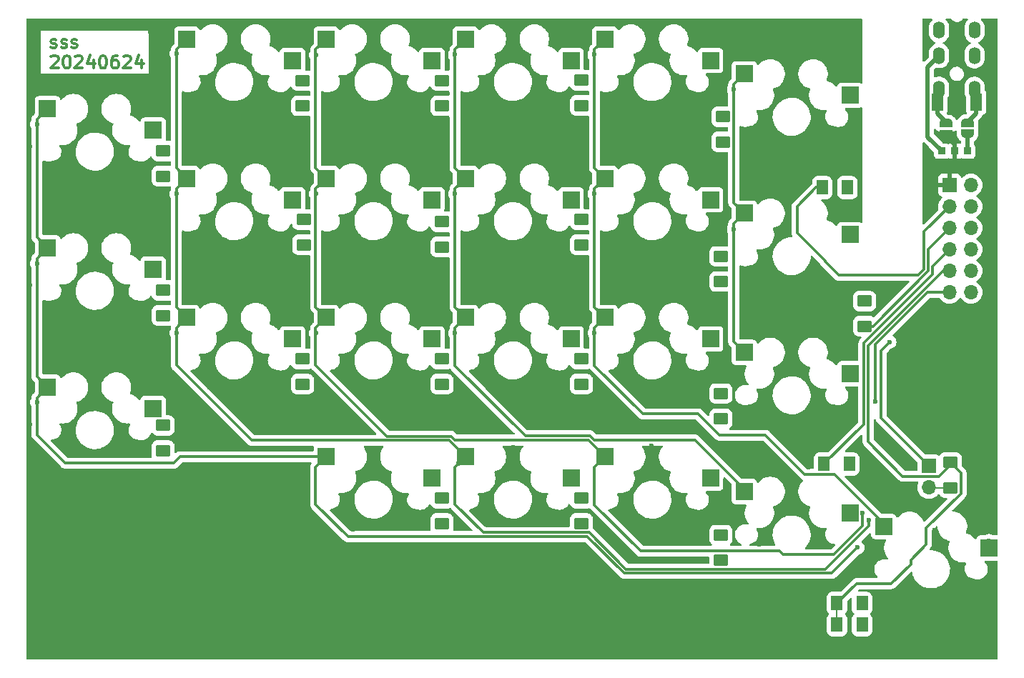
<source format=gtl>
G04 #@! TF.GenerationSoftware,KiCad,Pcbnew,7.0.10*
G04 #@! TF.CreationDate,2024-06-23T16:27:35+09:00*
G04 #@! TF.ProjectId,sss,7373732e-6b69-4636-9164-5f7063625858,rev?*
G04 #@! TF.SameCoordinates,Original*
G04 #@! TF.FileFunction,Copper,L1,Top*
G04 #@! TF.FilePolarity,Positive*
%FSLAX46Y46*%
G04 Gerber Fmt 4.6, Leading zero omitted, Abs format (unit mm)*
G04 Created by KiCad (PCBNEW 7.0.10) date 2024-06-23 16:27:35*
%MOMM*%
%LPD*%
G01*
G04 APERTURE LIST*
G04 Aperture macros list*
%AMRoundRect*
0 Rectangle with rounded corners*
0 $1 Rounding radius*
0 $2 $3 $4 $5 $6 $7 $8 $9 X,Y pos of 4 corners*
0 Add a 4 corners polygon primitive as box body*
4,1,4,$2,$3,$4,$5,$6,$7,$8,$9,$2,$3,0*
0 Add four circle primitives for the rounded corners*
1,1,$1+$1,$2,$3*
1,1,$1+$1,$4,$5*
1,1,$1+$1,$6,$7*
1,1,$1+$1,$8,$9*
0 Add four rect primitives between the rounded corners*
20,1,$1+$1,$2,$3,$4,$5,0*
20,1,$1+$1,$4,$5,$6,$7,0*
20,1,$1+$1,$6,$7,$8,$9,0*
20,1,$1+$1,$8,$9,$2,$3,0*%
%AMFreePoly0*
4,1,19,0.500000,-0.750000,0.000000,-0.750000,0.000000,-0.744911,-0.071157,-0.744911,-0.207708,-0.704816,-0.327430,-0.627875,-0.420627,-0.520320,-0.479746,-0.390866,-0.500000,-0.250000,-0.500000,0.250000,-0.479746,0.390866,-0.420627,0.520320,-0.327430,0.627875,-0.207708,0.704816,-0.071157,0.744911,0.000000,0.744911,0.000000,0.750000,0.500000,0.750000,0.500000,-0.750000,0.500000,-0.750000,
$1*%
%AMFreePoly1*
4,1,19,0.000000,0.744911,0.071157,0.744911,0.207708,0.704816,0.327430,0.627875,0.420627,0.520320,0.479746,0.390866,0.500000,0.250000,0.500000,-0.250000,0.479746,-0.390866,0.420627,-0.520320,0.327430,-0.627875,0.207708,-0.704816,0.071157,-0.744911,0.000000,-0.744911,0.000000,-0.750000,-0.500000,-0.750000,-0.500000,0.750000,0.000000,0.750000,0.000000,0.744911,0.000000,0.744911,
$1*%
G04 Aperture macros list end*
%ADD10C,0.300000*%
G04 #@! TA.AperFunction,NonConductor*
%ADD11C,0.300000*%
G04 #@! TD*
G04 #@! TA.AperFunction,ComponentPad*
%ADD12R,1.700000X1.700000*%
G04 #@! TD*
G04 #@! TA.AperFunction,ComponentPad*
%ADD13O,1.700000X1.700000*%
G04 #@! TD*
G04 #@! TA.AperFunction,SMDPad,CuDef*
%ADD14R,2.000000X2.000000*%
G04 #@! TD*
G04 #@! TA.AperFunction,SMDPad,CuDef*
%ADD15RoundRect,0.250001X0.624999X-0.462499X0.624999X0.462499X-0.624999X0.462499X-0.624999X-0.462499X0*%
G04 #@! TD*
G04 #@! TA.AperFunction,SMDPad,CuDef*
%ADD16RoundRect,0.250001X-0.462499X-0.624999X0.462499X-0.624999X0.462499X0.624999X-0.462499X0.624999X0*%
G04 #@! TD*
G04 #@! TA.AperFunction,SMDPad,CuDef*
%ADD17FreePoly0,270.000000*%
G04 #@! TD*
G04 #@! TA.AperFunction,SMDPad,CuDef*
%ADD18FreePoly1,270.000000*%
G04 #@! TD*
G04 #@! TA.AperFunction,ComponentPad*
%ADD19O,1.400000X2.000000*%
G04 #@! TD*
G04 #@! TA.AperFunction,ComponentPad*
%ADD20R,1.400000X2.000000*%
G04 #@! TD*
G04 #@! TA.AperFunction,ComponentPad*
%ADD21R,0.850000X0.850000*%
G04 #@! TD*
G04 #@! TA.AperFunction,SMDPad,CuDef*
%ADD22RoundRect,0.250001X-0.624999X0.462499X-0.624999X-0.462499X0.624999X-0.462499X0.624999X0.462499X0*%
G04 #@! TD*
G04 #@! TA.AperFunction,ViaPad*
%ADD23C,0.600000*%
G04 #@! TD*
G04 #@! TA.AperFunction,Conductor*
%ADD24C,0.300000*%
G04 #@! TD*
G04 #@! TA.AperFunction,Conductor*
%ADD25C,0.200000*%
G04 #@! TD*
G04 #@! TA.AperFunction,Conductor*
%ADD26C,0.500000*%
G04 #@! TD*
G04 APERTURE END LIST*
D10*
D11*
X29159682Y-29851800D02*
X29302539Y-29923228D01*
X29302539Y-29923228D02*
X29588253Y-29923228D01*
X29588253Y-29923228D02*
X29731110Y-29851800D01*
X29731110Y-29851800D02*
X29802539Y-29708942D01*
X29802539Y-29708942D02*
X29802539Y-29637514D01*
X29802539Y-29637514D02*
X29731110Y-29494657D01*
X29731110Y-29494657D02*
X29588253Y-29423228D01*
X29588253Y-29423228D02*
X29373968Y-29423228D01*
X29373968Y-29423228D02*
X29231110Y-29351800D01*
X29231110Y-29351800D02*
X29159682Y-29208942D01*
X29159682Y-29208942D02*
X29159682Y-29137514D01*
X29159682Y-29137514D02*
X29231110Y-28994657D01*
X29231110Y-28994657D02*
X29373968Y-28923228D01*
X29373968Y-28923228D02*
X29588253Y-28923228D01*
X29588253Y-28923228D02*
X29731110Y-28994657D01*
X30373968Y-29851800D02*
X30516825Y-29923228D01*
X30516825Y-29923228D02*
X30802539Y-29923228D01*
X30802539Y-29923228D02*
X30945396Y-29851800D01*
X30945396Y-29851800D02*
X31016825Y-29708942D01*
X31016825Y-29708942D02*
X31016825Y-29637514D01*
X31016825Y-29637514D02*
X30945396Y-29494657D01*
X30945396Y-29494657D02*
X30802539Y-29423228D01*
X30802539Y-29423228D02*
X30588254Y-29423228D01*
X30588254Y-29423228D02*
X30445396Y-29351800D01*
X30445396Y-29351800D02*
X30373968Y-29208942D01*
X30373968Y-29208942D02*
X30373968Y-29137514D01*
X30373968Y-29137514D02*
X30445396Y-28994657D01*
X30445396Y-28994657D02*
X30588254Y-28923228D01*
X30588254Y-28923228D02*
X30802539Y-28923228D01*
X30802539Y-28923228D02*
X30945396Y-28994657D01*
X31588254Y-29851800D02*
X31731111Y-29923228D01*
X31731111Y-29923228D02*
X32016825Y-29923228D01*
X32016825Y-29923228D02*
X32159682Y-29851800D01*
X32159682Y-29851800D02*
X32231111Y-29708942D01*
X32231111Y-29708942D02*
X32231111Y-29637514D01*
X32231111Y-29637514D02*
X32159682Y-29494657D01*
X32159682Y-29494657D02*
X32016825Y-29423228D01*
X32016825Y-29423228D02*
X31802540Y-29423228D01*
X31802540Y-29423228D02*
X31659682Y-29351800D01*
X31659682Y-29351800D02*
X31588254Y-29208942D01*
X31588254Y-29208942D02*
X31588254Y-29137514D01*
X31588254Y-29137514D02*
X31659682Y-28994657D01*
X31659682Y-28994657D02*
X31802540Y-28923228D01*
X31802540Y-28923228D02*
X32016825Y-28923228D01*
X32016825Y-28923228D02*
X32159682Y-28994657D01*
X29159682Y-30981085D02*
X29231110Y-30909657D01*
X29231110Y-30909657D02*
X29373968Y-30838228D01*
X29373968Y-30838228D02*
X29731110Y-30838228D01*
X29731110Y-30838228D02*
X29873968Y-30909657D01*
X29873968Y-30909657D02*
X29945396Y-30981085D01*
X29945396Y-30981085D02*
X30016825Y-31123942D01*
X30016825Y-31123942D02*
X30016825Y-31266800D01*
X30016825Y-31266800D02*
X29945396Y-31481085D01*
X29945396Y-31481085D02*
X29088253Y-32338228D01*
X29088253Y-32338228D02*
X30016825Y-32338228D01*
X30945396Y-30838228D02*
X31088253Y-30838228D01*
X31088253Y-30838228D02*
X31231110Y-30909657D01*
X31231110Y-30909657D02*
X31302539Y-30981085D01*
X31302539Y-30981085D02*
X31373967Y-31123942D01*
X31373967Y-31123942D02*
X31445396Y-31409657D01*
X31445396Y-31409657D02*
X31445396Y-31766800D01*
X31445396Y-31766800D02*
X31373967Y-32052514D01*
X31373967Y-32052514D02*
X31302539Y-32195371D01*
X31302539Y-32195371D02*
X31231110Y-32266800D01*
X31231110Y-32266800D02*
X31088253Y-32338228D01*
X31088253Y-32338228D02*
X30945396Y-32338228D01*
X30945396Y-32338228D02*
X30802539Y-32266800D01*
X30802539Y-32266800D02*
X30731110Y-32195371D01*
X30731110Y-32195371D02*
X30659681Y-32052514D01*
X30659681Y-32052514D02*
X30588253Y-31766800D01*
X30588253Y-31766800D02*
X30588253Y-31409657D01*
X30588253Y-31409657D02*
X30659681Y-31123942D01*
X30659681Y-31123942D02*
X30731110Y-30981085D01*
X30731110Y-30981085D02*
X30802539Y-30909657D01*
X30802539Y-30909657D02*
X30945396Y-30838228D01*
X32016824Y-30981085D02*
X32088252Y-30909657D01*
X32088252Y-30909657D02*
X32231110Y-30838228D01*
X32231110Y-30838228D02*
X32588252Y-30838228D01*
X32588252Y-30838228D02*
X32731110Y-30909657D01*
X32731110Y-30909657D02*
X32802538Y-30981085D01*
X32802538Y-30981085D02*
X32873967Y-31123942D01*
X32873967Y-31123942D02*
X32873967Y-31266800D01*
X32873967Y-31266800D02*
X32802538Y-31481085D01*
X32802538Y-31481085D02*
X31945395Y-32338228D01*
X31945395Y-32338228D02*
X32873967Y-32338228D01*
X34159681Y-31338228D02*
X34159681Y-32338228D01*
X33802538Y-30766800D02*
X33445395Y-31838228D01*
X33445395Y-31838228D02*
X34373966Y-31838228D01*
X35231109Y-30838228D02*
X35373966Y-30838228D01*
X35373966Y-30838228D02*
X35516823Y-30909657D01*
X35516823Y-30909657D02*
X35588252Y-30981085D01*
X35588252Y-30981085D02*
X35659680Y-31123942D01*
X35659680Y-31123942D02*
X35731109Y-31409657D01*
X35731109Y-31409657D02*
X35731109Y-31766800D01*
X35731109Y-31766800D02*
X35659680Y-32052514D01*
X35659680Y-32052514D02*
X35588252Y-32195371D01*
X35588252Y-32195371D02*
X35516823Y-32266800D01*
X35516823Y-32266800D02*
X35373966Y-32338228D01*
X35373966Y-32338228D02*
X35231109Y-32338228D01*
X35231109Y-32338228D02*
X35088252Y-32266800D01*
X35088252Y-32266800D02*
X35016823Y-32195371D01*
X35016823Y-32195371D02*
X34945394Y-32052514D01*
X34945394Y-32052514D02*
X34873966Y-31766800D01*
X34873966Y-31766800D02*
X34873966Y-31409657D01*
X34873966Y-31409657D02*
X34945394Y-31123942D01*
X34945394Y-31123942D02*
X35016823Y-30981085D01*
X35016823Y-30981085D02*
X35088252Y-30909657D01*
X35088252Y-30909657D02*
X35231109Y-30838228D01*
X37016823Y-30838228D02*
X36731108Y-30838228D01*
X36731108Y-30838228D02*
X36588251Y-30909657D01*
X36588251Y-30909657D02*
X36516823Y-30981085D01*
X36516823Y-30981085D02*
X36373965Y-31195371D01*
X36373965Y-31195371D02*
X36302537Y-31481085D01*
X36302537Y-31481085D02*
X36302537Y-32052514D01*
X36302537Y-32052514D02*
X36373965Y-32195371D01*
X36373965Y-32195371D02*
X36445394Y-32266800D01*
X36445394Y-32266800D02*
X36588251Y-32338228D01*
X36588251Y-32338228D02*
X36873965Y-32338228D01*
X36873965Y-32338228D02*
X37016823Y-32266800D01*
X37016823Y-32266800D02*
X37088251Y-32195371D01*
X37088251Y-32195371D02*
X37159680Y-32052514D01*
X37159680Y-32052514D02*
X37159680Y-31695371D01*
X37159680Y-31695371D02*
X37088251Y-31552514D01*
X37088251Y-31552514D02*
X37016823Y-31481085D01*
X37016823Y-31481085D02*
X36873965Y-31409657D01*
X36873965Y-31409657D02*
X36588251Y-31409657D01*
X36588251Y-31409657D02*
X36445394Y-31481085D01*
X36445394Y-31481085D02*
X36373965Y-31552514D01*
X36373965Y-31552514D02*
X36302537Y-31695371D01*
X37731108Y-30981085D02*
X37802536Y-30909657D01*
X37802536Y-30909657D02*
X37945394Y-30838228D01*
X37945394Y-30838228D02*
X38302536Y-30838228D01*
X38302536Y-30838228D02*
X38445394Y-30909657D01*
X38445394Y-30909657D02*
X38516822Y-30981085D01*
X38516822Y-30981085D02*
X38588251Y-31123942D01*
X38588251Y-31123942D02*
X38588251Y-31266800D01*
X38588251Y-31266800D02*
X38516822Y-31481085D01*
X38516822Y-31481085D02*
X37659679Y-32338228D01*
X37659679Y-32338228D02*
X38588251Y-32338228D01*
X39873965Y-31338228D02*
X39873965Y-32338228D01*
X39516822Y-30766800D02*
X39159679Y-31838228D01*
X39159679Y-31838228D02*
X40088250Y-31838228D01*
D12*
X133096000Y-79497000D03*
D13*
X133096000Y-82037000D03*
D12*
X135540000Y-46190000D03*
D13*
X138080000Y-46190000D03*
X135540000Y-48730000D03*
X138080000Y-48730000D03*
X135540000Y-51270000D03*
X138080000Y-51270000D03*
X135540000Y-53810000D03*
X138080000Y-53810000D03*
X135540000Y-56350000D03*
X138080000Y-56350000D03*
X135540000Y-58890000D03*
X138080000Y-58890000D03*
D14*
X127740000Y-86645000D03*
X140240000Y-89185000D03*
X45240000Y-61895000D03*
X57740000Y-64435000D03*
X111240000Y-49530000D03*
X123740000Y-52070000D03*
X61740000Y-28895000D03*
X74240000Y-31435000D03*
X78240000Y-28895000D03*
X90740000Y-31435000D03*
X61740000Y-61895000D03*
X74240000Y-64435000D03*
X111240000Y-82520000D03*
X123740000Y-85060000D03*
X61740000Y-45395000D03*
X74240000Y-47935000D03*
X94740000Y-61895000D03*
X107240000Y-64435000D03*
X111240000Y-66020000D03*
X123740000Y-68560000D03*
X111240000Y-33020000D03*
X123740000Y-35560000D03*
X45240000Y-45395000D03*
X57740000Y-47935000D03*
X28740000Y-53645000D03*
X41240000Y-56185000D03*
X94740000Y-45395000D03*
X107240000Y-47935000D03*
X94740000Y-78395000D03*
X107240000Y-80935000D03*
X78240000Y-78395000D03*
X90740000Y-80935000D03*
X45240000Y-28895000D03*
X57740000Y-31435000D03*
X94740000Y-28895000D03*
X107240000Y-31435000D03*
X28740000Y-70145000D03*
X41240000Y-72685000D03*
X28740000Y-37145000D03*
X41240000Y-39685000D03*
X78240000Y-61895000D03*
X90740000Y-64435000D03*
X78240000Y-45395000D03*
X90740000Y-47935000D03*
X61740000Y-78395000D03*
X74240000Y-80935000D03*
D15*
X91948000Y-36762000D03*
X91948000Y-33782000D03*
X75438000Y-86292000D03*
X75438000Y-83312000D03*
X125476000Y-62924000D03*
X125476000Y-59944000D03*
X91948000Y-69782000D03*
X91948000Y-66802000D03*
X58928000Y-36796000D03*
X58928000Y-33816000D03*
X42418000Y-45144000D03*
X42418000Y-42164000D03*
X75438000Y-36796000D03*
X75438000Y-33816000D03*
D16*
X120464000Y-46482000D03*
X123444000Y-46482000D03*
D15*
X91948000Y-86292000D03*
X91948000Y-83312000D03*
X75438000Y-69782000D03*
X75438000Y-66802000D03*
X59080400Y-53272000D03*
X59080400Y-50292000D03*
D16*
X122208000Y-95758000D03*
X125188000Y-95758000D03*
D17*
X137668000Y-38832000D03*
D18*
X137668000Y-40132000D03*
D19*
X134297760Y-30844880D03*
X138496760Y-30852480D03*
X134297760Y-27844880D03*
X138496760Y-27852480D03*
D20*
X134096760Y-36352480D03*
X138697760Y-36344880D03*
D19*
X134297760Y-34844880D03*
X138496760Y-34852480D03*
D15*
X75438000Y-53526000D03*
X75438000Y-50546000D03*
D16*
X122208000Y-98298000D03*
X125188000Y-98298000D03*
D15*
X108712000Y-41080000D03*
X108712000Y-38100000D03*
X42418000Y-61654000D03*
X42418000Y-58674000D03*
D21*
X137668000Y-42164000D03*
X136144000Y-42164000D03*
D15*
X108458000Y-90644000D03*
X108458000Y-87664000D03*
D17*
X135128000Y-38862000D03*
D18*
X135128000Y-40162000D03*
D15*
X42418000Y-77656000D03*
X42418000Y-74676000D03*
X91948000Y-53272000D03*
X91948000Y-50292000D03*
X58928000Y-69782000D03*
X58928000Y-66802000D03*
D22*
X135636000Y-82058800D03*
X135636000Y-79078800D03*
D15*
X108458000Y-57624000D03*
X108458000Y-54644000D03*
D16*
X120684000Y-79248000D03*
X123664000Y-79248000D03*
D21*
X134620000Y-42164000D03*
D15*
X108458000Y-73880000D03*
X108458000Y-70900000D03*
D23*
X44780200Y-79705200D03*
X132816600Y-65633600D03*
X94818200Y-87426800D03*
X65074800Y-89027000D03*
X79832200Y-85115400D03*
X111302800Y-80594200D03*
X105968800Y-74879200D03*
X93472000Y-47218600D03*
X128447800Y-64795400D03*
X42418000Y-58267600D03*
X132918200Y-29387800D03*
X134340600Y-32842200D03*
X100253800Y-77114400D03*
X78638400Y-70993000D03*
X62306200Y-70866000D03*
X65455800Y-70916800D03*
X66751200Y-75336400D03*
X69392800Y-74828400D03*
X40309800Y-60807600D03*
X103276400Y-54305200D03*
X119684800Y-55854600D03*
X106578400Y-35814000D03*
X57404000Y-35458400D03*
X64058800Y-35560000D03*
X46583600Y-71780400D03*
X42773600Y-54254400D03*
X61823600Y-59791600D03*
X28854400Y-60629800D03*
X28651200Y-44069000D03*
X137769600Y-78994000D03*
X127965200Y-80289400D03*
X100406200Y-60807600D03*
X81965800Y-70815200D03*
X93573600Y-72948800D03*
X90271600Y-85013800D03*
X73736200Y-84988400D03*
X59334400Y-82981800D03*
X63042800Y-84937600D03*
X59817000Y-77393800D03*
X31419800Y-78054200D03*
X28625800Y-68021200D03*
X28829000Y-51384200D03*
X40741600Y-43764200D03*
X42926000Y-37693600D03*
X49530000Y-36398200D03*
X51384200Y-38074600D03*
X59334400Y-38506400D03*
X61696600Y-37998400D03*
X75742800Y-38658800D03*
X78181200Y-37998400D03*
X92100400Y-38709600D03*
X94538800Y-40843200D03*
X96901000Y-39852600D03*
X114833400Y-45186600D03*
X116484400Y-59918600D03*
X123545600Y-59893200D03*
X123647200Y-62001400D03*
X108458000Y-56108600D03*
X114808000Y-61823600D03*
X112318800Y-63550800D03*
X116840000Y-65532000D03*
X107264200Y-68707000D03*
X112649000Y-56108600D03*
X106629200Y-53924200D03*
X94665800Y-54406800D03*
X92278200Y-55016400D03*
X78206600Y-54610000D03*
X75768200Y-55245000D03*
X59334400Y-54940200D03*
X61823600Y-54508400D03*
X51308000Y-54533800D03*
X78308200Y-59690000D03*
X128524000Y-73507600D03*
X104851200Y-88544400D03*
X106527600Y-90601800D03*
X64947800Y-86969600D03*
X92024200Y-89001600D03*
X78765400Y-89128600D03*
X83896200Y-77266800D03*
X67310000Y-77368400D03*
X83058000Y-75285600D03*
X83947000Y-72771000D03*
X99872800Y-72288400D03*
X99847400Y-75336400D03*
X114452400Y-74955400D03*
X110388400Y-72720200D03*
X120116600Y-77444600D03*
X118897400Y-79603600D03*
X116814600Y-81737200D03*
X113055400Y-88747600D03*
X121361200Y-89154000D03*
X118110000Y-93395800D03*
X121183400Y-93370400D03*
X106426000Y-86664800D03*
X102793800Y-85115400D03*
X98247200Y-87299800D03*
X104952800Y-88493600D03*
X96367600Y-85013800D03*
X53441600Y-75336400D03*
X58674000Y-79476600D03*
X41198800Y-76123800D03*
X44348400Y-77317600D03*
X45085000Y-40894000D03*
X45923200Y-43383200D03*
X45288200Y-57150000D03*
X45847000Y-59893200D03*
X58953400Y-62357000D03*
X75996800Y-62280800D03*
X92252800Y-62509400D03*
X94843600Y-59334400D03*
X97078800Y-72771000D03*
X95935800Y-68300600D03*
X90500200Y-68402200D03*
X74168000Y-68351400D03*
X79654400Y-68402200D03*
X50800000Y-70916800D03*
X46583600Y-68351400D03*
X63119000Y-68427600D03*
X57607200Y-68326000D03*
X44170600Y-74574400D03*
X26670000Y-74549000D03*
X26670000Y-70866000D03*
X26670000Y-58064400D03*
X26924000Y-54000000D03*
X26670000Y-41656000D03*
X26771600Y-37515800D03*
X43053000Y-29286200D03*
X59080400Y-29540200D03*
X92024200Y-29311600D03*
X75641200Y-29540200D03*
X74091800Y-35356800D03*
X78232000Y-35661600D03*
X90474800Y-35433000D03*
X90627200Y-51816000D03*
X94615000Y-52222400D03*
X92506800Y-45999400D03*
X109423200Y-49377600D03*
X110972600Y-44780200D03*
X107137200Y-39573200D03*
X111023400Y-39801800D03*
X109016800Y-33324800D03*
X124891800Y-37617400D03*
X124764800Y-33502600D03*
X117221000Y-47472600D03*
X121894600Y-44831000D03*
X124866400Y-50165000D03*
X125069600Y-57912000D03*
X127228600Y-60045600D03*
X130073400Y-57886600D03*
X140843000Y-87096600D03*
X137668000Y-93141800D03*
X126771400Y-97129600D03*
X133629400Y-97129600D03*
X135128000Y-98475800D03*
X140335000Y-93395800D03*
X126796800Y-99161600D03*
X140944600Y-91033600D03*
X126746000Y-94513400D03*
X124790200Y-90805000D03*
X136956800Y-91338400D03*
X133731000Y-87045800D03*
X127889000Y-84785200D03*
X132638800Y-85521800D03*
X134594600Y-83540600D03*
X136652000Y-84582000D03*
X131267200Y-79603600D03*
X127914400Y-76276200D03*
X139700000Y-52476400D03*
X128574800Y-69977000D03*
X134848600Y-60629800D03*
X137820400Y-60579000D03*
X139954000Y-32258000D03*
X140385800Y-27076400D03*
X136423400Y-29286200D03*
X139369800Y-39776400D03*
X137414000Y-43434000D03*
X134823200Y-44500800D03*
X132740400Y-50114200D03*
X132664200Y-41757600D03*
X126771400Y-71882000D03*
X124663200Y-89154000D03*
X125958600Y-85928200D03*
X125247400Y-85039200D03*
X124917200Y-62941200D03*
X124968000Y-59537600D03*
X58928000Y-33401000D03*
X75438000Y-33401000D03*
X91948000Y-33375600D03*
X108204000Y-37693600D03*
X108458000Y-54229000D03*
X91948000Y-49885600D03*
X75438000Y-50139600D03*
X59080400Y-49885600D03*
X108026200Y-57226200D03*
X91389200Y-53517800D03*
X74879200Y-53263800D03*
X58521600Y-53263800D03*
X108458000Y-70485000D03*
X91948000Y-66421000D03*
X75438000Y-66395600D03*
X58953400Y-66395600D03*
X91389200Y-69773800D03*
X74879200Y-69773800D03*
X58369200Y-69773800D03*
X76987400Y-47244000D03*
X74828400Y-47345600D03*
X58343800Y-47320200D03*
X42418000Y-41757600D03*
X123698000Y-78663800D03*
X93497400Y-63728600D03*
X108458000Y-87274400D03*
X91948000Y-82905600D03*
X42418000Y-74269600D03*
X75438000Y-82905600D03*
X42976800Y-77266800D03*
X42926000Y-61264800D03*
X123698000Y-45923200D03*
X120040400Y-46482000D03*
X108153200Y-41097200D03*
X91389200Y-36779200D03*
X74879200Y-36830000D03*
X42926000Y-44754800D03*
X58369200Y-36830000D03*
X136144000Y-79502000D03*
X123698000Y-34848800D03*
X107746800Y-30784800D03*
X91389200Y-30835600D03*
X74828400Y-30835600D03*
X58369200Y-30886400D03*
X41859200Y-39065200D03*
X41833800Y-55575200D03*
X108458000Y-74320400D03*
X120243600Y-79248000D03*
X123698000Y-67894200D03*
X107823000Y-63830200D03*
X91338400Y-63804800D03*
X74853800Y-63830200D03*
X58343800Y-63830200D03*
X41859200Y-72059800D03*
X92506800Y-86283800D03*
X121818400Y-95250000D03*
X109016800Y-90678000D03*
X75996800Y-86309200D03*
X125577600Y-98298000D03*
X140208000Y-88341200D03*
X123698000Y-84353400D03*
X124764800Y-95250000D03*
X107873800Y-80314800D03*
X91363800Y-80340200D03*
X74853800Y-80314800D03*
X109982000Y-51409600D03*
X110540800Y-66725800D03*
X109982000Y-34874200D03*
X127000000Y-87376000D03*
X93472000Y-30734000D03*
X76987400Y-63754000D03*
X110591600Y-83159600D03*
X76962000Y-30734000D03*
X94030800Y-79146400D03*
X60502800Y-30784800D03*
X60502800Y-47244000D03*
X60502800Y-63754000D03*
X43992800Y-47244000D03*
X43992800Y-30632400D03*
X43992800Y-63703200D03*
X77419200Y-79248000D03*
X27482800Y-55473600D03*
X60960000Y-78435200D03*
X27482800Y-71932800D03*
X27482800Y-38963600D03*
X135128000Y-40386000D03*
X137668000Y-40386000D03*
X123698000Y-51384200D03*
X107823000Y-47345600D03*
X91363800Y-47320200D03*
D24*
X97011194Y-92206500D02*
X121610700Y-92206500D01*
X64310312Y-87854500D02*
X92659194Y-87854500D01*
X60490000Y-84034188D02*
X64310312Y-87854500D01*
X92659194Y-87854500D02*
X97011194Y-92206500D01*
X121610700Y-92206500D02*
X124663200Y-89154000D01*
X61740000Y-78395000D02*
X60490000Y-79645000D01*
X60490000Y-79645000D02*
X60490000Y-84034188D01*
X97218300Y-91706500D02*
X120849794Y-91706500D01*
X120849794Y-91706500D02*
X125958600Y-86597694D01*
X125958600Y-86597694D02*
X125958600Y-85928200D01*
X92866300Y-87354500D02*
X97218300Y-91706500D01*
X80310312Y-87354500D02*
X92866300Y-87354500D01*
X76990000Y-84034188D02*
X80310312Y-87354500D01*
X76990000Y-79645000D02*
X76990000Y-84034188D01*
X78240000Y-78395000D02*
X76990000Y-79645000D01*
X127740000Y-86338000D02*
X127740000Y-86645000D01*
X121875000Y-80473000D02*
X127740000Y-86338000D01*
X113741200Y-75844400D02*
X118369800Y-80473000D01*
X105765600Y-73304400D02*
X108305600Y-75844400D01*
X108305600Y-75844400D02*
X113741200Y-75844400D01*
X118369800Y-80473000D02*
X121875000Y-80473000D01*
X93490000Y-63736000D02*
X93490000Y-67582000D01*
X93497400Y-63728600D02*
X93490000Y-63736000D01*
X93490000Y-67582000D02*
X99212400Y-73304400D01*
X99212400Y-73304400D02*
X105765600Y-73304400D01*
X132537200Y-51732800D02*
X135540000Y-48730000D01*
X132537200Y-56156694D02*
X132537200Y-51732800D01*
X120802400Y-55270400D02*
X122402600Y-56870600D01*
X120802400Y-55178287D02*
X120802400Y-55270400D01*
X117480000Y-48742994D02*
X117480000Y-51855887D01*
X119740994Y-46482000D02*
X117480000Y-48742994D01*
X117480000Y-51855887D02*
X120802400Y-55178287D01*
X131823294Y-56870600D02*
X132537200Y-56156694D01*
X120040400Y-46482000D02*
X119740994Y-46482000D01*
X122402600Y-56870600D02*
X131823294Y-56870600D01*
X93455306Y-76403200D02*
X105408200Y-76403200D01*
X111240000Y-82235000D02*
X111240000Y-82520000D01*
X92961106Y-75909000D02*
X93455306Y-76403200D01*
X76990000Y-67592000D02*
X85307000Y-75909000D01*
X105408200Y-76403200D02*
X111240000Y-82235000D01*
X76990000Y-63756600D02*
X76990000Y-67592000D01*
X85307000Y-75909000D02*
X92961106Y-75909000D01*
X76987400Y-63754000D02*
X76990000Y-63756600D01*
X93490000Y-47236600D02*
X93490000Y-60645000D01*
X93472000Y-47218600D02*
X93490000Y-47236600D01*
X93490000Y-47200600D02*
X93472000Y-47218600D01*
X128447800Y-64795400D02*
X128397000Y-64846200D01*
X127421400Y-65821800D02*
X128447800Y-64795400D01*
X127421400Y-73822400D02*
X127421400Y-65821800D01*
X133096000Y-79497000D02*
X127421400Y-73822400D01*
X135636000Y-79357000D02*
X135636000Y-79078800D01*
X134296000Y-80697000D02*
X135636000Y-79357000D01*
X129998400Y-80697000D02*
X134296000Y-80697000D01*
X125899800Y-65235200D02*
X125899800Y-76598400D01*
X135540000Y-56350000D02*
X134785000Y-56350000D01*
X134785000Y-56350000D02*
X125899800Y-65235200D01*
X125899800Y-76598400D02*
X129998400Y-80697000D01*
X68909812Y-75954000D02*
X60490000Y-67534188D01*
X60490000Y-67534188D02*
X60490000Y-63766800D01*
X76506106Y-75954000D02*
X68909812Y-75954000D01*
X76961106Y-76409000D02*
X76506106Y-75954000D01*
X60490000Y-63766800D02*
X60502800Y-63754000D01*
X94740000Y-78395000D02*
X92754000Y-76409000D01*
X92754000Y-76409000D02*
X76961106Y-76409000D01*
X136144000Y-79586800D02*
X136144000Y-79502000D01*
X136906000Y-80348800D02*
X136144000Y-79586800D01*
X130940000Y-90598800D02*
X132791200Y-88747600D01*
X130940000Y-91106800D02*
X130940000Y-90598800D01*
X132791200Y-88747600D02*
X132791200Y-86846556D01*
X128625600Y-93421200D02*
X130940000Y-91106800D01*
X132791200Y-86846556D02*
X136906000Y-82731756D01*
X124544800Y-93421200D02*
X128625600Y-93421200D01*
X136906000Y-82731756D02*
X136906000Y-80348800D01*
X122208000Y-95758000D02*
X124544800Y-93421200D01*
X132952106Y-58890000D02*
X135540000Y-58890000D01*
X126771400Y-65070706D02*
X132952106Y-58890000D01*
X126771400Y-71882000D02*
X126771400Y-65070706D01*
X125247400Y-86601788D02*
X125247400Y-85039200D01*
X121849188Y-90000000D02*
X125247400Y-86601788D01*
X98954100Y-89581500D02*
X115387900Y-89581500D01*
X93490000Y-84117400D02*
X98954100Y-89581500D01*
X115387900Y-89581500D02*
X115806400Y-90000000D01*
X93490000Y-79645000D02*
X93490000Y-84117400D01*
X115806400Y-90000000D02*
X121849188Y-90000000D01*
X94740000Y-78395000D02*
X93490000Y-79645000D01*
X135636000Y-79078800D02*
X135365200Y-79078800D01*
X133537200Y-55812800D02*
X135540000Y-53810000D01*
X125399800Y-64943156D02*
X133537200Y-56805756D01*
X125399800Y-74532200D02*
X125399800Y-64943156D01*
X120684000Y-79248000D02*
X125399800Y-74532200D01*
X133537200Y-56805756D02*
X133537200Y-55812800D01*
X133037200Y-53772800D02*
X135540000Y-51270000D01*
X126477000Y-62924000D02*
X133037200Y-56363800D01*
X125476000Y-62924000D02*
X126477000Y-62924000D01*
X133037200Y-56363800D02*
X133037200Y-53772800D01*
X76990000Y-47241400D02*
X76990000Y-46645000D01*
X76987400Y-47244000D02*
X76990000Y-47241400D01*
X76990000Y-47246600D02*
X76987400Y-47244000D01*
X93490000Y-63721200D02*
X93497400Y-63728600D01*
X44439400Y-78395000D02*
X61740000Y-78395000D01*
X43688000Y-79146400D02*
X44439400Y-78395000D01*
X27490000Y-75784188D02*
X30852212Y-79146400D01*
X30852212Y-79146400D02*
X43688000Y-79146400D01*
X27490000Y-71940000D02*
X27490000Y-75784188D01*
X27482800Y-71932800D02*
X27490000Y-71940000D01*
X136059200Y-79502000D02*
X135636000Y-79078800D01*
X136144000Y-79502000D02*
X136059200Y-79502000D01*
D25*
X133117800Y-82058800D02*
X133096000Y-82037000D01*
X135636000Y-82058800D02*
X133117800Y-82058800D01*
X122208000Y-95758000D02*
X122208000Y-98298000D01*
D24*
X109982000Y-51409600D02*
X109990000Y-51417600D01*
X109990000Y-34866200D02*
X109982000Y-34874200D01*
X109982000Y-34874200D02*
X109990000Y-34882200D01*
X109990000Y-34270000D02*
X109990000Y-34866200D01*
X111240000Y-49520000D02*
X109990000Y-50770000D01*
X109990000Y-48270000D02*
X111240000Y-49520000D01*
X111240000Y-33020000D02*
X109990000Y-34270000D01*
X109990000Y-64770000D02*
X111240000Y-66020000D01*
X109990000Y-51401600D02*
X109982000Y-51409600D01*
X109990000Y-51417600D02*
X109990000Y-64770000D01*
X109990000Y-50770000D02*
X109990000Y-51401600D01*
X109990000Y-34882200D02*
X109990000Y-48270000D01*
X93490000Y-30752000D02*
X93490000Y-44145000D01*
X94740000Y-45395000D02*
X93490000Y-46645000D01*
X94740000Y-61895000D02*
X93490000Y-63145000D01*
X93490000Y-30716000D02*
X93472000Y-30734000D01*
X93490000Y-60645000D02*
X94740000Y-61895000D01*
X93490000Y-30145000D02*
X93490000Y-30716000D01*
X93490000Y-63145000D02*
X93490000Y-63721200D01*
X94740000Y-28895000D02*
X93490000Y-30145000D01*
X93472000Y-30734000D02*
X93490000Y-30752000D01*
X93490000Y-46645000D02*
X93490000Y-47200600D01*
X93490000Y-44145000D02*
X94740000Y-45395000D01*
X76962000Y-30734000D02*
X76990000Y-30762000D01*
X78240000Y-28895000D02*
X76990000Y-30145000D01*
X76990000Y-30706000D02*
X76962000Y-30734000D01*
X76990000Y-63145000D02*
X76990000Y-63751400D01*
X76990000Y-44145000D02*
X78240000Y-45395000D01*
X76990000Y-30762000D02*
X76990000Y-44145000D01*
X78240000Y-61895000D02*
X76990000Y-60645000D01*
X78240000Y-61895000D02*
X76990000Y-63145000D01*
X76990000Y-63751400D02*
X76987400Y-63754000D01*
X76990000Y-30145000D02*
X76990000Y-30706000D01*
X76990000Y-46645000D02*
X78240000Y-45395000D01*
X76990000Y-60645000D02*
X76990000Y-47246600D01*
X60490000Y-47256800D02*
X60490000Y-60645000D01*
X60490000Y-63145000D02*
X61740000Y-61895000D01*
X60502800Y-30784800D02*
X60490000Y-30797600D01*
X60490000Y-30145000D02*
X60490000Y-30772000D01*
X60490000Y-46645000D02*
X60490000Y-47231200D01*
X60502800Y-63754000D02*
X60490000Y-63741200D01*
X60490000Y-60645000D02*
X61740000Y-61895000D01*
X61740000Y-45395000D02*
X60490000Y-46645000D01*
X60490000Y-63741200D02*
X60490000Y-63145000D01*
X60490000Y-30772000D02*
X60502800Y-30784800D01*
X60490000Y-30797600D02*
X60490000Y-44145000D01*
X61740000Y-28895000D02*
X60490000Y-30145000D01*
X60490000Y-44145000D02*
X61740000Y-45395000D01*
X60502800Y-47244000D02*
X60490000Y-47256800D01*
X60490000Y-47231200D02*
X60502800Y-47244000D01*
X45240000Y-61895000D02*
X43990000Y-63145000D01*
X43990000Y-47246800D02*
X43990000Y-60645000D01*
X43990000Y-63706000D02*
X43990000Y-67534188D01*
X43990000Y-46645000D02*
X43990000Y-47241200D01*
X43990000Y-30145000D02*
X43990000Y-30629600D01*
X43990000Y-60645000D02*
X45240000Y-61895000D01*
X43990000Y-44145000D02*
X45240000Y-45395000D01*
X43990000Y-47241200D02*
X43992800Y-47244000D01*
X76299000Y-76454000D02*
X78240000Y-78395000D01*
X43990000Y-63700400D02*
X43992800Y-63703200D01*
X43992800Y-63703200D02*
X43990000Y-63706000D01*
X45240000Y-45395000D02*
X43990000Y-46645000D01*
X52909812Y-76454000D02*
X76299000Y-76454000D01*
X43990000Y-30635200D02*
X43990000Y-44145000D01*
X43990000Y-30629600D02*
X43992800Y-30632400D01*
X45240000Y-28895000D02*
X43990000Y-30145000D01*
X43992800Y-47244000D02*
X43990000Y-47246800D01*
X43990000Y-67534188D02*
X52909812Y-76454000D01*
X43990000Y-63145000D02*
X43990000Y-63700400D01*
X43992800Y-30632400D02*
X43990000Y-30635200D01*
X27490000Y-55480800D02*
X27482800Y-55473600D01*
X27490000Y-54895000D02*
X28740000Y-53645000D01*
X27490000Y-68895000D02*
X27490000Y-55480800D01*
X28740000Y-70145000D02*
X27490000Y-71395000D01*
X27482800Y-55473600D02*
X27490000Y-55466400D01*
X28740000Y-53645000D02*
X27490000Y-52395000D01*
X27490000Y-38956400D02*
X27490000Y-38395000D01*
X27490000Y-55466400D02*
X27490000Y-54895000D01*
X27490000Y-71925600D02*
X27482800Y-71932800D01*
X27482800Y-38963600D02*
X27490000Y-38956400D01*
X28740000Y-70145000D02*
X27490000Y-68895000D01*
X27490000Y-38970800D02*
X27482800Y-38963600D01*
X27490000Y-71395000D02*
X27490000Y-71925600D01*
X27490000Y-52395000D02*
X27490000Y-38970800D01*
X27490000Y-38395000D02*
X28740000Y-37145000D01*
D26*
X135128000Y-40386000D02*
X136144000Y-41402000D01*
X136144000Y-41402000D02*
X136144000Y-42164000D01*
X137668000Y-40386000D02*
X137668000Y-42164000D01*
X134620000Y-42164000D02*
X132946760Y-40490760D01*
X132946760Y-40490760D02*
X132946760Y-32195880D01*
X132946760Y-32195880D02*
X134297760Y-30844880D01*
X138697760Y-37690240D02*
X137668000Y-38720000D01*
X138697760Y-36344880D02*
X138697760Y-37690240D01*
X134096760Y-37688760D02*
X135128000Y-38720000D01*
X134096760Y-36352480D02*
X134096760Y-37688760D01*
G04 #@! TA.AperFunction,Conductor*
G36*
X125172878Y-26467780D02*
G01*
X125218633Y-26520584D01*
X125229839Y-26572095D01*
X125229839Y-34053766D01*
X125210154Y-34120805D01*
X125157350Y-34166560D01*
X125088192Y-34176504D01*
X125031528Y-34153033D01*
X124982330Y-34116203D01*
X124982328Y-34116202D01*
X124847482Y-34065908D01*
X124847483Y-34065908D01*
X124787883Y-34059501D01*
X124787881Y-34059500D01*
X124787873Y-34059500D01*
X124787865Y-34059500D01*
X123849321Y-34059500D01*
X123835438Y-34058720D01*
X123698003Y-34043235D01*
X123697997Y-34043235D01*
X123560559Y-34058720D01*
X123546676Y-34059500D01*
X122692129Y-34059500D01*
X122692123Y-34059501D01*
X122632516Y-34065908D01*
X122497671Y-34116202D01*
X122497664Y-34116206D01*
X122382455Y-34202452D01*
X122382452Y-34202455D01*
X122296206Y-34317664D01*
X122296202Y-34317671D01*
X122247455Y-34448370D01*
X122205584Y-34504304D01*
X122140119Y-34528721D01*
X122071846Y-34513869D01*
X122028819Y-34474888D01*
X122022433Y-34465521D01*
X122006519Y-34448370D01*
X121843985Y-34273198D01*
X121787865Y-34228444D01*
X121638857Y-34109614D01*
X121411643Y-33978432D01*
X121167416Y-33882580D01*
X121167414Y-33882579D01*
X121167404Y-33882576D01*
X121084842Y-33863732D01*
X121023863Y-33829623D01*
X120991006Y-33767961D01*
X120996702Y-33698324D01*
X121000709Y-33689051D01*
X121014063Y-33661323D01*
X121091396Y-33410615D01*
X121130500Y-33151182D01*
X121130500Y-32888818D01*
X121091396Y-32629385D01*
X121014063Y-32378677D01*
X120948993Y-32243557D01*
X120900232Y-32142303D01*
X120900231Y-32142302D01*
X120900230Y-32142301D01*
X120900228Y-32142296D01*
X120752433Y-31925521D01*
X120740367Y-31912517D01*
X120573985Y-31733198D01*
X120485276Y-31662455D01*
X120368857Y-31569614D01*
X120141643Y-31438432D01*
X119897416Y-31342580D01*
X119897411Y-31342578D01*
X119897402Y-31342576D01*
X119679818Y-31292914D01*
X119641630Y-31284198D01*
X119641629Y-31284197D01*
X119641625Y-31284197D01*
X119641620Y-31284196D01*
X119445515Y-31269500D01*
X119445494Y-31269500D01*
X119314506Y-31269500D01*
X119314484Y-31269500D01*
X119118379Y-31284196D01*
X119118374Y-31284197D01*
X118862597Y-31342576D01*
X118862578Y-31342582D01*
X118618356Y-31438432D01*
X118391143Y-31569614D01*
X118186014Y-31733198D01*
X118007567Y-31925520D01*
X117859768Y-32142302D01*
X117859767Y-32142303D01*
X117745938Y-32378673D01*
X117668606Y-32629376D01*
X117668605Y-32629381D01*
X117668604Y-32629385D01*
X117654674Y-32721801D01*
X117629500Y-32888812D01*
X117629500Y-33151187D01*
X117645121Y-33254817D01*
X117668604Y-33410615D01*
X117668605Y-33410617D01*
X117668606Y-33410623D01*
X117745938Y-33661326D01*
X117859767Y-33897696D01*
X117859768Y-33897697D01*
X117859770Y-33897700D01*
X117859772Y-33897704D01*
X117975606Y-34067601D01*
X118007567Y-34114479D01*
X118186014Y-34306801D01*
X118186018Y-34306804D01*
X118186019Y-34306805D01*
X118391143Y-34470386D01*
X118618357Y-34601568D01*
X118862584Y-34697420D01*
X118862596Y-34697422D01*
X118862597Y-34697423D01*
X118945156Y-34716267D01*
X119006135Y-34750376D01*
X119038993Y-34812037D01*
X119033298Y-34881674D01*
X119029286Y-34890956D01*
X119015937Y-34918676D01*
X119015933Y-34918686D01*
X118938606Y-35169376D01*
X118938605Y-35169381D01*
X118938604Y-35169385D01*
X118930414Y-35223722D01*
X118899500Y-35428812D01*
X118899500Y-35691187D01*
X118914011Y-35787454D01*
X118938604Y-35950615D01*
X118938605Y-35950617D01*
X118938606Y-35950623D01*
X119015938Y-36201326D01*
X119129767Y-36437696D01*
X119129768Y-36437697D01*
X119129770Y-36437700D01*
X119129772Y-36437704D01*
X119194041Y-36531969D01*
X119277567Y-36654479D01*
X119456014Y-36846801D01*
X119456018Y-36846804D01*
X119456019Y-36846805D01*
X119661143Y-37010386D01*
X119888357Y-37141568D01*
X120132584Y-37237420D01*
X120388370Y-37295802D01*
X120388376Y-37295802D01*
X120388379Y-37295803D01*
X120584484Y-37310499D01*
X120584503Y-37310499D01*
X120584506Y-37310500D01*
X120584508Y-37310500D01*
X120715492Y-37310500D01*
X120715494Y-37310500D01*
X120715497Y-37310499D01*
X120715513Y-37310499D01*
X120888722Y-37297519D01*
X120957045Y-37312138D01*
X121006619Y-37361375D01*
X121021702Y-37429597D01*
X121005376Y-37483172D01*
X120914398Y-37640750D01*
X120845656Y-37839365D01*
X120845656Y-37839367D01*
X120818505Y-38028213D01*
X120815746Y-38047401D01*
X120825745Y-38257327D01*
X120875296Y-38461578D01*
X120875298Y-38461582D01*
X120962598Y-38652743D01*
X120962601Y-38652748D01*
X120962602Y-38652750D01*
X120962604Y-38652753D01*
X121083421Y-38822417D01*
X121084515Y-38823953D01*
X121084520Y-38823959D01*
X121236620Y-38968985D01*
X121352841Y-39043676D01*
X121413428Y-39082613D01*
X121608543Y-39160725D01*
X121658301Y-39170315D01*
X121814914Y-39200500D01*
X121814915Y-39200500D01*
X121827653Y-39200500D01*
X121882924Y-39213499D01*
X121904472Y-39224229D01*
X122118464Y-39285115D01*
X122284497Y-39300500D01*
X122284501Y-39300500D01*
X122395499Y-39300500D01*
X122395503Y-39300500D01*
X122561536Y-39285115D01*
X122775528Y-39224229D01*
X122974689Y-39125058D01*
X123152236Y-38990981D01*
X123302124Y-38826562D01*
X123419247Y-38637401D01*
X123499618Y-38429940D01*
X123540500Y-38211243D01*
X123540500Y-37988757D01*
X123499618Y-37770060D01*
X123419247Y-37562599D01*
X123409747Y-37547256D01*
X123302125Y-37373439D01*
X123302123Y-37373437D01*
X123206039Y-37268037D01*
X123175422Y-37205233D01*
X123183620Y-37135846D01*
X123228030Y-37081906D01*
X123294552Y-37060538D01*
X123297676Y-37060499D01*
X124787871Y-37060499D01*
X124787872Y-37060499D01*
X124847483Y-37054091D01*
X124982331Y-37003796D01*
X125031529Y-36966966D01*
X125096991Y-36942549D01*
X125165264Y-36957400D01*
X125214670Y-37006804D01*
X125229839Y-37066233D01*
X125229839Y-50563766D01*
X125210154Y-50630805D01*
X125157350Y-50676560D01*
X125088192Y-50686504D01*
X125031528Y-50663033D01*
X124982330Y-50626203D01*
X124982328Y-50626202D01*
X124847482Y-50575908D01*
X124847483Y-50575908D01*
X124787883Y-50569501D01*
X124787881Y-50569500D01*
X124787873Y-50569500D01*
X124787864Y-50569500D01*
X122692129Y-50569500D01*
X122692123Y-50569501D01*
X122632516Y-50575908D01*
X122497671Y-50626202D01*
X122497664Y-50626206D01*
X122382455Y-50712452D01*
X122382452Y-50712455D01*
X122296206Y-50827664D01*
X122296202Y-50827671D01*
X122247455Y-50958370D01*
X122205584Y-51014304D01*
X122140119Y-51038721D01*
X122071846Y-51023869D01*
X122028819Y-50984888D01*
X122022433Y-50975521D01*
X122006519Y-50958370D01*
X121843985Y-50783198D01*
X121755276Y-50712455D01*
X121638857Y-50619614D01*
X121411643Y-50488432D01*
X121167416Y-50392580D01*
X121167414Y-50392579D01*
X121167404Y-50392576D01*
X121084842Y-50373732D01*
X121023863Y-50339623D01*
X120991006Y-50277961D01*
X120996702Y-50208324D01*
X121000709Y-50199051D01*
X121014063Y-50171323D01*
X121091396Y-49920615D01*
X121130500Y-49661182D01*
X121130500Y-49398818D01*
X121091396Y-49139385D01*
X121014063Y-48888677D01*
X121002121Y-48863880D01*
X120900232Y-48652303D01*
X120900231Y-48652302D01*
X120900230Y-48652301D01*
X120900228Y-48652296D01*
X120752433Y-48435521D01*
X120730605Y-48411996D01*
X120573985Y-48243198D01*
X120485276Y-48172455D01*
X120368857Y-48079614D01*
X120368854Y-48079612D01*
X120367393Y-48078447D01*
X120327253Y-48021259D01*
X120324403Y-47951447D01*
X120359748Y-47891177D01*
X120422067Y-47859584D01*
X120444706Y-47857500D01*
X120976503Y-47857500D01*
X120976508Y-47857500D01*
X121079297Y-47846999D01*
X121245834Y-47791814D01*
X121395155Y-47699711D01*
X121519211Y-47575655D01*
X121611314Y-47426334D01*
X121666499Y-47259797D01*
X121676999Y-47157015D01*
X122231000Y-47157015D01*
X122241500Y-47259795D01*
X122241501Y-47259797D01*
X122252728Y-47293677D01*
X122296686Y-47426335D01*
X122296687Y-47426337D01*
X122388786Y-47575651D01*
X122388789Y-47575655D01*
X122512844Y-47699710D01*
X122512848Y-47699713D01*
X122662162Y-47791812D01*
X122662164Y-47791813D01*
X122662166Y-47791814D01*
X122828703Y-47846999D01*
X122931492Y-47857500D01*
X122931497Y-47857500D01*
X123956503Y-47857500D01*
X123956508Y-47857500D01*
X124059297Y-47846999D01*
X124225834Y-47791814D01*
X124375155Y-47699711D01*
X124499211Y-47575655D01*
X124591314Y-47426334D01*
X124646499Y-47259797D01*
X124657000Y-47157008D01*
X124657000Y-45806992D01*
X124646499Y-45704203D01*
X124591314Y-45537666D01*
X124575588Y-45512171D01*
X124499213Y-45388348D01*
X124499210Y-45388344D01*
X124375155Y-45264289D01*
X124375151Y-45264286D01*
X124225837Y-45172187D01*
X124225835Y-45172186D01*
X124142565Y-45144593D01*
X124059297Y-45117001D01*
X124059295Y-45117000D01*
X123956515Y-45106500D01*
X123956508Y-45106500D01*
X122931492Y-45106500D01*
X122931484Y-45106500D01*
X122828704Y-45117000D01*
X122828703Y-45117001D01*
X122662164Y-45172186D01*
X122662162Y-45172187D01*
X122512848Y-45264286D01*
X122512844Y-45264289D01*
X122388789Y-45388344D01*
X122388786Y-45388348D01*
X122296687Y-45537662D01*
X122296686Y-45537664D01*
X122241501Y-45704203D01*
X122241500Y-45704204D01*
X122231000Y-45806984D01*
X122231000Y-47157015D01*
X121676999Y-47157015D01*
X121677000Y-47157008D01*
X121677000Y-45806992D01*
X121666499Y-45704203D01*
X121611314Y-45537666D01*
X121595588Y-45512171D01*
X121519213Y-45388348D01*
X121519210Y-45388344D01*
X121395155Y-45264289D01*
X121395151Y-45264286D01*
X121245837Y-45172187D01*
X121245835Y-45172186D01*
X121162565Y-45144593D01*
X121079297Y-45117001D01*
X121079295Y-45117000D01*
X120976515Y-45106500D01*
X120976508Y-45106500D01*
X119951492Y-45106500D01*
X119951484Y-45106500D01*
X119848704Y-45117000D01*
X119848703Y-45117001D01*
X119682164Y-45172186D01*
X119682162Y-45172187D01*
X119532848Y-45264286D01*
X119532844Y-45264289D01*
X119408789Y-45388344D01*
X119408786Y-45388348D01*
X119316687Y-45537662D01*
X119316686Y-45537664D01*
X119261501Y-45704203D01*
X119261500Y-45704204D01*
X119251000Y-45806984D01*
X119251000Y-46000685D01*
X119231315Y-46067724D01*
X119214681Y-46088366D01*
X117080484Y-48222562D01*
X117067910Y-48232637D01*
X117068065Y-48232824D01*
X117062058Y-48237793D01*
X117014133Y-48288827D01*
X117011427Y-48291619D01*
X116991090Y-48311957D01*
X116991077Y-48311972D01*
X116988373Y-48315457D01*
X116980806Y-48324316D01*
X116949552Y-48357601D01*
X116939322Y-48376207D01*
X116928646Y-48392458D01*
X116915640Y-48409226D01*
X116915636Y-48409232D01*
X116897508Y-48451124D01*
X116892369Y-48461613D01*
X116870372Y-48501624D01*
X116870372Y-48501625D01*
X116865091Y-48522193D01*
X116858791Y-48540595D01*
X116850364Y-48560067D01*
X116843223Y-48605156D01*
X116840854Y-48616594D01*
X116829500Y-48660811D01*
X116829500Y-48682038D01*
X116827973Y-48701437D01*
X116824653Y-48722399D01*
X116827811Y-48755800D01*
X116828950Y-48767852D01*
X116829500Y-48779522D01*
X116829500Y-51770381D01*
X116827732Y-51786392D01*
X116827974Y-51786415D01*
X116827240Y-51794181D01*
X116827240Y-51794183D01*
X116828553Y-51835962D01*
X116829439Y-51864149D01*
X116829500Y-51868044D01*
X116829500Y-51896807D01*
X116829501Y-51896825D01*
X116830053Y-51901198D01*
X116830968Y-51912828D01*
X116832402Y-51958454D01*
X116832403Y-51958457D01*
X116838323Y-51978835D01*
X116842268Y-51997883D01*
X116844928Y-52018941D01*
X116844931Y-52018952D01*
X116861737Y-52061401D01*
X116865520Y-52072450D01*
X116878254Y-52116282D01*
X116878255Y-52116284D01*
X116889060Y-52134553D01*
X116897617Y-52152021D01*
X116905432Y-52171758D01*
X116905434Y-52171761D01*
X116907632Y-52175758D01*
X116922681Y-52243988D01*
X116898454Y-52309523D01*
X116842642Y-52351556D01*
X116798972Y-52359500D01*
X116764748Y-52359500D01*
X116539368Y-52374587D01*
X116539359Y-52374589D01*
X116244094Y-52434604D01*
X115959464Y-52533439D01*
X115959459Y-52533441D01*
X115690546Y-52669328D01*
X115442125Y-52839860D01*
X115218665Y-53041969D01*
X115024132Y-53272064D01*
X114862006Y-53526030D01*
X114862005Y-53526032D01*
X114742057Y-53784515D01*
X114735177Y-53799342D01*
X114716824Y-53858504D01*
X114645907Y-54087118D01*
X114597526Y-54373945D01*
X114595791Y-54384230D01*
X114586097Y-54674199D01*
X114585723Y-54685373D01*
X114615881Y-54985160D01*
X114615882Y-54985162D01*
X114685728Y-55278252D01*
X114685733Y-55278266D01*
X114794020Y-55559427D01*
X114794024Y-55559436D01*
X114938825Y-55823665D01*
X114938829Y-55823671D01*
X115044588Y-55967208D01*
X115117554Y-56066238D01*
X115327020Y-56282824D01*
X115369262Y-56316182D01*
X115563478Y-56469553D01*
X115563480Y-56469554D01*
X115563485Y-56469558D01*
X115822730Y-56623109D01*
X116100128Y-56740736D01*
X116390729Y-56820340D01*
X116689347Y-56860500D01*
X116689351Y-56860500D01*
X116915252Y-56860500D01*
X117079164Y-56849526D01*
X117140634Y-56845412D01*
X117435903Y-56785396D01*
X117720537Y-56686560D01*
X117989459Y-56550668D01*
X118237869Y-56380144D01*
X118461333Y-56178032D01*
X118655865Y-55947939D01*
X118817993Y-55693970D01*
X118944823Y-55420658D01*
X119034093Y-55132879D01*
X119084209Y-54835770D01*
X119089404Y-54680382D01*
X119111317Y-54614042D01*
X119165620Y-54570077D01*
X119235072Y-54562449D01*
X119297622Y-54593581D01*
X119301015Y-54596848D01*
X120164093Y-55459926D01*
X120195488Y-55513012D01*
X120200654Y-55530793D01*
X120200655Y-55530797D01*
X120211460Y-55549066D01*
X120220017Y-55566534D01*
X120223431Y-55575155D01*
X120227832Y-55586272D01*
X120254666Y-55623206D01*
X120261078Y-55632968D01*
X120272839Y-55652855D01*
X120284319Y-55672265D01*
X120284323Y-55672269D01*
X120299325Y-55687271D01*
X120311963Y-55702069D01*
X120324433Y-55719233D01*
X120324436Y-55719237D01*
X120359613Y-55748337D01*
X120368254Y-55756200D01*
X121882164Y-57270110D01*
X121892235Y-57282680D01*
X121892422Y-57282526D01*
X121897395Y-57288537D01*
X121948432Y-57336464D01*
X121951229Y-57339175D01*
X121971568Y-57359514D01*
X121975051Y-57362216D01*
X121983927Y-57369797D01*
X121996446Y-57381553D01*
X122017207Y-57401048D01*
X122035798Y-57411268D01*
X122052063Y-57421952D01*
X122058998Y-57427331D01*
X122068837Y-57434963D01*
X122110744Y-57453097D01*
X122121218Y-57458228D01*
X122161232Y-57480227D01*
X122181793Y-57485505D01*
X122200197Y-57491807D01*
X122219674Y-57500236D01*
X122264778Y-57507379D01*
X122276197Y-57509744D01*
X122320423Y-57521100D01*
X122341645Y-57521100D01*
X122361042Y-57522626D01*
X122382005Y-57525947D01*
X122427463Y-57521649D01*
X122439131Y-57521100D01*
X130660592Y-57521100D01*
X130727631Y-57540785D01*
X130773386Y-57593589D01*
X130783330Y-57662747D01*
X130754305Y-57726303D01*
X130748273Y-57732781D01*
X126665338Y-61815715D01*
X126604015Y-61849200D01*
X126534323Y-61844216D01*
X126512562Y-61833573D01*
X126420334Y-61776686D01*
X126253797Y-61721501D01*
X126253795Y-61721500D01*
X126151015Y-61711000D01*
X126151008Y-61711000D01*
X124800992Y-61711000D01*
X124800984Y-61711000D01*
X124698204Y-61721500D01*
X124698203Y-61721501D01*
X124531664Y-61776686D01*
X124531662Y-61776687D01*
X124382348Y-61868786D01*
X124382344Y-61868789D01*
X124258289Y-61992844D01*
X124258286Y-61992848D01*
X124166187Y-62142162D01*
X124166186Y-62142164D01*
X124111001Y-62308703D01*
X124111000Y-62308704D01*
X124100500Y-62411484D01*
X124100500Y-63436515D01*
X124111000Y-63539295D01*
X124111001Y-63539297D01*
X124122749Y-63574750D01*
X124166186Y-63705835D01*
X124166187Y-63705837D01*
X124258286Y-63855151D01*
X124258289Y-63855155D01*
X124382344Y-63979210D01*
X124382348Y-63979213D01*
X124531662Y-64071312D01*
X124531664Y-64071313D01*
X124531666Y-64071314D01*
X124698203Y-64126499D01*
X124800992Y-64137000D01*
X124986647Y-64137000D01*
X125053686Y-64156685D01*
X125099441Y-64209489D01*
X125109385Y-64278647D01*
X125080360Y-64342203D01*
X125074337Y-64348671D01*
X125027509Y-64395500D01*
X125000284Y-64422725D01*
X124987711Y-64432800D01*
X124987865Y-64432986D01*
X124981858Y-64437955D01*
X124933933Y-64488989D01*
X124931227Y-64491781D01*
X124910890Y-64512119D01*
X124910877Y-64512134D01*
X124908173Y-64515619D01*
X124900606Y-64524478D01*
X124869352Y-64557763D01*
X124859122Y-64576369D01*
X124848446Y-64592620D01*
X124835440Y-64609388D01*
X124835436Y-64609394D01*
X124817308Y-64651286D01*
X124812169Y-64661775D01*
X124790172Y-64701786D01*
X124790172Y-64701787D01*
X124784891Y-64722355D01*
X124778591Y-64740757D01*
X124770164Y-64760229D01*
X124763023Y-64805318D01*
X124760654Y-64816756D01*
X124749300Y-64860973D01*
X124749300Y-64882200D01*
X124747773Y-64901599D01*
X124744453Y-64922561D01*
X124745446Y-64933065D01*
X124748750Y-64968014D01*
X124749300Y-64979684D01*
X124749300Y-66935500D01*
X124729615Y-67002539D01*
X124676811Y-67048294D01*
X124625300Y-67059500D01*
X122692129Y-67059500D01*
X122692123Y-67059501D01*
X122632516Y-67065908D01*
X122497671Y-67116202D01*
X122497664Y-67116206D01*
X122382455Y-67202452D01*
X122382452Y-67202455D01*
X122296206Y-67317664D01*
X122296202Y-67317671D01*
X122247455Y-67448370D01*
X122205584Y-67504304D01*
X122140119Y-67528721D01*
X122071846Y-67513869D01*
X122028819Y-67474888D01*
X122022433Y-67465521D01*
X121977688Y-67417297D01*
X121843985Y-67273198D01*
X121755276Y-67202455D01*
X121638857Y-67109614D01*
X121411643Y-66978432D01*
X121167416Y-66882580D01*
X121167414Y-66882579D01*
X121167404Y-66882576D01*
X121084842Y-66863732D01*
X121023863Y-66829623D01*
X120991006Y-66767961D01*
X120996702Y-66698324D01*
X121000709Y-66689051D01*
X121014063Y-66661323D01*
X121091396Y-66410615D01*
X121130500Y-66151182D01*
X121130500Y-65888818D01*
X121091396Y-65629385D01*
X121014063Y-65378677D01*
X120954889Y-65255800D01*
X120900232Y-65142303D01*
X120900231Y-65142302D01*
X120900230Y-65142301D01*
X120900228Y-65142296D01*
X120752433Y-64925521D01*
X120730238Y-64901600D01*
X120573985Y-64733198D01*
X120485276Y-64662455D01*
X120368857Y-64569614D01*
X120141643Y-64438432D01*
X119897416Y-64342580D01*
X119897411Y-64342578D01*
X119897402Y-64342576D01*
X119679818Y-64292914D01*
X119641630Y-64284198D01*
X119641629Y-64284197D01*
X119641625Y-64284197D01*
X119641620Y-64284196D01*
X119445515Y-64269500D01*
X119445494Y-64269500D01*
X119314506Y-64269500D01*
X119314484Y-64269500D01*
X119118379Y-64284196D01*
X119118374Y-64284197D01*
X118862597Y-64342576D01*
X118862578Y-64342582D01*
X118618356Y-64438432D01*
X118391143Y-64569614D01*
X118186014Y-64733198D01*
X118007567Y-64925520D01*
X117911691Y-65066145D01*
X117866405Y-65132568D01*
X117859768Y-65142302D01*
X117859767Y-65142303D01*
X117745938Y-65378673D01*
X117668606Y-65629376D01*
X117668605Y-65629381D01*
X117668604Y-65629385D01*
X117661378Y-65677328D01*
X117629500Y-65888812D01*
X117629500Y-66151187D01*
X117644822Y-66252833D01*
X117668604Y-66410615D01*
X117668605Y-66410617D01*
X117668606Y-66410623D01*
X117745938Y-66661326D01*
X117859767Y-66897696D01*
X117859768Y-66897697D01*
X117859770Y-66897700D01*
X117859772Y-66897704D01*
X117975789Y-67067869D01*
X118007567Y-67114479D01*
X118186014Y-67306801D01*
X118186018Y-67306804D01*
X118186019Y-67306805D01*
X118391143Y-67470386D01*
X118618357Y-67601568D01*
X118862584Y-67697420D01*
X118862596Y-67697422D01*
X118862597Y-67697423D01*
X118945156Y-67716267D01*
X119006135Y-67750376D01*
X119038993Y-67812037D01*
X119033298Y-67881674D01*
X119029286Y-67890956D01*
X119015937Y-67918676D01*
X119015933Y-67918686D01*
X118938606Y-68169376D01*
X118938605Y-68169381D01*
X118938604Y-68169385D01*
X118924302Y-68264269D01*
X118899500Y-68428812D01*
X118899500Y-68691187D01*
X118914011Y-68787454D01*
X118938604Y-68950615D01*
X118938605Y-68950617D01*
X118938606Y-68950623D01*
X119015938Y-69201326D01*
X119129767Y-69437696D01*
X119129768Y-69437697D01*
X119129770Y-69437700D01*
X119129772Y-69437704D01*
X119233231Y-69589450D01*
X119277567Y-69654479D01*
X119456014Y-69846801D01*
X119456018Y-69846804D01*
X119456019Y-69846805D01*
X119661143Y-70010386D01*
X119888357Y-70141568D01*
X120132584Y-70237420D01*
X120388370Y-70295802D01*
X120388376Y-70295802D01*
X120388379Y-70295803D01*
X120584484Y-70310499D01*
X120584503Y-70310499D01*
X120584506Y-70310500D01*
X120584508Y-70310500D01*
X120715492Y-70310500D01*
X120715494Y-70310500D01*
X120715497Y-70310499D01*
X120715513Y-70310499D01*
X120888722Y-70297519D01*
X120957045Y-70312138D01*
X121006619Y-70361375D01*
X121021702Y-70429597D01*
X121005376Y-70483172D01*
X120914398Y-70640750D01*
X120845656Y-70839365D01*
X120845656Y-70839367D01*
X120818505Y-71028213D01*
X120815746Y-71047401D01*
X120825745Y-71257327D01*
X120875296Y-71461578D01*
X120875298Y-71461582D01*
X120962598Y-71652743D01*
X120962601Y-71652748D01*
X120962602Y-71652750D01*
X120962604Y-71652753D01*
X121083421Y-71822417D01*
X121084515Y-71823953D01*
X121084520Y-71823959D01*
X121236620Y-71968985D01*
X121352841Y-72043676D01*
X121413428Y-72082613D01*
X121608543Y-72160725D01*
X121711729Y-72180612D01*
X121814914Y-72200500D01*
X121814915Y-72200500D01*
X121827653Y-72200500D01*
X121882924Y-72213499D01*
X121904472Y-72224229D01*
X122118464Y-72285115D01*
X122284497Y-72300500D01*
X122284501Y-72300500D01*
X122395499Y-72300500D01*
X122395503Y-72300500D01*
X122561536Y-72285115D01*
X122775528Y-72224229D01*
X122974689Y-72125058D01*
X123152236Y-71990981D01*
X123302124Y-71826562D01*
X123419247Y-71637401D01*
X123499618Y-71429940D01*
X123540500Y-71211243D01*
X123540500Y-70988757D01*
X123499618Y-70770060D01*
X123419247Y-70562599D01*
X123409747Y-70547256D01*
X123302125Y-70373439D01*
X123302123Y-70373437D01*
X123206039Y-70268037D01*
X123175422Y-70205233D01*
X123183620Y-70135846D01*
X123228030Y-70081906D01*
X123294552Y-70060538D01*
X123297676Y-70060499D01*
X124625300Y-70060499D01*
X124692339Y-70080184D01*
X124738094Y-70132988D01*
X124749300Y-70184499D01*
X124749300Y-74211392D01*
X124729615Y-74278431D01*
X124712981Y-74299073D01*
X121175873Y-77836181D01*
X121114550Y-77869666D01*
X121088192Y-77872500D01*
X120171484Y-77872500D01*
X120068704Y-77883000D01*
X120068703Y-77883001D01*
X119902164Y-77938186D01*
X119902162Y-77938187D01*
X119752848Y-78030286D01*
X119752844Y-78030289D01*
X119628789Y-78154344D01*
X119628786Y-78154348D01*
X119536687Y-78303662D01*
X119536686Y-78303664D01*
X119481501Y-78470203D01*
X119481500Y-78470204D01*
X119471000Y-78572984D01*
X119471000Y-79011186D01*
X119464042Y-79052141D01*
X119458231Y-79068745D01*
X119458230Y-79068750D01*
X119438035Y-79247996D01*
X119438035Y-79248003D01*
X119458230Y-79427249D01*
X119458231Y-79427254D01*
X119458232Y-79427255D01*
X119464041Y-79443857D01*
X119471000Y-79484810D01*
X119471000Y-79698500D01*
X119451315Y-79765539D01*
X119398511Y-79811294D01*
X119347000Y-79822500D01*
X118690608Y-79822500D01*
X118623569Y-79802815D01*
X118602927Y-79786181D01*
X114261634Y-75444888D01*
X114251561Y-75432314D01*
X114251374Y-75432470D01*
X114246398Y-75426454D01*
X114195367Y-75378534D01*
X114192569Y-75375823D01*
X114172235Y-75355489D01*
X114168748Y-75352784D01*
X114159869Y-75345200D01*
X114159269Y-75344637D01*
X114137680Y-75324363D01*
X114126596Y-75313954D01*
X114126588Y-75313948D01*
X114107992Y-75303725D01*
X114091731Y-75293044D01*
X114074963Y-75280037D01*
X114056905Y-75272223D01*
X114033053Y-75261901D01*
X114022594Y-75256777D01*
X113982568Y-75234773D01*
X113982565Y-75234772D01*
X113962001Y-75229492D01*
X113943596Y-75223190D01*
X113924127Y-75214765D01*
X113924121Y-75214763D01*
X113879037Y-75207623D01*
X113867598Y-75205254D01*
X113823380Y-75193900D01*
X113823377Y-75193900D01*
X113802155Y-75193900D01*
X113782755Y-75192373D01*
X113761796Y-75189053D01*
X113761795Y-75189053D01*
X113726675Y-75192373D01*
X113716340Y-75193350D01*
X113704670Y-75193900D01*
X109569492Y-75193900D01*
X109502453Y-75174215D01*
X109456698Y-75121411D01*
X109446754Y-75052253D01*
X109475779Y-74988697D01*
X109504395Y-74964362D01*
X109527838Y-74949901D01*
X109551655Y-74935211D01*
X109675711Y-74811155D01*
X109767814Y-74661834D01*
X109822999Y-74495297D01*
X109833500Y-74392508D01*
X109833500Y-73367492D01*
X109822999Y-73264703D01*
X109767814Y-73098166D01*
X109765407Y-73094264D01*
X109675713Y-72948848D01*
X109675710Y-72948844D01*
X109551655Y-72824789D01*
X109551651Y-72824786D01*
X109402337Y-72732687D01*
X109402335Y-72732686D01*
X109271983Y-72689492D01*
X109235797Y-72677501D01*
X109235795Y-72677500D01*
X109133015Y-72667000D01*
X109133008Y-72667000D01*
X107782992Y-72667000D01*
X107782984Y-72667000D01*
X107680204Y-72677500D01*
X107680203Y-72677501D01*
X107513664Y-72732686D01*
X107513662Y-72732687D01*
X107364348Y-72824786D01*
X107364344Y-72824789D01*
X107240289Y-72948844D01*
X107240286Y-72948848D01*
X107148187Y-73098162D01*
X107148186Y-73098164D01*
X107093001Y-73264703D01*
X107093000Y-73264704D01*
X107082500Y-73367484D01*
X107082500Y-73401992D01*
X107062815Y-73469031D01*
X107010011Y-73514786D01*
X106940853Y-73524730D01*
X106877297Y-73495705D01*
X106870819Y-73489673D01*
X106286034Y-72904888D01*
X106275961Y-72892314D01*
X106275774Y-72892470D01*
X106270798Y-72886454D01*
X106219767Y-72838534D01*
X106216969Y-72835823D01*
X106196635Y-72815489D01*
X106193148Y-72812784D01*
X106184269Y-72805200D01*
X106150996Y-72773954D01*
X106150988Y-72773948D01*
X106132392Y-72763725D01*
X106116131Y-72753044D01*
X106099363Y-72740037D01*
X106082375Y-72732686D01*
X106057453Y-72721901D01*
X106046994Y-72716777D01*
X106006968Y-72694773D01*
X106006965Y-72694772D01*
X105986401Y-72689492D01*
X105967996Y-72683190D01*
X105948527Y-72674765D01*
X105948521Y-72674763D01*
X105903437Y-72667623D01*
X105891998Y-72665254D01*
X105847780Y-72653900D01*
X105847777Y-72653900D01*
X105826555Y-72653900D01*
X105807155Y-72652373D01*
X105786196Y-72649053D01*
X105786195Y-72649053D01*
X105743422Y-72653096D01*
X105740740Y-72653350D01*
X105729070Y-72653900D01*
X99533208Y-72653900D01*
X99466169Y-72634215D01*
X99445527Y-72617581D01*
X98240461Y-71412515D01*
X107082500Y-71412515D01*
X107093000Y-71515295D01*
X107093001Y-71515296D01*
X107148186Y-71681835D01*
X107148187Y-71681837D01*
X107240286Y-71831151D01*
X107240289Y-71831155D01*
X107364344Y-71955210D01*
X107364348Y-71955213D01*
X107513662Y-72047312D01*
X107513664Y-72047313D01*
X107513666Y-72047314D01*
X107680203Y-72102499D01*
X107782992Y-72113000D01*
X107782997Y-72113000D01*
X109133003Y-72113000D01*
X109133008Y-72113000D01*
X109235797Y-72102499D01*
X109402334Y-72047314D01*
X109551655Y-71955211D01*
X109675711Y-71831155D01*
X109767814Y-71681834D01*
X109822999Y-71515297D01*
X109833500Y-71412508D01*
X109833500Y-70387492D01*
X109822999Y-70284703D01*
X109767814Y-70118166D01*
X109745448Y-70081906D01*
X109675713Y-69968848D01*
X109675710Y-69968844D01*
X109551655Y-69844789D01*
X109551651Y-69844786D01*
X109402337Y-69752687D01*
X109402335Y-69752686D01*
X109319065Y-69725093D01*
X109235797Y-69697501D01*
X109235795Y-69697500D01*
X109133015Y-69687000D01*
X109133008Y-69687000D01*
X108532103Y-69687000D01*
X108518219Y-69686220D01*
X108458002Y-69679435D01*
X108457998Y-69679435D01*
X108397781Y-69686220D01*
X108383897Y-69687000D01*
X107782984Y-69687000D01*
X107680204Y-69697500D01*
X107680203Y-69697501D01*
X107513664Y-69752686D01*
X107513662Y-69752687D01*
X107364348Y-69844786D01*
X107364344Y-69844789D01*
X107240289Y-69968844D01*
X107240286Y-69968848D01*
X107148187Y-70118162D01*
X107148186Y-70118164D01*
X107093001Y-70284703D01*
X107093000Y-70284704D01*
X107082500Y-70387484D01*
X107082500Y-71412515D01*
X98240461Y-71412515D01*
X95153538Y-68325592D01*
X95120053Y-68264269D01*
X95125037Y-68194577D01*
X95166909Y-68138644D01*
X95207278Y-68118647D01*
X95275528Y-68099229D01*
X95305146Y-68084480D01*
X95348623Y-68072043D01*
X95469218Y-68060528D01*
X95670875Y-68001316D01*
X95857682Y-67905011D01*
X96022886Y-67775092D01*
X96160519Y-67616256D01*
X96183015Y-67577293D01*
X96248024Y-67464693D01*
X96265604Y-67434244D01*
X96334344Y-67235633D01*
X96360980Y-67050373D01*
X98085723Y-67050373D01*
X98115881Y-67350160D01*
X98115882Y-67350162D01*
X98185728Y-67643252D01*
X98185733Y-67643266D01*
X98294020Y-67924427D01*
X98294024Y-67924436D01*
X98438825Y-68188665D01*
X98438829Y-68188671D01*
X98615770Y-68428817D01*
X98617554Y-68431238D01*
X98827020Y-68647824D01*
X98830927Y-68650909D01*
X99063478Y-68834553D01*
X99063480Y-68834554D01*
X99063485Y-68834558D01*
X99322730Y-68988109D01*
X99600128Y-69105736D01*
X99890729Y-69185340D01*
X100189347Y-69225500D01*
X100189351Y-69225500D01*
X100415252Y-69225500D01*
X100579164Y-69214526D01*
X100640634Y-69210412D01*
X100935903Y-69150396D01*
X101220537Y-69051560D01*
X101489459Y-68915668D01*
X101737869Y-68745144D01*
X101961333Y-68543032D01*
X102155865Y-68312939D01*
X102317993Y-68058970D01*
X102444823Y-67785658D01*
X102534093Y-67497879D01*
X102584209Y-67200770D01*
X102594277Y-66899631D01*
X102564118Y-66599838D01*
X102494269Y-66306739D01*
X102385977Y-66025566D01*
X102241175Y-65761335D01*
X102062446Y-65518762D01*
X101852980Y-65302176D01*
X101794253Y-65255800D01*
X101616521Y-65115446D01*
X101616517Y-65115443D01*
X101616515Y-65115442D01*
X101357270Y-64961891D01*
X101079872Y-64844264D01*
X101079863Y-64844261D01*
X100789272Y-64764660D01*
X100714616Y-64754620D01*
X100490653Y-64724500D01*
X100264756Y-64724500D01*
X100264748Y-64724500D01*
X100039368Y-64739587D01*
X100039359Y-64739589D01*
X99744094Y-64799604D01*
X99459464Y-64898439D01*
X99459459Y-64898441D01*
X99190546Y-65034328D01*
X98942125Y-65204860D01*
X98718665Y-65406969D01*
X98524132Y-65637064D01*
X98362006Y-65891030D01*
X98362005Y-65891032D01*
X98235181Y-66164333D01*
X98235177Y-66164342D01*
X98228614Y-66185499D01*
X98145907Y-66452118D01*
X98106129Y-66687939D01*
X98095791Y-66749230D01*
X98085793Y-67048294D01*
X98085723Y-67050373D01*
X96360980Y-67050373D01*
X96364254Y-67027602D01*
X96354254Y-66817670D01*
X96304704Y-66613424D01*
X96298500Y-66599839D01*
X96217401Y-66422256D01*
X96217395Y-66422246D01*
X96178715Y-66367926D01*
X96155863Y-66301899D01*
X96172336Y-66233999D01*
X96222904Y-66185784D01*
X96288989Y-66172347D01*
X96342264Y-66176339D01*
X96464486Y-66185499D01*
X96464502Y-66185499D01*
X96464506Y-66185500D01*
X96464508Y-66185500D01*
X96595492Y-66185500D01*
X96595494Y-66185500D01*
X96595496Y-66185499D01*
X96595515Y-66185499D01*
X96791620Y-66170803D01*
X96791622Y-66170802D01*
X96791630Y-66170802D01*
X97047416Y-66112420D01*
X97291643Y-66016568D01*
X97518857Y-65885386D01*
X97723981Y-65721805D01*
X97902433Y-65529479D01*
X98050228Y-65312704D01*
X98164063Y-65076323D01*
X98241396Y-64825615D01*
X98280500Y-64566182D01*
X98280500Y-64303818D01*
X98241396Y-64044385D01*
X98164063Y-63793677D01*
X98150714Y-63765958D01*
X98139361Y-63697021D01*
X98167083Y-63632886D01*
X98225077Y-63593919D01*
X98234842Y-63591267D01*
X98317416Y-63572420D01*
X98561643Y-63476568D01*
X98788857Y-63345386D01*
X98993981Y-63181805D01*
X99025167Y-63148195D01*
X99066689Y-63103444D01*
X99172433Y-62989479D01*
X99320228Y-62772704D01*
X99434063Y-62536323D01*
X99511396Y-62285615D01*
X99550499Y-62026187D01*
X101129500Y-62026187D01*
X101146982Y-62142164D01*
X101168604Y-62285615D01*
X101168605Y-62285617D01*
X101168606Y-62285623D01*
X101245938Y-62536326D01*
X101359767Y-62772696D01*
X101359768Y-62772697D01*
X101359770Y-62772700D01*
X101359772Y-62772704D01*
X101475606Y-62942601D01*
X101507567Y-62989479D01*
X101686014Y-63181801D01*
X101686018Y-63181804D01*
X101686019Y-63181805D01*
X101891143Y-63345386D01*
X102118357Y-63476568D01*
X102362584Y-63572420D01*
X102362596Y-63572422D01*
X102362597Y-63572423D01*
X102445156Y-63591267D01*
X102506135Y-63625376D01*
X102538993Y-63687037D01*
X102533298Y-63756674D01*
X102529286Y-63765956D01*
X102515937Y-63793676D01*
X102515933Y-63793686D01*
X102438606Y-64044376D01*
X102438605Y-64044381D01*
X102438604Y-64044385D01*
X102429690Y-64103524D01*
X102399500Y-64303812D01*
X102399500Y-64566187D01*
X102414011Y-64662454D01*
X102438604Y-64825615D01*
X102438605Y-64825617D01*
X102438606Y-64825623D01*
X102515938Y-65076326D01*
X102629767Y-65312696D01*
X102629768Y-65312697D01*
X102629770Y-65312700D01*
X102629772Y-65312704D01*
X102745791Y-65482872D01*
X102777567Y-65529479D01*
X102956014Y-65721801D01*
X102956018Y-65721804D01*
X102956019Y-65721805D01*
X103161143Y-65885386D01*
X103388357Y-66016568D01*
X103632584Y-66112420D01*
X103888370Y-66170802D01*
X103888376Y-66170802D01*
X103888379Y-66170803D01*
X104084484Y-66185499D01*
X104084503Y-66185499D01*
X104084506Y-66185500D01*
X104084508Y-66185500D01*
X104215492Y-66185500D01*
X104215494Y-66185500D01*
X104215497Y-66185499D01*
X104215513Y-66185499D01*
X104388722Y-66172519D01*
X104457045Y-66187138D01*
X104506619Y-66236375D01*
X104521702Y-66304597D01*
X104505376Y-66358172D01*
X104414398Y-66515750D01*
X104345656Y-66714365D01*
X104345656Y-66714367D01*
X104319020Y-66899631D01*
X104315746Y-66922401D01*
X104325745Y-67132327D01*
X104375296Y-67336578D01*
X104375298Y-67336582D01*
X104462598Y-67527743D01*
X104462601Y-67527748D01*
X104462602Y-67527750D01*
X104462604Y-67527753D01*
X104583299Y-67697246D01*
X104584515Y-67698953D01*
X104584520Y-67698959D01*
X104736620Y-67843985D01*
X104852841Y-67918676D01*
X104913428Y-67957613D01*
X105108543Y-68035725D01*
X105135067Y-68040837D01*
X105314914Y-68075500D01*
X105314915Y-68075500D01*
X105327653Y-68075500D01*
X105382924Y-68088499D01*
X105404472Y-68099229D01*
X105618464Y-68160115D01*
X105784497Y-68175500D01*
X105784501Y-68175500D01*
X105895499Y-68175500D01*
X105895503Y-68175500D01*
X106061536Y-68160115D01*
X106275528Y-68099229D01*
X106474689Y-68000058D01*
X106652236Y-67865981D01*
X106802124Y-67701562D01*
X106919247Y-67512401D01*
X106999618Y-67304940D01*
X107040500Y-67086243D01*
X107040500Y-66863757D01*
X106999618Y-66645060D01*
X106919247Y-66437599D01*
X106909747Y-66422256D01*
X106802125Y-66248439D01*
X106802123Y-66248437D01*
X106706039Y-66143037D01*
X106675422Y-66080233D01*
X106683620Y-66010846D01*
X106728030Y-65956906D01*
X106794552Y-65935538D01*
X106797676Y-65935499D01*
X108287871Y-65935499D01*
X108287872Y-65935499D01*
X108347483Y-65929091D01*
X108482331Y-65878796D01*
X108597546Y-65792546D01*
X108683796Y-65677331D01*
X108734091Y-65542483D01*
X108740500Y-65482873D01*
X108740499Y-63387128D01*
X108734091Y-63327517D01*
X108732544Y-63323370D01*
X108683797Y-63192671D01*
X108683793Y-63192664D01*
X108597547Y-63077455D01*
X108597544Y-63077452D01*
X108482335Y-62991206D01*
X108482328Y-62991202D01*
X108347482Y-62940908D01*
X108347483Y-62940908D01*
X108287883Y-62934501D01*
X108287881Y-62934500D01*
X108287873Y-62934500D01*
X108287864Y-62934500D01*
X106192129Y-62934500D01*
X106192123Y-62934501D01*
X106132516Y-62940908D01*
X105997671Y-62991202D01*
X105997664Y-62991206D01*
X105882455Y-63077452D01*
X105882452Y-63077455D01*
X105796206Y-63192664D01*
X105796202Y-63192671D01*
X105747455Y-63323370D01*
X105705584Y-63379304D01*
X105640119Y-63403721D01*
X105571846Y-63388869D01*
X105528819Y-63349888D01*
X105522433Y-63340521D01*
X105494824Y-63310765D01*
X105343985Y-63148198D01*
X105287865Y-63103444D01*
X105138857Y-62984614D01*
X104911643Y-62853432D01*
X104667416Y-62757580D01*
X104667414Y-62757579D01*
X104667404Y-62757576D01*
X104584842Y-62738732D01*
X104523863Y-62704623D01*
X104491006Y-62642961D01*
X104496702Y-62573324D01*
X104500709Y-62564051D01*
X104514063Y-62536323D01*
X104591396Y-62285615D01*
X104630500Y-62026182D01*
X104630500Y-61763818D01*
X104591396Y-61504385D01*
X104514063Y-61253677D01*
X104467506Y-61157000D01*
X104400232Y-61017303D01*
X104400231Y-61017302D01*
X104400230Y-61017301D01*
X104400228Y-61017296D01*
X104252433Y-60800521D01*
X104203299Y-60747567D01*
X104073985Y-60608198D01*
X104012665Y-60559297D01*
X103868857Y-60444614D01*
X103641643Y-60313432D01*
X103397416Y-60217580D01*
X103397411Y-60217578D01*
X103397402Y-60217576D01*
X103179818Y-60167914D01*
X103141630Y-60159198D01*
X103141629Y-60159197D01*
X103141625Y-60159197D01*
X103141620Y-60159196D01*
X102945515Y-60144500D01*
X102945494Y-60144500D01*
X102814506Y-60144500D01*
X102814484Y-60144500D01*
X102618379Y-60159196D01*
X102618374Y-60159197D01*
X102362597Y-60217576D01*
X102362578Y-60217582D01*
X102118356Y-60313432D01*
X101891143Y-60444614D01*
X101686014Y-60608198D01*
X101507567Y-60800520D01*
X101415649Y-60935339D01*
X101366405Y-61007568D01*
X101359768Y-61017302D01*
X101359767Y-61017303D01*
X101245938Y-61253673D01*
X101168606Y-61504376D01*
X101168605Y-61504381D01*
X101168604Y-61504385D01*
X101153853Y-61602247D01*
X101129500Y-61763812D01*
X101129500Y-62026187D01*
X99550499Y-62026187D01*
X99550500Y-62026182D01*
X99550500Y-61763818D01*
X99511396Y-61504385D01*
X99434063Y-61253677D01*
X99387506Y-61157000D01*
X99320232Y-61017303D01*
X99320231Y-61017302D01*
X99320230Y-61017301D01*
X99320228Y-61017296D01*
X99172433Y-60800521D01*
X99123299Y-60747567D01*
X98993985Y-60608198D01*
X98932665Y-60559297D01*
X98788857Y-60444614D01*
X98561643Y-60313432D01*
X98317416Y-60217580D01*
X98317411Y-60217578D01*
X98317402Y-60217576D01*
X98099818Y-60167914D01*
X98061630Y-60159198D01*
X98061629Y-60159197D01*
X98061625Y-60159197D01*
X98061620Y-60159196D01*
X97865515Y-60144500D01*
X97865494Y-60144500D01*
X97734506Y-60144500D01*
X97734484Y-60144500D01*
X97538379Y-60159196D01*
X97538374Y-60159197D01*
X97282597Y-60217576D01*
X97282578Y-60217582D01*
X97038356Y-60313432D01*
X96811143Y-60444614D01*
X96606014Y-60608198D01*
X96429821Y-60798091D01*
X96369792Y-60833846D01*
X96299963Y-60831471D01*
X96242503Y-60791720D01*
X96222740Y-60757083D01*
X96183797Y-60652671D01*
X96183793Y-60652664D01*
X96097547Y-60537455D01*
X96097544Y-60537452D01*
X95982335Y-60451206D01*
X95982328Y-60451202D01*
X95847482Y-60400908D01*
X95847483Y-60400908D01*
X95787883Y-60394501D01*
X95787881Y-60394500D01*
X95787873Y-60394500D01*
X95787865Y-60394500D01*
X94264500Y-60394500D01*
X94197461Y-60374815D01*
X94151706Y-60322011D01*
X94140500Y-60270500D01*
X94140500Y-58136515D01*
X107082500Y-58136515D01*
X107093000Y-58239295D01*
X107093001Y-58239297D01*
X107095813Y-58247783D01*
X107148186Y-58405835D01*
X107148187Y-58405837D01*
X107240286Y-58555151D01*
X107240289Y-58555155D01*
X107364344Y-58679210D01*
X107364348Y-58679213D01*
X107513662Y-58771312D01*
X107513664Y-58771313D01*
X107513666Y-58771314D01*
X107680203Y-58826499D01*
X107782992Y-58837000D01*
X107782997Y-58837000D01*
X109133003Y-58837000D01*
X109133008Y-58837000D01*
X109202897Y-58829860D01*
X109271590Y-58842629D01*
X109322475Y-58890509D01*
X109339500Y-58953218D01*
X109339500Y-64684494D01*
X109337732Y-64700505D01*
X109337974Y-64700528D01*
X109337240Y-64708294D01*
X109337240Y-64708296D01*
X109339420Y-64777664D01*
X109339439Y-64778262D01*
X109339500Y-64782157D01*
X109339500Y-64810920D01*
X109339501Y-64810938D01*
X109340053Y-64815311D01*
X109340968Y-64826941D01*
X109342402Y-64872567D01*
X109342403Y-64872570D01*
X109348323Y-64892948D01*
X109352268Y-64911996D01*
X109354928Y-64933054D01*
X109354931Y-64933065D01*
X109371737Y-64975514D01*
X109375520Y-64986563D01*
X109388254Y-65030395D01*
X109388255Y-65030397D01*
X109399060Y-65048666D01*
X109407617Y-65066134D01*
X109411652Y-65076323D01*
X109415432Y-65085872D01*
X109442266Y-65122806D01*
X109448678Y-65132568D01*
X109455984Y-65144922D01*
X109471919Y-65171865D01*
X109471923Y-65171869D01*
X109486925Y-65186871D01*
X109499563Y-65201669D01*
X109512033Y-65218833D01*
X109512036Y-65218837D01*
X109547213Y-65247937D01*
X109555854Y-65255800D01*
X109703181Y-65403127D01*
X109736666Y-65464450D01*
X109739500Y-65490808D01*
X109739500Y-66680973D01*
X109738721Y-66694852D01*
X109735235Y-66725799D01*
X109738721Y-66756745D01*
X109739500Y-66770625D01*
X109739500Y-67067869D01*
X109739501Y-67067876D01*
X109745908Y-67127483D01*
X109796202Y-67262328D01*
X109796206Y-67262335D01*
X109882452Y-67377544D01*
X109882455Y-67377547D01*
X109997664Y-67463793D01*
X109997671Y-67463797D01*
X110042618Y-67480561D01*
X110132517Y-67514091D01*
X110192127Y-67520500D01*
X110437405Y-67520499D01*
X110451290Y-67521279D01*
X110540799Y-67531365D01*
X110540800Y-67531365D01*
X110540801Y-67531365D01*
X110630310Y-67521279D01*
X110644195Y-67520499D01*
X111390344Y-67520499D01*
X111457383Y-67540184D01*
X111503138Y-67592988D01*
X111513082Y-67662146D01*
X111502064Y-67698300D01*
X111395938Y-67918673D01*
X111318606Y-68169376D01*
X111318605Y-68169381D01*
X111318604Y-68169385D01*
X111304302Y-68264269D01*
X111279500Y-68428812D01*
X111279500Y-68691187D01*
X111294011Y-68787454D01*
X111318604Y-68950615D01*
X111318605Y-68950617D01*
X111318606Y-68950623D01*
X111395938Y-69201326D01*
X111509767Y-69437696D01*
X111509768Y-69437697D01*
X111509770Y-69437700D01*
X111509772Y-69437704D01*
X111613231Y-69589450D01*
X111657567Y-69654479D01*
X111718841Y-69720517D01*
X111750009Y-69783050D01*
X111742422Y-69852506D01*
X111698488Y-69906835D01*
X111632156Y-69928786D01*
X111594008Y-69924124D01*
X111561537Y-69914885D01*
X111561535Y-69914884D01*
X111443653Y-69903961D01*
X111395503Y-69899500D01*
X111284497Y-69899500D01*
X111239601Y-69903660D01*
X111118464Y-69914884D01*
X111118462Y-69914885D01*
X110904476Y-69975769D01*
X110904461Y-69975775D01*
X110705316Y-70074938D01*
X110705308Y-70074943D01*
X110527761Y-70209020D01*
X110377876Y-70373437D01*
X110377874Y-70373439D01*
X110260754Y-70562595D01*
X110260752Y-70562601D01*
X110260274Y-70563835D01*
X110180382Y-70770060D01*
X110139500Y-70988757D01*
X110139500Y-71211243D01*
X110180382Y-71429940D01*
X110246220Y-71599887D01*
X110260752Y-71637398D01*
X110260754Y-71637404D01*
X110377874Y-71826560D01*
X110377876Y-71826562D01*
X110527761Y-71990979D01*
X110705308Y-72125056D01*
X110705316Y-72125061D01*
X110904461Y-72224224D01*
X110904465Y-72224225D01*
X110904472Y-72224229D01*
X111118464Y-72285115D01*
X111284497Y-72300500D01*
X111284501Y-72300500D01*
X111395499Y-72300500D01*
X111395503Y-72300500D01*
X111561536Y-72285115D01*
X111775528Y-72224229D01*
X111805146Y-72209480D01*
X111848623Y-72197043D01*
X111969218Y-72185528D01*
X112170875Y-72126316D01*
X112357682Y-72030011D01*
X112522886Y-71900092D01*
X112660519Y-71741256D01*
X112675932Y-71714561D01*
X112765601Y-71559249D01*
X112765600Y-71559249D01*
X112765604Y-71559244D01*
X112834344Y-71360633D01*
X112860980Y-71175373D01*
X114585723Y-71175373D01*
X114615881Y-71475160D01*
X114615882Y-71475162D01*
X114685728Y-71768252D01*
X114685733Y-71768266D01*
X114794020Y-72049427D01*
X114794024Y-72049436D01*
X114938825Y-72313665D01*
X114938829Y-72313671D01*
X115115770Y-72553817D01*
X115117554Y-72556238D01*
X115327020Y-72772824D01*
X115328451Y-72773954D01*
X115563478Y-72959553D01*
X115563480Y-72959554D01*
X115563485Y-72959558D01*
X115822730Y-73113109D01*
X116100128Y-73230736D01*
X116390729Y-73310340D01*
X116689347Y-73350500D01*
X116689351Y-73350500D01*
X116915252Y-73350500D01*
X117087035Y-73339000D01*
X117140634Y-73335412D01*
X117435903Y-73275396D01*
X117720537Y-73176560D01*
X117989459Y-73040668D01*
X118237869Y-72870144D01*
X118461333Y-72668032D01*
X118655865Y-72437939D01*
X118817993Y-72183970D01*
X118944823Y-71910658D01*
X119034093Y-71622879D01*
X119084209Y-71325770D01*
X119094277Y-71024631D01*
X119064118Y-70724838D01*
X118994269Y-70431739D01*
X118885977Y-70150566D01*
X118741175Y-69886335D01*
X118710561Y-69844786D01*
X118664623Y-69782438D01*
X118562446Y-69643762D01*
X118352980Y-69427176D01*
X118294253Y-69380800D01*
X118116521Y-69240446D01*
X118116517Y-69240443D01*
X118116515Y-69240442D01*
X117857270Y-69086891D01*
X117579872Y-68969264D01*
X117579863Y-68969261D01*
X117289272Y-68889660D01*
X117214616Y-68879620D01*
X116990653Y-68849500D01*
X116764756Y-68849500D01*
X116764748Y-68849500D01*
X116539368Y-68864587D01*
X116539359Y-68864589D01*
X116244094Y-68924604D01*
X115959464Y-69023439D01*
X115959459Y-69023441D01*
X115690546Y-69159328D01*
X115442125Y-69329860D01*
X115218665Y-69531969D01*
X115024132Y-69762064D01*
X114862006Y-70016030D01*
X114862005Y-70016032D01*
X114737330Y-70284703D01*
X114735177Y-70289342D01*
X114728614Y-70310499D01*
X114645907Y-70577118D01*
X114605944Y-70814039D01*
X114595791Y-70874230D01*
X114587788Y-71113619D01*
X114585723Y-71175373D01*
X112860980Y-71175373D01*
X112864254Y-71152602D01*
X112854254Y-70942670D01*
X112804704Y-70738424D01*
X112798500Y-70724839D01*
X112717401Y-70547256D01*
X112717395Y-70547246D01*
X112678715Y-70492926D01*
X112655863Y-70426899D01*
X112672336Y-70358999D01*
X112722904Y-70310784D01*
X112788989Y-70297347D01*
X112842264Y-70301339D01*
X112964486Y-70310499D01*
X112964502Y-70310499D01*
X112964506Y-70310500D01*
X112964508Y-70310500D01*
X113095492Y-70310500D01*
X113095494Y-70310500D01*
X113095496Y-70310499D01*
X113095515Y-70310499D01*
X113291620Y-70295803D01*
X113291622Y-70295802D01*
X113291630Y-70295802D01*
X113547416Y-70237420D01*
X113791643Y-70141568D01*
X114018857Y-70010386D01*
X114223981Y-69846805D01*
X114225855Y-69844786D01*
X114302609Y-69762064D01*
X114402433Y-69654479D01*
X114550228Y-69437704D01*
X114664063Y-69201323D01*
X114741396Y-68950615D01*
X114780500Y-68691182D01*
X114780500Y-68428818D01*
X114741396Y-68169385D01*
X114664063Y-67918677D01*
X114650714Y-67890958D01*
X114639361Y-67822021D01*
X114667083Y-67757886D01*
X114725077Y-67718919D01*
X114734842Y-67716267D01*
X114817416Y-67697420D01*
X115061643Y-67601568D01*
X115288857Y-67470386D01*
X115493981Y-67306805D01*
X115495712Y-67304940D01*
X115560019Y-67235633D01*
X115672433Y-67114479D01*
X115820228Y-66897704D01*
X115934063Y-66661323D01*
X116011396Y-66410615D01*
X116050500Y-66151182D01*
X116050500Y-65888818D01*
X116011396Y-65629385D01*
X115934063Y-65378677D01*
X115874889Y-65255800D01*
X115820232Y-65142303D01*
X115820231Y-65142302D01*
X115820230Y-65142301D01*
X115820228Y-65142296D01*
X115672433Y-64925521D01*
X115650238Y-64901600D01*
X115493985Y-64733198D01*
X115405276Y-64662455D01*
X115288857Y-64569614D01*
X115061643Y-64438432D01*
X114817416Y-64342580D01*
X114817411Y-64342578D01*
X114817402Y-64342576D01*
X114599818Y-64292914D01*
X114561630Y-64284198D01*
X114561629Y-64284197D01*
X114561625Y-64284197D01*
X114561620Y-64284196D01*
X114365515Y-64269500D01*
X114365494Y-64269500D01*
X114234506Y-64269500D01*
X114234484Y-64269500D01*
X114038379Y-64284196D01*
X114038374Y-64284197D01*
X113782597Y-64342576D01*
X113782578Y-64342582D01*
X113538356Y-64438432D01*
X113311143Y-64569614D01*
X113106014Y-64733198D01*
X112929821Y-64923091D01*
X112869792Y-64958846D01*
X112799963Y-64956471D01*
X112742503Y-64916720D01*
X112722740Y-64882083D01*
X112683797Y-64777671D01*
X112683793Y-64777664D01*
X112597547Y-64662455D01*
X112597544Y-64662452D01*
X112482335Y-64576206D01*
X112482328Y-64576202D01*
X112347482Y-64525908D01*
X112347483Y-64525908D01*
X112287883Y-64519501D01*
X112287881Y-64519500D01*
X112287873Y-64519500D01*
X112287865Y-64519500D01*
X110764500Y-64519500D01*
X110697461Y-64499815D01*
X110651706Y-64447011D01*
X110640500Y-64395500D01*
X110640500Y-60456515D01*
X124100500Y-60456515D01*
X124111000Y-60559295D01*
X124111001Y-60559297D01*
X124127204Y-60608195D01*
X124166186Y-60725835D01*
X124166187Y-60725837D01*
X124258286Y-60875151D01*
X124258289Y-60875155D01*
X124382344Y-60999210D01*
X124382348Y-60999213D01*
X124531662Y-61091312D01*
X124531664Y-61091313D01*
X124531666Y-61091314D01*
X124698203Y-61146499D01*
X124800992Y-61157000D01*
X124800997Y-61157000D01*
X126151003Y-61157000D01*
X126151008Y-61157000D01*
X126253797Y-61146499D01*
X126420334Y-61091314D01*
X126569655Y-60999211D01*
X126693711Y-60875155D01*
X126785814Y-60725834D01*
X126840999Y-60559297D01*
X126851500Y-60456508D01*
X126851500Y-59431492D01*
X126840999Y-59328703D01*
X126785814Y-59162166D01*
X126763144Y-59125413D01*
X126693713Y-59012848D01*
X126693710Y-59012844D01*
X126569655Y-58888789D01*
X126569651Y-58888786D01*
X126420337Y-58796687D01*
X126420335Y-58796686D01*
X126337065Y-58769093D01*
X126253797Y-58741501D01*
X126253795Y-58741500D01*
X126151015Y-58731000D01*
X126151008Y-58731000D01*
X124800992Y-58731000D01*
X124800984Y-58731000D01*
X124698204Y-58741500D01*
X124698203Y-58741501D01*
X124531664Y-58796686D01*
X124531662Y-58796687D01*
X124382348Y-58888786D01*
X124382344Y-58888789D01*
X124258289Y-59012844D01*
X124258286Y-59012848D01*
X124166187Y-59162162D01*
X124166186Y-59162164D01*
X124111001Y-59328703D01*
X124111000Y-59328704D01*
X124100500Y-59431484D01*
X124100500Y-60456515D01*
X110640500Y-60456515D01*
X110640500Y-55803053D01*
X110660185Y-55736014D01*
X110712989Y-55690259D01*
X110782147Y-55680315D01*
X110819769Y-55692051D01*
X110904472Y-55734229D01*
X111118464Y-55795115D01*
X111284497Y-55810500D01*
X111284501Y-55810500D01*
X111395499Y-55810500D01*
X111395503Y-55810500D01*
X111561536Y-55795115D01*
X111775528Y-55734229D01*
X111805146Y-55719480D01*
X111848623Y-55707043D01*
X111969218Y-55695528D01*
X112170875Y-55636316D01*
X112357682Y-55540011D01*
X112369399Y-55530797D01*
X112435773Y-55478599D01*
X112522886Y-55410092D01*
X112660519Y-55251256D01*
X112679727Y-55217988D01*
X112759394Y-55080000D01*
X112765604Y-55069244D01*
X112834344Y-54870633D01*
X112864254Y-54662602D01*
X112854254Y-54452670D01*
X112804704Y-54248424D01*
X112794259Y-54225553D01*
X112717401Y-54057256D01*
X112717395Y-54057246D01*
X112714965Y-54053834D01*
X112680851Y-54005926D01*
X112678715Y-54002926D01*
X112655863Y-53936899D01*
X112672336Y-53868999D01*
X112722904Y-53820784D01*
X112788989Y-53807347D01*
X112842264Y-53811339D01*
X112964486Y-53820499D01*
X112964502Y-53820499D01*
X112964506Y-53820500D01*
X112964508Y-53820500D01*
X113095492Y-53820500D01*
X113095494Y-53820500D01*
X113095496Y-53820499D01*
X113095515Y-53820499D01*
X113291620Y-53805803D01*
X113291622Y-53805802D01*
X113291630Y-53805802D01*
X113547416Y-53747420D01*
X113791643Y-53651568D01*
X114018857Y-53520386D01*
X114223981Y-53356805D01*
X114233688Y-53346344D01*
X114302609Y-53272064D01*
X114402433Y-53164479D01*
X114550228Y-52947704D01*
X114664063Y-52711323D01*
X114741396Y-52460615D01*
X114780500Y-52201182D01*
X114780500Y-51938818D01*
X114741396Y-51679385D01*
X114664063Y-51428677D01*
X114650714Y-51400958D01*
X114639361Y-51332021D01*
X114667083Y-51267886D01*
X114725077Y-51228919D01*
X114734842Y-51226267D01*
X114817416Y-51207420D01*
X115061643Y-51111568D01*
X115288857Y-50980386D01*
X115493981Y-50816805D01*
X115503688Y-50806344D01*
X115533945Y-50773733D01*
X115672433Y-50624479D01*
X115820228Y-50407704D01*
X115934063Y-50171323D01*
X116011396Y-49920615D01*
X116050500Y-49661182D01*
X116050500Y-49398818D01*
X116011396Y-49139385D01*
X115934063Y-48888677D01*
X115922121Y-48863880D01*
X115820232Y-48652303D01*
X115820231Y-48652302D01*
X115820230Y-48652301D01*
X115820228Y-48652296D01*
X115672433Y-48435521D01*
X115650605Y-48411996D01*
X115493985Y-48243198D01*
X115405276Y-48172455D01*
X115288857Y-48079614D01*
X115061643Y-47948432D01*
X114817416Y-47852580D01*
X114817411Y-47852578D01*
X114817402Y-47852576D01*
X114599818Y-47802914D01*
X114561630Y-47794198D01*
X114561629Y-47794197D01*
X114561625Y-47794197D01*
X114561620Y-47794196D01*
X114365515Y-47779500D01*
X114365494Y-47779500D01*
X114234506Y-47779500D01*
X114234484Y-47779500D01*
X114038379Y-47794196D01*
X114038374Y-47794197D01*
X113782597Y-47852576D01*
X113782578Y-47852582D01*
X113538356Y-47948432D01*
X113311143Y-48079614D01*
X113106014Y-48243198D01*
X112929821Y-48433091D01*
X112869792Y-48468846D01*
X112799963Y-48466471D01*
X112742503Y-48426720D01*
X112722740Y-48392083D01*
X112683797Y-48287671D01*
X112683793Y-48287664D01*
X112597547Y-48172455D01*
X112597544Y-48172452D01*
X112482335Y-48086206D01*
X112482328Y-48086202D01*
X112347482Y-48035908D01*
X112347483Y-48035908D01*
X112287883Y-48029501D01*
X112287881Y-48029500D01*
X112287873Y-48029500D01*
X112287865Y-48029500D01*
X110764500Y-48029500D01*
X110697461Y-48009815D01*
X110651706Y-47957011D01*
X110640500Y-47905500D01*
X110640500Y-39293053D01*
X110660185Y-39226014D01*
X110712989Y-39180259D01*
X110782147Y-39170315D01*
X110819769Y-39182051D01*
X110904472Y-39224229D01*
X111118464Y-39285115D01*
X111284497Y-39300500D01*
X111284501Y-39300500D01*
X111395499Y-39300500D01*
X111395503Y-39300500D01*
X111561536Y-39285115D01*
X111775528Y-39224229D01*
X111805146Y-39209480D01*
X111848623Y-39197043D01*
X111969218Y-39185528D01*
X112170875Y-39126316D01*
X112357682Y-39030011D01*
X112522886Y-38900092D01*
X112660519Y-38741256D01*
X112675507Y-38715297D01*
X112757448Y-38573370D01*
X112765604Y-38559244D01*
X112834344Y-38360633D01*
X112860980Y-38175373D01*
X114585723Y-38175373D01*
X114615881Y-38475160D01*
X114615882Y-38475162D01*
X114685728Y-38768252D01*
X114685733Y-38768266D01*
X114794020Y-39049427D01*
X114794024Y-39049436D01*
X114938825Y-39313665D01*
X114938829Y-39313671D01*
X115115770Y-39553817D01*
X115117554Y-39556238D01*
X115327020Y-39772824D01*
X115345449Y-39787377D01*
X115563478Y-39959553D01*
X115563480Y-39959554D01*
X115563485Y-39959558D01*
X115822730Y-40113109D01*
X116100128Y-40230736D01*
X116390729Y-40310340D01*
X116689347Y-40350500D01*
X116689351Y-40350500D01*
X116915252Y-40350500D01*
X117079164Y-40339526D01*
X117140634Y-40335412D01*
X117435903Y-40275396D01*
X117720537Y-40176560D01*
X117989459Y-40040668D01*
X118237869Y-39870144D01*
X118461333Y-39668032D01*
X118655865Y-39437939D01*
X118817993Y-39183970D01*
X118944823Y-38910658D01*
X119034093Y-38622879D01*
X119084209Y-38325770D01*
X119094277Y-38024631D01*
X119064118Y-37724838D01*
X118994269Y-37431739D01*
X118885977Y-37150566D01*
X118741175Y-36886335D01*
X118562446Y-36643762D01*
X118352980Y-36427176D01*
X118116521Y-36240446D01*
X118116517Y-36240443D01*
X118116515Y-36240442D01*
X117857270Y-36086891D01*
X117579872Y-35969264D01*
X117579863Y-35969261D01*
X117289272Y-35889660D01*
X117214616Y-35879620D01*
X116990653Y-35849500D01*
X116764756Y-35849500D01*
X116764748Y-35849500D01*
X116539368Y-35864587D01*
X116539359Y-35864589D01*
X116244094Y-35924604D01*
X115959464Y-36023439D01*
X115959459Y-36023441D01*
X115690546Y-36159328D01*
X115442125Y-36329860D01*
X115218665Y-36531969D01*
X115024132Y-36762064D01*
X114862006Y-37016030D01*
X114862005Y-37016032D01*
X114735181Y-37289333D01*
X114735177Y-37289342D01*
X114728614Y-37310499D01*
X114645907Y-37577118D01*
X114604933Y-37820033D01*
X114595791Y-37874230D01*
X114587788Y-38113619D01*
X114585723Y-38175373D01*
X112860980Y-38175373D01*
X112864254Y-38152602D01*
X112854254Y-37942670D01*
X112804704Y-37738424D01*
X112798500Y-37724839D01*
X112717401Y-37547256D01*
X112717395Y-37547246D01*
X112714965Y-37543834D01*
X112706430Y-37531848D01*
X112678715Y-37492926D01*
X112655863Y-37426899D01*
X112672336Y-37358999D01*
X112722904Y-37310784D01*
X112788989Y-37297347D01*
X112842264Y-37301339D01*
X112964486Y-37310499D01*
X112964502Y-37310499D01*
X112964506Y-37310500D01*
X112964508Y-37310500D01*
X113095492Y-37310500D01*
X113095494Y-37310500D01*
X113095496Y-37310499D01*
X113095515Y-37310499D01*
X113291620Y-37295803D01*
X113291622Y-37295802D01*
X113291630Y-37295802D01*
X113547416Y-37237420D01*
X113791643Y-37141568D01*
X114018857Y-37010386D01*
X114223981Y-36846805D01*
X114402433Y-36654479D01*
X114550228Y-36437704D01*
X114664063Y-36201323D01*
X114741396Y-35950615D01*
X114780500Y-35691182D01*
X114780500Y-35428818D01*
X114741396Y-35169385D01*
X114664063Y-34918677D01*
X114650714Y-34890958D01*
X114639361Y-34822021D01*
X114667083Y-34757886D01*
X114725077Y-34718919D01*
X114734842Y-34716267D01*
X114817416Y-34697420D01*
X115061643Y-34601568D01*
X115288857Y-34470386D01*
X115493981Y-34306805D01*
X115495712Y-34304940D01*
X115560019Y-34235633D01*
X115672433Y-34114479D01*
X115820228Y-33897704D01*
X115934063Y-33661323D01*
X116011396Y-33410615D01*
X116050500Y-33151182D01*
X116050500Y-32888818D01*
X116011396Y-32629385D01*
X115934063Y-32378677D01*
X115868993Y-32243557D01*
X115820232Y-32142303D01*
X115820231Y-32142302D01*
X115820230Y-32142301D01*
X115820228Y-32142296D01*
X115672433Y-31925521D01*
X115660367Y-31912517D01*
X115493985Y-31733198D01*
X115405276Y-31662455D01*
X115288857Y-31569614D01*
X115061643Y-31438432D01*
X114817416Y-31342580D01*
X114817411Y-31342578D01*
X114817402Y-31342576D01*
X114599818Y-31292914D01*
X114561630Y-31284198D01*
X114561629Y-31284197D01*
X114561625Y-31284197D01*
X114561620Y-31284196D01*
X114365515Y-31269500D01*
X114365494Y-31269500D01*
X114234506Y-31269500D01*
X114234484Y-31269500D01*
X114038379Y-31284196D01*
X114038374Y-31284197D01*
X113782597Y-31342576D01*
X113782578Y-31342582D01*
X113538356Y-31438432D01*
X113311143Y-31569614D01*
X113106014Y-31733198D01*
X112929821Y-31923091D01*
X112869792Y-31958846D01*
X112799963Y-31956471D01*
X112742503Y-31916720D01*
X112722740Y-31882083D01*
X112683797Y-31777671D01*
X112683793Y-31777664D01*
X112597547Y-31662455D01*
X112597544Y-31662452D01*
X112482335Y-31576206D01*
X112482328Y-31576202D01*
X112347482Y-31525908D01*
X112347483Y-31525908D01*
X112287883Y-31519501D01*
X112287881Y-31519500D01*
X112287873Y-31519500D01*
X112287864Y-31519500D01*
X110192129Y-31519500D01*
X110192123Y-31519501D01*
X110132516Y-31525908D01*
X109997671Y-31576202D01*
X109997664Y-31576206D01*
X109882455Y-31662452D01*
X109882452Y-31662455D01*
X109796206Y-31777664D01*
X109796202Y-31777671D01*
X109745908Y-31912517D01*
X109739501Y-31972116D01*
X109739500Y-31972135D01*
X109739500Y-33549191D01*
X109719815Y-33616230D01*
X109703185Y-33636867D01*
X109641729Y-33698324D01*
X109590483Y-33749570D01*
X109577911Y-33759643D01*
X109578065Y-33759830D01*
X109572058Y-33764799D01*
X109524133Y-33815833D01*
X109521427Y-33818625D01*
X109501090Y-33838963D01*
X109501077Y-33838978D01*
X109498373Y-33842463D01*
X109490806Y-33851322D01*
X109459552Y-33884607D01*
X109449322Y-33903213D01*
X109438646Y-33919464D01*
X109425640Y-33936232D01*
X109425636Y-33936238D01*
X109407508Y-33978130D01*
X109402369Y-33988619D01*
X109380372Y-34028630D01*
X109380372Y-34028631D01*
X109375091Y-34049199D01*
X109368791Y-34067601D01*
X109360364Y-34087073D01*
X109353223Y-34132162D01*
X109350854Y-34143600D01*
X109339500Y-34187817D01*
X109339500Y-34209044D01*
X109337973Y-34228444D01*
X109334653Y-34249403D01*
X109338950Y-34294858D01*
X109339500Y-34306528D01*
X109339500Y-34356399D01*
X109320494Y-34422371D01*
X109256211Y-34524677D01*
X109256209Y-34524681D01*
X109196633Y-34694937D01*
X109196630Y-34694950D01*
X109176435Y-34874196D01*
X109176435Y-34874203D01*
X109196630Y-35053449D01*
X109196631Y-35053454D01*
X109256211Y-35223724D01*
X109320493Y-35326026D01*
X109339500Y-35391999D01*
X109339500Y-36763000D01*
X109319815Y-36830039D01*
X109267011Y-36875794D01*
X109215500Y-36887000D01*
X108036984Y-36887000D01*
X107934204Y-36897500D01*
X107934203Y-36897501D01*
X107767664Y-36952686D01*
X107767662Y-36952687D01*
X107618348Y-37044786D01*
X107618344Y-37044789D01*
X107494289Y-37168844D01*
X107494286Y-37168848D01*
X107402187Y-37318162D01*
X107402186Y-37318164D01*
X107347001Y-37484703D01*
X107347000Y-37484704D01*
X107336500Y-37587484D01*
X107336500Y-38612515D01*
X107347000Y-38715295D01*
X107347001Y-38715296D01*
X107402186Y-38881835D01*
X107402187Y-38881837D01*
X107494286Y-39031151D01*
X107494289Y-39031155D01*
X107618344Y-39155210D01*
X107618348Y-39155213D01*
X107767662Y-39247312D01*
X107767664Y-39247313D01*
X107767666Y-39247314D01*
X107934203Y-39302499D01*
X108036992Y-39313000D01*
X109215500Y-39313000D01*
X109282539Y-39332685D01*
X109328294Y-39385489D01*
X109339500Y-39437000D01*
X109339500Y-39743000D01*
X109319815Y-39810039D01*
X109267011Y-39855794D01*
X109215500Y-39867000D01*
X108036984Y-39867000D01*
X107934204Y-39877500D01*
X107934203Y-39877501D01*
X107767664Y-39932686D01*
X107767662Y-39932687D01*
X107618348Y-40024786D01*
X107618344Y-40024789D01*
X107494289Y-40148844D01*
X107494286Y-40148848D01*
X107402187Y-40298162D01*
X107402186Y-40298164D01*
X107347001Y-40464703D01*
X107347000Y-40464704D01*
X107336500Y-40567484D01*
X107336500Y-41592515D01*
X107347000Y-41695295D01*
X107347001Y-41695297D01*
X107370347Y-41765750D01*
X107402186Y-41861835D01*
X107402187Y-41861837D01*
X107494286Y-42011151D01*
X107494289Y-42011155D01*
X107618344Y-42135210D01*
X107618348Y-42135213D01*
X107767662Y-42227312D01*
X107767664Y-42227313D01*
X107767666Y-42227314D01*
X107934203Y-42282499D01*
X108036992Y-42293000D01*
X109215500Y-42293000D01*
X109282539Y-42312685D01*
X109328294Y-42365489D01*
X109339500Y-42417000D01*
X109339500Y-48184494D01*
X109337732Y-48200505D01*
X109337974Y-48200528D01*
X109337240Y-48208294D01*
X109337240Y-48208296D01*
X109339064Y-48266335D01*
X109339439Y-48278262D01*
X109339500Y-48282157D01*
X109339500Y-48310920D01*
X109339501Y-48310938D01*
X109340053Y-48315311D01*
X109340968Y-48326941D01*
X109342402Y-48372567D01*
X109342403Y-48372570D01*
X109348323Y-48392948D01*
X109352268Y-48411996D01*
X109354928Y-48433054D01*
X109354931Y-48433065D01*
X109371737Y-48475514D01*
X109375520Y-48486563D01*
X109388254Y-48530395D01*
X109388255Y-48530397D01*
X109399060Y-48548666D01*
X109407617Y-48566134D01*
X109411652Y-48576323D01*
X109415432Y-48585872D01*
X109442266Y-48622806D01*
X109448678Y-48632568D01*
X109465381Y-48660811D01*
X109471919Y-48671865D01*
X109471923Y-48671869D01*
X109486925Y-48686871D01*
X109499563Y-48701669D01*
X109512033Y-48718833D01*
X109512036Y-48718837D01*
X109547213Y-48747937D01*
X109555854Y-48755800D01*
X109703181Y-48903127D01*
X109736666Y-48964450D01*
X109739500Y-48990808D01*
X109739500Y-50049191D01*
X109719815Y-50116230D01*
X109703185Y-50136867D01*
X109641014Y-50199039D01*
X109590483Y-50249570D01*
X109577911Y-50259643D01*
X109578065Y-50259830D01*
X109572058Y-50264799D01*
X109524133Y-50315833D01*
X109521427Y-50318625D01*
X109501090Y-50338963D01*
X109501077Y-50338978D01*
X109498373Y-50342463D01*
X109490806Y-50351322D01*
X109459552Y-50384607D01*
X109449322Y-50403213D01*
X109438646Y-50419464D01*
X109425640Y-50436232D01*
X109425636Y-50436238D01*
X109407508Y-50478130D01*
X109402369Y-50488619D01*
X109380372Y-50528630D01*
X109380372Y-50528631D01*
X109375091Y-50549199D01*
X109368791Y-50567601D01*
X109360364Y-50587073D01*
X109353223Y-50632162D01*
X109350854Y-50643600D01*
X109339500Y-50687817D01*
X109339500Y-50709044D01*
X109337973Y-50728444D01*
X109334653Y-50749403D01*
X109338950Y-50794858D01*
X109339500Y-50806528D01*
X109339500Y-50891799D01*
X109320494Y-50957771D01*
X109256211Y-51060077D01*
X109256209Y-51060081D01*
X109196633Y-51230337D01*
X109196630Y-51230350D01*
X109176435Y-51409596D01*
X109176435Y-51409603D01*
X109196630Y-51588849D01*
X109196631Y-51588854D01*
X109256211Y-51759124D01*
X109320493Y-51861426D01*
X109339500Y-51927399D01*
X109339500Y-53314781D01*
X109319815Y-53381820D01*
X109267011Y-53427575D01*
X109202899Y-53438139D01*
X109133020Y-53431000D01*
X109133008Y-53431000D01*
X108532103Y-53431000D01*
X108518219Y-53430220D01*
X108458002Y-53423435D01*
X108457998Y-53423435D01*
X108397781Y-53430220D01*
X108383897Y-53431000D01*
X107782984Y-53431000D01*
X107680204Y-53441500D01*
X107680203Y-53441501D01*
X107513664Y-53496686D01*
X107513662Y-53496687D01*
X107364348Y-53588786D01*
X107364344Y-53588789D01*
X107240289Y-53712844D01*
X107240286Y-53712848D01*
X107148187Y-53862162D01*
X107148186Y-53862164D01*
X107093001Y-54028703D01*
X107093000Y-54028704D01*
X107082500Y-54131484D01*
X107082500Y-55156515D01*
X107093000Y-55259295D01*
X107093001Y-55259297D01*
X107113917Y-55322417D01*
X107148186Y-55425835D01*
X107148187Y-55425837D01*
X107240286Y-55575151D01*
X107240289Y-55575155D01*
X107364344Y-55699210D01*
X107364348Y-55699213D01*
X107513662Y-55791312D01*
X107513664Y-55791313D01*
X107513666Y-55791314D01*
X107680203Y-55846499D01*
X107782992Y-55857000D01*
X107782997Y-55857000D01*
X109133003Y-55857000D01*
X109133008Y-55857000D01*
X109202897Y-55849860D01*
X109271590Y-55862629D01*
X109322475Y-55910509D01*
X109339500Y-55973218D01*
X109339500Y-56294781D01*
X109319815Y-56361820D01*
X109267011Y-56407575D01*
X109202899Y-56418139D01*
X109133020Y-56411000D01*
X109133008Y-56411000D01*
X107782992Y-56411000D01*
X107782984Y-56411000D01*
X107680204Y-56421500D01*
X107680203Y-56421501D01*
X107513664Y-56476686D01*
X107513662Y-56476687D01*
X107364348Y-56568786D01*
X107364344Y-56568789D01*
X107240289Y-56692844D01*
X107240286Y-56692848D01*
X107148187Y-56842162D01*
X107148186Y-56842164D01*
X107093001Y-57008703D01*
X107093000Y-57008704D01*
X107082500Y-57111484D01*
X107082500Y-58136515D01*
X94140500Y-58136515D01*
X94140500Y-51668053D01*
X94160185Y-51601014D01*
X94212989Y-51555259D01*
X94282147Y-51545315D01*
X94319769Y-51557051D01*
X94404472Y-51599229D01*
X94618464Y-51660115D01*
X94784497Y-51675500D01*
X94784501Y-51675500D01*
X94895499Y-51675500D01*
X94895503Y-51675500D01*
X95061536Y-51660115D01*
X95275528Y-51599229D01*
X95305146Y-51584480D01*
X95348623Y-51572043D01*
X95469218Y-51560528D01*
X95670875Y-51501316D01*
X95857682Y-51405011D01*
X96022886Y-51275092D01*
X96160519Y-51116256D01*
X96168180Y-51102988D01*
X96249014Y-50962979D01*
X96265604Y-50934244D01*
X96334344Y-50735633D01*
X96360980Y-50550373D01*
X98085723Y-50550373D01*
X98115881Y-50850160D01*
X98115882Y-50850162D01*
X98185728Y-51143252D01*
X98185730Y-51143259D01*
X98185731Y-51143261D01*
X98196856Y-51172146D01*
X98294020Y-51424427D01*
X98294024Y-51424436D01*
X98438825Y-51688665D01*
X98438829Y-51688671D01*
X98569642Y-51866211D01*
X98617554Y-51931238D01*
X98827020Y-52147824D01*
X98866267Y-52178817D01*
X99063478Y-52334553D01*
X99063480Y-52334554D01*
X99063485Y-52334558D01*
X99322730Y-52488109D01*
X99600128Y-52605736D01*
X99890729Y-52685340D01*
X100189347Y-52725500D01*
X100189351Y-52725500D01*
X100415252Y-52725500D01*
X100579164Y-52714526D01*
X100640634Y-52710412D01*
X100935903Y-52650396D01*
X101220537Y-52551560D01*
X101489459Y-52415668D01*
X101737869Y-52245144D01*
X101961333Y-52043032D01*
X102155865Y-51812939D01*
X102317993Y-51558970D01*
X102444823Y-51285658D01*
X102534093Y-50997879D01*
X102584209Y-50700770D01*
X102594277Y-50399631D01*
X102564118Y-50099838D01*
X102494269Y-49806739D01*
X102385977Y-49525566D01*
X102241175Y-49261335D01*
X102209853Y-49218825D01*
X102151315Y-49139376D01*
X102062446Y-49018762D01*
X101852980Y-48802176D01*
X101794253Y-48755800D01*
X101616521Y-48615446D01*
X101616517Y-48615443D01*
X101616515Y-48615442D01*
X101357270Y-48461891D01*
X101079872Y-48344264D01*
X101079863Y-48344261D01*
X100789272Y-48264660D01*
X100714616Y-48254620D01*
X100490653Y-48224500D01*
X100264756Y-48224500D01*
X100264748Y-48224500D01*
X100039368Y-48239587D01*
X100039359Y-48239589D01*
X99744094Y-48299604D01*
X99459464Y-48398439D01*
X99459459Y-48398441D01*
X99190546Y-48534328D01*
X98942125Y-48704860D01*
X98718665Y-48906969D01*
X98524132Y-49137064D01*
X98362006Y-49391030D01*
X98362005Y-49391032D01*
X98236643Y-49661182D01*
X98235177Y-49664342D01*
X98231343Y-49676703D01*
X98145907Y-49952118D01*
X98098781Y-50231505D01*
X98095791Y-50249230D01*
X98087788Y-50488619D01*
X98085723Y-50550373D01*
X96360980Y-50550373D01*
X96364254Y-50527602D01*
X96354254Y-50317670D01*
X96304704Y-50113424D01*
X96298500Y-50099839D01*
X96217401Y-49922256D01*
X96217395Y-49922246D01*
X96216239Y-49920623D01*
X96203360Y-49902536D01*
X96178715Y-49867926D01*
X96155863Y-49801899D01*
X96172336Y-49733999D01*
X96222904Y-49685784D01*
X96288989Y-49672347D01*
X96342264Y-49676339D01*
X96464486Y-49685499D01*
X96464502Y-49685499D01*
X96464506Y-49685500D01*
X96464508Y-49685500D01*
X96595492Y-49685500D01*
X96595494Y-49685500D01*
X96595496Y-49685499D01*
X96595515Y-49685499D01*
X96791620Y-49670803D01*
X96791622Y-49670802D01*
X96791630Y-49670802D01*
X97047416Y-49612420D01*
X97291643Y-49516568D01*
X97518857Y-49385386D01*
X97723981Y-49221805D01*
X97902433Y-49029479D01*
X98050228Y-48812704D01*
X98164063Y-48576323D01*
X98241396Y-48325615D01*
X98280500Y-48066182D01*
X98280500Y-47803818D01*
X98241396Y-47544385D01*
X98164063Y-47293677D01*
X98150714Y-47265958D01*
X98139361Y-47197021D01*
X98167083Y-47132886D01*
X98225077Y-47093919D01*
X98234842Y-47091267D01*
X98313560Y-47073300D01*
X98317416Y-47072420D01*
X98561643Y-46976568D01*
X98788857Y-46845386D01*
X98993981Y-46681805D01*
X99025167Y-46648195D01*
X99066689Y-46603444D01*
X99172433Y-46489479D01*
X99320228Y-46272704D01*
X99434063Y-46036323D01*
X99511396Y-45785615D01*
X99550499Y-45526187D01*
X101129500Y-45526187D01*
X101149144Y-45656508D01*
X101168604Y-45785615D01*
X101168605Y-45785617D01*
X101168606Y-45785623D01*
X101245938Y-46036326D01*
X101359767Y-46272696D01*
X101359768Y-46272697D01*
X101359770Y-46272700D01*
X101359772Y-46272704D01*
X101475606Y-46442601D01*
X101507567Y-46489479D01*
X101686014Y-46681801D01*
X101686018Y-46681804D01*
X101686019Y-46681805D01*
X101891143Y-46845386D01*
X102118357Y-46976568D01*
X102362584Y-47072420D01*
X102362596Y-47072422D01*
X102362597Y-47072423D01*
X102445156Y-47091267D01*
X102506135Y-47125376D01*
X102538993Y-47187037D01*
X102533298Y-47256674D01*
X102529286Y-47265956D01*
X102515937Y-47293676D01*
X102515933Y-47293686D01*
X102438606Y-47544376D01*
X102438605Y-47544381D01*
X102438604Y-47544385D01*
X102429427Y-47605271D01*
X102399500Y-47803812D01*
X102399500Y-48066187D01*
X102403840Y-48094977D01*
X102438604Y-48325615D01*
X102438605Y-48325617D01*
X102438606Y-48325623D01*
X102515938Y-48576326D01*
X102629767Y-48812696D01*
X102629768Y-48812697D01*
X102629770Y-48812700D01*
X102629772Y-48812704D01*
X102777567Y-49029479D01*
X102956014Y-49221801D01*
X102956018Y-49221804D01*
X102956019Y-49221805D01*
X103161143Y-49385386D01*
X103388357Y-49516568D01*
X103632584Y-49612420D01*
X103888370Y-49670802D01*
X103888376Y-49670802D01*
X103888379Y-49670803D01*
X104084484Y-49685499D01*
X104084503Y-49685499D01*
X104084506Y-49685500D01*
X104084508Y-49685500D01*
X104215492Y-49685500D01*
X104215494Y-49685500D01*
X104215497Y-49685499D01*
X104215513Y-49685499D01*
X104388722Y-49672519D01*
X104457045Y-49687138D01*
X104506619Y-49736375D01*
X104521702Y-49804597D01*
X104505376Y-49858172D01*
X104414398Y-50015750D01*
X104345656Y-50214365D01*
X104345656Y-50214367D01*
X104318505Y-50403213D01*
X104315746Y-50422401D01*
X104325745Y-50632327D01*
X104375296Y-50836578D01*
X104375298Y-50836582D01*
X104462598Y-51027743D01*
X104462601Y-51027748D01*
X104462602Y-51027750D01*
X104462604Y-51027753D01*
X104582023Y-51195454D01*
X104584515Y-51198953D01*
X104584520Y-51198959D01*
X104736620Y-51343985D01*
X104838719Y-51409600D01*
X104913428Y-51457613D01*
X105108543Y-51535725D01*
X105158301Y-51545315D01*
X105314914Y-51575500D01*
X105314915Y-51575500D01*
X105327653Y-51575500D01*
X105382924Y-51588499D01*
X105404472Y-51599229D01*
X105618464Y-51660115D01*
X105784497Y-51675500D01*
X105784501Y-51675500D01*
X105895499Y-51675500D01*
X105895503Y-51675500D01*
X106061536Y-51660115D01*
X106275528Y-51599229D01*
X106474689Y-51500058D01*
X106652236Y-51365981D01*
X106802124Y-51201562D01*
X106919247Y-51012401D01*
X106999618Y-50804940D01*
X107040500Y-50586243D01*
X107040500Y-50363757D01*
X106999618Y-50145060D01*
X106919247Y-49937599D01*
X106914977Y-49930703D01*
X106802125Y-49748439D01*
X106802123Y-49748437D01*
X106706039Y-49643037D01*
X106675422Y-49580233D01*
X106683620Y-49510846D01*
X106728030Y-49456906D01*
X106794552Y-49435538D01*
X106797676Y-49435499D01*
X108287871Y-49435499D01*
X108287872Y-49435499D01*
X108347483Y-49429091D01*
X108482331Y-49378796D01*
X108597546Y-49292546D01*
X108683796Y-49177331D01*
X108734091Y-49042483D01*
X108740500Y-48982873D01*
X108740499Y-46887128D01*
X108734091Y-46827517D01*
X108733254Y-46825274D01*
X108683797Y-46692671D01*
X108683793Y-46692664D01*
X108597547Y-46577455D01*
X108597544Y-46577452D01*
X108482335Y-46491206D01*
X108482328Y-46491202D01*
X108347482Y-46440908D01*
X108347483Y-46440908D01*
X108287883Y-46434501D01*
X108287881Y-46434500D01*
X108287873Y-46434500D01*
X108287864Y-46434500D01*
X106192129Y-46434500D01*
X106192123Y-46434501D01*
X106132516Y-46440908D01*
X105997671Y-46491202D01*
X105997664Y-46491206D01*
X105882455Y-46577452D01*
X105882452Y-46577455D01*
X105796206Y-46692664D01*
X105796202Y-46692671D01*
X105747455Y-46823370D01*
X105705584Y-46879304D01*
X105640119Y-46903721D01*
X105571846Y-46888869D01*
X105528819Y-46849888D01*
X105522433Y-46840521D01*
X105447073Y-46759302D01*
X105343985Y-46648198D01*
X105287865Y-46603444D01*
X105138857Y-46484614D01*
X104911643Y-46353432D01*
X104667416Y-46257580D01*
X104667414Y-46257579D01*
X104667404Y-46257576D01*
X104584842Y-46238732D01*
X104523863Y-46204623D01*
X104491006Y-46142961D01*
X104496702Y-46073324D01*
X104500709Y-46064051D01*
X104514063Y-46036323D01*
X104591396Y-45785615D01*
X104630500Y-45526182D01*
X104630500Y-45263818D01*
X104591396Y-45004385D01*
X104514063Y-44753677D01*
X104454889Y-44630800D01*
X104400232Y-44517303D01*
X104400231Y-44517302D01*
X104400230Y-44517301D01*
X104400228Y-44517296D01*
X104252433Y-44300521D01*
X104203299Y-44247567D01*
X104073985Y-44108198D01*
X103985276Y-44037455D01*
X103868857Y-43944614D01*
X103641643Y-43813432D01*
X103397416Y-43717580D01*
X103397411Y-43717578D01*
X103397402Y-43717576D01*
X103179818Y-43667914D01*
X103141630Y-43659198D01*
X103141629Y-43659197D01*
X103141625Y-43659197D01*
X103141620Y-43659196D01*
X102945515Y-43644500D01*
X102945494Y-43644500D01*
X102814506Y-43644500D01*
X102814484Y-43644500D01*
X102618379Y-43659196D01*
X102618374Y-43659197D01*
X102362597Y-43717576D01*
X102362578Y-43717582D01*
X102118356Y-43813432D01*
X101891143Y-43944614D01*
X101686014Y-44108198D01*
X101507567Y-44300520D01*
X101415649Y-44435339D01*
X101366405Y-44507568D01*
X101359768Y-44517302D01*
X101359767Y-44517303D01*
X101245938Y-44753673D01*
X101168606Y-45004376D01*
X101168605Y-45004381D01*
X101168604Y-45004385D01*
X101154508Y-45097906D01*
X101129500Y-45263812D01*
X101129500Y-45526187D01*
X99550499Y-45526187D01*
X99550500Y-45526182D01*
X99550500Y-45263818D01*
X99511396Y-45004385D01*
X99434063Y-44753677D01*
X99374889Y-44630800D01*
X99320232Y-44517303D01*
X99320231Y-44517302D01*
X99320230Y-44517301D01*
X99320228Y-44517296D01*
X99172433Y-44300521D01*
X99123299Y-44247567D01*
X98993985Y-44108198D01*
X98905276Y-44037455D01*
X98788857Y-43944614D01*
X98561643Y-43813432D01*
X98317416Y-43717580D01*
X98317411Y-43717578D01*
X98317402Y-43717576D01*
X98099818Y-43667914D01*
X98061630Y-43659198D01*
X98061629Y-43659197D01*
X98061625Y-43659197D01*
X98061620Y-43659196D01*
X97865515Y-43644500D01*
X97865494Y-43644500D01*
X97734506Y-43644500D01*
X97734484Y-43644500D01*
X97538379Y-43659196D01*
X97538374Y-43659197D01*
X97282597Y-43717576D01*
X97282578Y-43717582D01*
X97038356Y-43813432D01*
X96811143Y-43944614D01*
X96606014Y-44108198D01*
X96429821Y-44298091D01*
X96369792Y-44333846D01*
X96299963Y-44331471D01*
X96242503Y-44291720D01*
X96222740Y-44257083D01*
X96183797Y-44152671D01*
X96183793Y-44152664D01*
X96097547Y-44037455D01*
X96097544Y-44037452D01*
X95982335Y-43951206D01*
X95982328Y-43951202D01*
X95847482Y-43900908D01*
X95847483Y-43900908D01*
X95787883Y-43894501D01*
X95787881Y-43894500D01*
X95787873Y-43894500D01*
X95787865Y-43894500D01*
X94264500Y-43894500D01*
X94197461Y-43874815D01*
X94151706Y-43822011D01*
X94140500Y-43770500D01*
X94140500Y-35168053D01*
X94160185Y-35101014D01*
X94212989Y-35055259D01*
X94282147Y-35045315D01*
X94319769Y-35057051D01*
X94404472Y-35099229D01*
X94618464Y-35160115D01*
X94784497Y-35175500D01*
X94784501Y-35175500D01*
X94895499Y-35175500D01*
X94895503Y-35175500D01*
X95061536Y-35160115D01*
X95275528Y-35099229D01*
X95305146Y-35084480D01*
X95348623Y-35072043D01*
X95469218Y-35060528D01*
X95670875Y-35001316D01*
X95857682Y-34905011D01*
X96022886Y-34775092D01*
X96160519Y-34616256D01*
X96160855Y-34615675D01*
X96265601Y-34434249D01*
X96265600Y-34434249D01*
X96265604Y-34434244D01*
X96334344Y-34235633D01*
X96360980Y-34050373D01*
X98085723Y-34050373D01*
X98115881Y-34350160D01*
X98115882Y-34350162D01*
X98185728Y-34643252D01*
X98185733Y-34643266D01*
X98294020Y-34924427D01*
X98294024Y-34924436D01*
X98438825Y-35188665D01*
X98438829Y-35188671D01*
X98615770Y-35428817D01*
X98617554Y-35431238D01*
X98827020Y-35647824D01*
X98830927Y-35650909D01*
X99063478Y-35834553D01*
X99063480Y-35834554D01*
X99063485Y-35834558D01*
X99322730Y-35988109D01*
X99600128Y-36105736D01*
X99890729Y-36185340D01*
X100189347Y-36225500D01*
X100189351Y-36225500D01*
X100415252Y-36225500D01*
X100579164Y-36214526D01*
X100640634Y-36210412D01*
X100935903Y-36150396D01*
X101220537Y-36051560D01*
X101489459Y-35915668D01*
X101737869Y-35745144D01*
X101961333Y-35543032D01*
X102155865Y-35312939D01*
X102317993Y-35058970D01*
X102444823Y-34785658D01*
X102534093Y-34497879D01*
X102584209Y-34200770D01*
X102594277Y-33899631D01*
X102564118Y-33599838D01*
X102494269Y-33306739D01*
X102385977Y-33025566D01*
X102241175Y-32761335D01*
X102062446Y-32518762D01*
X101852980Y-32302176D01*
X101778750Y-32243557D01*
X101616521Y-32115446D01*
X101616517Y-32115443D01*
X101616515Y-32115442D01*
X101357270Y-31961891D01*
X101079872Y-31844264D01*
X101079863Y-31844261D01*
X100789272Y-31764660D01*
X100714616Y-31754620D01*
X100490653Y-31724500D01*
X100264756Y-31724500D01*
X100264748Y-31724500D01*
X100039368Y-31739587D01*
X100039359Y-31739589D01*
X99744094Y-31799604D01*
X99459464Y-31898439D01*
X99459459Y-31898441D01*
X99190546Y-32034328D01*
X98942125Y-32204860D01*
X98718665Y-32406969D01*
X98524132Y-32637064D01*
X98362006Y-32891030D01*
X98362005Y-32891032D01*
X98237931Y-33158407D01*
X98235177Y-33164342D01*
X98228614Y-33185499D01*
X98145907Y-33452118D01*
X98101672Y-33714365D01*
X98095791Y-33749230D01*
X98087788Y-33988619D01*
X98085723Y-34050373D01*
X96360980Y-34050373D01*
X96364254Y-34027602D01*
X96354254Y-33817670D01*
X96304704Y-33613424D01*
X96298500Y-33599839D01*
X96217401Y-33422256D01*
X96217395Y-33422246D01*
X96216315Y-33420730D01*
X96191060Y-33385263D01*
X96178715Y-33367926D01*
X96155863Y-33301899D01*
X96172336Y-33233999D01*
X96222904Y-33185784D01*
X96288989Y-33172347D01*
X96342264Y-33176339D01*
X96464486Y-33185499D01*
X96464502Y-33185499D01*
X96464506Y-33185500D01*
X96464508Y-33185500D01*
X96595492Y-33185500D01*
X96595494Y-33185500D01*
X96595496Y-33185499D01*
X96595515Y-33185499D01*
X96791620Y-33170803D01*
X96791622Y-33170802D01*
X96791630Y-33170802D01*
X97047416Y-33112420D01*
X97291643Y-33016568D01*
X97518857Y-32885386D01*
X97723981Y-32721805D01*
X97902433Y-32529479D01*
X98050228Y-32312704D01*
X98164063Y-32076323D01*
X98241396Y-31825615D01*
X98280500Y-31566182D01*
X98280500Y-31303818D01*
X98241396Y-31044385D01*
X98164063Y-30793677D01*
X98150714Y-30765958D01*
X98139361Y-30697021D01*
X98167083Y-30632886D01*
X98225077Y-30593919D01*
X98234842Y-30591267D01*
X98313560Y-30573300D01*
X98317416Y-30572420D01*
X98561643Y-30476568D01*
X98788857Y-30345386D01*
X98993981Y-30181805D01*
X99025167Y-30148195D01*
X99054152Y-30116956D01*
X99172433Y-29989479D01*
X99320228Y-29772704D01*
X99434063Y-29536323D01*
X99511396Y-29285615D01*
X99550499Y-29026187D01*
X101129500Y-29026187D01*
X101142828Y-29114605D01*
X101168604Y-29285615D01*
X101168605Y-29285617D01*
X101168606Y-29285623D01*
X101245938Y-29536326D01*
X101359767Y-29772696D01*
X101359768Y-29772697D01*
X101359770Y-29772700D01*
X101359772Y-29772704D01*
X101475606Y-29942601D01*
X101507567Y-29989479D01*
X101686014Y-30181801D01*
X101686018Y-30181804D01*
X101686019Y-30181805D01*
X101891143Y-30345386D01*
X102118357Y-30476568D01*
X102362584Y-30572420D01*
X102362596Y-30572422D01*
X102362597Y-30572423D01*
X102445156Y-30591267D01*
X102506135Y-30625376D01*
X102538993Y-30687037D01*
X102533298Y-30756674D01*
X102529286Y-30765956D01*
X102515937Y-30793676D01*
X102515933Y-30793686D01*
X102438606Y-31044376D01*
X102438605Y-31044381D01*
X102438604Y-31044385D01*
X102432705Y-31083522D01*
X102399500Y-31303812D01*
X102399500Y-31566187D01*
X102414011Y-31662454D01*
X102438604Y-31825615D01*
X102438605Y-31825617D01*
X102438606Y-31825623D01*
X102515938Y-32076326D01*
X102629767Y-32312696D01*
X102629768Y-32312697D01*
X102629770Y-32312700D01*
X102629772Y-32312704D01*
X102755090Y-32496511D01*
X102777567Y-32529479D01*
X102956014Y-32721801D01*
X102956018Y-32721804D01*
X102956019Y-32721805D01*
X103161143Y-32885386D01*
X103388357Y-33016568D01*
X103632584Y-33112420D01*
X103888370Y-33170802D01*
X103888376Y-33170802D01*
X103888379Y-33170803D01*
X104084484Y-33185499D01*
X104084503Y-33185499D01*
X104084506Y-33185500D01*
X104084508Y-33185500D01*
X104215492Y-33185500D01*
X104215494Y-33185500D01*
X104215497Y-33185499D01*
X104215513Y-33185499D01*
X104388722Y-33172519D01*
X104457045Y-33187138D01*
X104506619Y-33236375D01*
X104521702Y-33304597D01*
X104505376Y-33358172D01*
X104414398Y-33515750D01*
X104345656Y-33714365D01*
X104345656Y-33714367D01*
X104316409Y-33917791D01*
X104315746Y-33922401D01*
X104325745Y-34132327D01*
X104375296Y-34336578D01*
X104375298Y-34336582D01*
X104462598Y-34527743D01*
X104462601Y-34527748D01*
X104462602Y-34527750D01*
X104462604Y-34527753D01*
X104581661Y-34694945D01*
X104584515Y-34698953D01*
X104584520Y-34698959D01*
X104736620Y-34843985D01*
X104852841Y-34918676D01*
X104913428Y-34957613D01*
X105108543Y-35035725D01*
X105158301Y-35045315D01*
X105314914Y-35075500D01*
X105314915Y-35075500D01*
X105327653Y-35075500D01*
X105382924Y-35088499D01*
X105404472Y-35099229D01*
X105618464Y-35160115D01*
X105784497Y-35175500D01*
X105784501Y-35175500D01*
X105895499Y-35175500D01*
X105895503Y-35175500D01*
X106061536Y-35160115D01*
X106275528Y-35099229D01*
X106474689Y-35000058D01*
X106652236Y-34865981D01*
X106802124Y-34701562D01*
X106919247Y-34512401D01*
X106999618Y-34304940D01*
X107040500Y-34086243D01*
X107040500Y-33863757D01*
X106999618Y-33645060D01*
X106919247Y-33437599D01*
X106909747Y-33422256D01*
X106802125Y-33248439D01*
X106802123Y-33248437D01*
X106706039Y-33143037D01*
X106675422Y-33080233D01*
X106683620Y-33010846D01*
X106728030Y-32956906D01*
X106794552Y-32935538D01*
X106797676Y-32935499D01*
X108287871Y-32935499D01*
X108287872Y-32935499D01*
X108347483Y-32929091D01*
X108482331Y-32878796D01*
X108597546Y-32792546D01*
X108683796Y-32677331D01*
X108734091Y-32542483D01*
X108740500Y-32482873D01*
X108740499Y-30387128D01*
X108734091Y-30327517D01*
X108732544Y-30323370D01*
X108683797Y-30192671D01*
X108683793Y-30192664D01*
X108597547Y-30077455D01*
X108597544Y-30077452D01*
X108482335Y-29991206D01*
X108482328Y-29991202D01*
X108347482Y-29940908D01*
X108347483Y-29940908D01*
X108287883Y-29934501D01*
X108287881Y-29934500D01*
X108287873Y-29934500D01*
X108287864Y-29934500D01*
X106192129Y-29934500D01*
X106192123Y-29934501D01*
X106132516Y-29940908D01*
X105997671Y-29991202D01*
X105997664Y-29991206D01*
X105882455Y-30077452D01*
X105882452Y-30077455D01*
X105796206Y-30192664D01*
X105796202Y-30192671D01*
X105747455Y-30323370D01*
X105705584Y-30379304D01*
X105640119Y-30403721D01*
X105571846Y-30388869D01*
X105528819Y-30349888D01*
X105522433Y-30340521D01*
X105468951Y-30282881D01*
X105343985Y-30148198D01*
X105287865Y-30103444D01*
X105138857Y-29984614D01*
X104911643Y-29853432D01*
X104667416Y-29757580D01*
X104667414Y-29757579D01*
X104667404Y-29757576D01*
X104584842Y-29738732D01*
X104523863Y-29704623D01*
X104491006Y-29642961D01*
X104496702Y-29573324D01*
X104500709Y-29564051D01*
X104514063Y-29536323D01*
X104591396Y-29285615D01*
X104630500Y-29026182D01*
X104630500Y-28763818D01*
X104591396Y-28504385D01*
X104514063Y-28253677D01*
X104439501Y-28098847D01*
X104400232Y-28017303D01*
X104400231Y-28017302D01*
X104400230Y-28017301D01*
X104400228Y-28017296D01*
X104252433Y-27800521D01*
X104212129Y-27757083D01*
X104073985Y-27608198D01*
X103985276Y-27537455D01*
X103868857Y-27444614D01*
X103641643Y-27313432D01*
X103397416Y-27217580D01*
X103397411Y-27217578D01*
X103397402Y-27217576D01*
X103179818Y-27167914D01*
X103141630Y-27159198D01*
X103141629Y-27159197D01*
X103141625Y-27159197D01*
X103141620Y-27159196D01*
X102945515Y-27144500D01*
X102945494Y-27144500D01*
X102814506Y-27144500D01*
X102814484Y-27144500D01*
X102618379Y-27159196D01*
X102618374Y-27159197D01*
X102362597Y-27217576D01*
X102362578Y-27217582D01*
X102118356Y-27313432D01*
X101891143Y-27444614D01*
X101686014Y-27608198D01*
X101507567Y-27800520D01*
X101359768Y-28017302D01*
X101359767Y-28017303D01*
X101245938Y-28253673D01*
X101168606Y-28504376D01*
X101168605Y-28504381D01*
X101168604Y-28504385D01*
X101157146Y-28580403D01*
X101129500Y-28763812D01*
X101129500Y-29026187D01*
X99550499Y-29026187D01*
X99550500Y-29026182D01*
X99550500Y-28763818D01*
X99511396Y-28504385D01*
X99434063Y-28253677D01*
X99359501Y-28098847D01*
X99320232Y-28017303D01*
X99320231Y-28017302D01*
X99320230Y-28017301D01*
X99320228Y-28017296D01*
X99172433Y-27800521D01*
X99132129Y-27757083D01*
X98993985Y-27608198D01*
X98905276Y-27537455D01*
X98788857Y-27444614D01*
X98561643Y-27313432D01*
X98317416Y-27217580D01*
X98317411Y-27217578D01*
X98317402Y-27217576D01*
X98099818Y-27167914D01*
X98061630Y-27159198D01*
X98061629Y-27159197D01*
X98061625Y-27159197D01*
X98061620Y-27159196D01*
X97865515Y-27144500D01*
X97865494Y-27144500D01*
X97734506Y-27144500D01*
X97734484Y-27144500D01*
X97538379Y-27159196D01*
X97538374Y-27159197D01*
X97282597Y-27217576D01*
X97282578Y-27217582D01*
X97038356Y-27313432D01*
X96811143Y-27444614D01*
X96606014Y-27608198D01*
X96429821Y-27798091D01*
X96369792Y-27833846D01*
X96299963Y-27831471D01*
X96242503Y-27791720D01*
X96222740Y-27757083D01*
X96183797Y-27652671D01*
X96183793Y-27652664D01*
X96097547Y-27537455D01*
X96097544Y-27537452D01*
X95982335Y-27451206D01*
X95982328Y-27451202D01*
X95847482Y-27400908D01*
X95847483Y-27400908D01*
X95787883Y-27394501D01*
X95787881Y-27394500D01*
X95787873Y-27394500D01*
X95787864Y-27394500D01*
X93692129Y-27394500D01*
X93692123Y-27394501D01*
X93632516Y-27400908D01*
X93497671Y-27451202D01*
X93497664Y-27451206D01*
X93382455Y-27537452D01*
X93382452Y-27537455D01*
X93296206Y-27652664D01*
X93296202Y-27652671D01*
X93245908Y-27787517D01*
X93239501Y-27847116D01*
X93239500Y-27847135D01*
X93239500Y-29424191D01*
X93219815Y-29491230D01*
X93203185Y-29511867D01*
X93141729Y-29573324D01*
X93090483Y-29624570D01*
X93077911Y-29634643D01*
X93078065Y-29634830D01*
X93072058Y-29639799D01*
X93024133Y-29690833D01*
X93021427Y-29693625D01*
X93001090Y-29713963D01*
X93001077Y-29713978D01*
X92998373Y-29717463D01*
X92990806Y-29726322D01*
X92959552Y-29759607D01*
X92949322Y-29778213D01*
X92938646Y-29794464D01*
X92925640Y-29811232D01*
X92925636Y-29811238D01*
X92907508Y-29853130D01*
X92902369Y-29863619D01*
X92880372Y-29903630D01*
X92880372Y-29903631D01*
X92875091Y-29924199D01*
X92868791Y-29942601D01*
X92860364Y-29962073D01*
X92853223Y-30007162D01*
X92850854Y-30018600D01*
X92839500Y-30062817D01*
X92839500Y-30084044D01*
X92837973Y-30103444D01*
X92834653Y-30124403D01*
X92838950Y-30169858D01*
X92839500Y-30181528D01*
X92839500Y-30200284D01*
X92820494Y-30266256D01*
X92746211Y-30384477D01*
X92746209Y-30384481D01*
X92686633Y-30554737D01*
X92686630Y-30554750D01*
X92666435Y-30733996D01*
X92666435Y-30734003D01*
X92686630Y-30913249D01*
X92686631Y-30913254D01*
X92710660Y-30981924D01*
X92746211Y-31083522D01*
X92819637Y-31200379D01*
X92820494Y-31201742D01*
X92839500Y-31267714D01*
X92839500Y-32453803D01*
X92819815Y-32520842D01*
X92767011Y-32566597D01*
X92702898Y-32577161D01*
X92623017Y-32569000D01*
X92623008Y-32569000D01*
X92364500Y-32569000D01*
X92297461Y-32549315D01*
X92251706Y-32496511D01*
X92240500Y-32445000D01*
X92240499Y-30387129D01*
X92240498Y-30387123D01*
X92240213Y-30384476D01*
X92234091Y-30327517D01*
X92232544Y-30323370D01*
X92183797Y-30192671D01*
X92183793Y-30192664D01*
X92097547Y-30077455D01*
X92097544Y-30077452D01*
X91982335Y-29991206D01*
X91982328Y-29991202D01*
X91847482Y-29940908D01*
X91847483Y-29940908D01*
X91787883Y-29934501D01*
X91787881Y-29934500D01*
X91787873Y-29934500D01*
X91787864Y-29934500D01*
X89692129Y-29934500D01*
X89692123Y-29934501D01*
X89632516Y-29940908D01*
X89497671Y-29991202D01*
X89497664Y-29991206D01*
X89382455Y-30077452D01*
X89382452Y-30077455D01*
X89296206Y-30192664D01*
X89296202Y-30192671D01*
X89247455Y-30323370D01*
X89205584Y-30379304D01*
X89140119Y-30403721D01*
X89071846Y-30388869D01*
X89028819Y-30349888D01*
X89022433Y-30340521D01*
X88968951Y-30282881D01*
X88843985Y-30148198D01*
X88787865Y-30103444D01*
X88638857Y-29984614D01*
X88411643Y-29853432D01*
X88167416Y-29757580D01*
X88167414Y-29757579D01*
X88167404Y-29757576D01*
X88084842Y-29738732D01*
X88023863Y-29704623D01*
X87991006Y-29642961D01*
X87996702Y-29573324D01*
X88000709Y-29564051D01*
X88014063Y-29536323D01*
X88091396Y-29285615D01*
X88130500Y-29026182D01*
X88130500Y-28763818D01*
X88091396Y-28504385D01*
X88014063Y-28253677D01*
X87939501Y-28098847D01*
X87900232Y-28017303D01*
X87900231Y-28017302D01*
X87900230Y-28017301D01*
X87900228Y-28017296D01*
X87752433Y-27800521D01*
X87712129Y-27757083D01*
X87573985Y-27608198D01*
X87485276Y-27537455D01*
X87368857Y-27444614D01*
X87141643Y-27313432D01*
X86897416Y-27217580D01*
X86897411Y-27217578D01*
X86897402Y-27217576D01*
X86679818Y-27167914D01*
X86641630Y-27159198D01*
X86641629Y-27159197D01*
X86641625Y-27159197D01*
X86641620Y-27159196D01*
X86445515Y-27144500D01*
X86445494Y-27144500D01*
X86314506Y-27144500D01*
X86314484Y-27144500D01*
X86118379Y-27159196D01*
X86118374Y-27159197D01*
X85862597Y-27217576D01*
X85862578Y-27217582D01*
X85618356Y-27313432D01*
X85391143Y-27444614D01*
X85186014Y-27608198D01*
X85007567Y-27800520D01*
X84859768Y-28017302D01*
X84859767Y-28017303D01*
X84745938Y-28253673D01*
X84668606Y-28504376D01*
X84668605Y-28504381D01*
X84668604Y-28504385D01*
X84657146Y-28580403D01*
X84629500Y-28763812D01*
X84629500Y-29026187D01*
X84642828Y-29114605D01*
X84668604Y-29285615D01*
X84668605Y-29285617D01*
X84668606Y-29285623D01*
X84745938Y-29536326D01*
X84859767Y-29772696D01*
X84859768Y-29772697D01*
X84859770Y-29772700D01*
X84859772Y-29772704D01*
X84975606Y-29942601D01*
X85007567Y-29989479D01*
X85186014Y-30181801D01*
X85186018Y-30181804D01*
X85186019Y-30181805D01*
X85391143Y-30345386D01*
X85618357Y-30476568D01*
X85862584Y-30572420D01*
X85862596Y-30572422D01*
X85862597Y-30572423D01*
X85945156Y-30591267D01*
X86006135Y-30625376D01*
X86038993Y-30687037D01*
X86033298Y-30756674D01*
X86029286Y-30765956D01*
X86015937Y-30793676D01*
X86015933Y-30793686D01*
X85938606Y-31044376D01*
X85938605Y-31044381D01*
X85938604Y-31044385D01*
X85932705Y-31083522D01*
X85899500Y-31303812D01*
X85899500Y-31566187D01*
X85914011Y-31662454D01*
X85938604Y-31825615D01*
X85938605Y-31825617D01*
X85938606Y-31825623D01*
X86015938Y-32076326D01*
X86129767Y-32312696D01*
X86129768Y-32312697D01*
X86129770Y-32312700D01*
X86129772Y-32312704D01*
X86255090Y-32496511D01*
X86277567Y-32529479D01*
X86456014Y-32721801D01*
X86456018Y-32721804D01*
X86456019Y-32721805D01*
X86661143Y-32885386D01*
X86888357Y-33016568D01*
X87132584Y-33112420D01*
X87388370Y-33170802D01*
X87388376Y-33170802D01*
X87388379Y-33170803D01*
X87584484Y-33185499D01*
X87584503Y-33185499D01*
X87584506Y-33185500D01*
X87584508Y-33185500D01*
X87715492Y-33185500D01*
X87715494Y-33185500D01*
X87715497Y-33185499D01*
X87715513Y-33185499D01*
X87888722Y-33172519D01*
X87957045Y-33187138D01*
X88006619Y-33236375D01*
X88021702Y-33304597D01*
X88005376Y-33358172D01*
X87914398Y-33515750D01*
X87845656Y-33714365D01*
X87845656Y-33714367D01*
X87816409Y-33917791D01*
X87815746Y-33922401D01*
X87825745Y-34132327D01*
X87875296Y-34336578D01*
X87875298Y-34336582D01*
X87962598Y-34527743D01*
X87962601Y-34527748D01*
X87962602Y-34527750D01*
X87962604Y-34527753D01*
X88081661Y-34694945D01*
X88084515Y-34698953D01*
X88084520Y-34698959D01*
X88236620Y-34843985D01*
X88352841Y-34918676D01*
X88413428Y-34957613D01*
X88608543Y-35035725D01*
X88658301Y-35045315D01*
X88814914Y-35075500D01*
X88814915Y-35075500D01*
X88827653Y-35075500D01*
X88882924Y-35088499D01*
X88904472Y-35099229D01*
X89118464Y-35160115D01*
X89284497Y-35175500D01*
X89284501Y-35175500D01*
X89395499Y-35175500D01*
X89395503Y-35175500D01*
X89561536Y-35160115D01*
X89775528Y-35099229D01*
X89974689Y-35000058D01*
X90152236Y-34865981D01*
X90302124Y-34701562D01*
X90411085Y-34525583D01*
X90463111Y-34478948D01*
X90532093Y-34467844D01*
X90596127Y-34495797D01*
X90634216Y-34551855D01*
X90638184Y-34563831D01*
X90638187Y-34563837D01*
X90730286Y-34713151D01*
X90730289Y-34713155D01*
X90854344Y-34837210D01*
X90854348Y-34837213D01*
X91003662Y-34929312D01*
X91003664Y-34929313D01*
X91003666Y-34929314D01*
X91170203Y-34984499D01*
X91272992Y-34995000D01*
X91272997Y-34995000D01*
X92623003Y-34995000D01*
X92623008Y-34995000D01*
X92702898Y-34986838D01*
X92771590Y-34999607D01*
X92822475Y-35047487D01*
X92839500Y-35110196D01*
X92839500Y-35433803D01*
X92819815Y-35500842D01*
X92767011Y-35546597D01*
X92702898Y-35557161D01*
X92623017Y-35549000D01*
X92623008Y-35549000D01*
X91272992Y-35549000D01*
X91272984Y-35549000D01*
X91170204Y-35559500D01*
X91170203Y-35559501D01*
X91003664Y-35614686D01*
X91003662Y-35614687D01*
X90854348Y-35706786D01*
X90854344Y-35706789D01*
X90730289Y-35830844D01*
X90730286Y-35830848D01*
X90638187Y-35980162D01*
X90638186Y-35980164D01*
X90583001Y-36146703D01*
X90583000Y-36146704D01*
X90572500Y-36249484D01*
X90572500Y-37274515D01*
X90583000Y-37377295D01*
X90583001Y-37377297D01*
X90594267Y-37411295D01*
X90638186Y-37543835D01*
X90638187Y-37543837D01*
X90730286Y-37693151D01*
X90730289Y-37693155D01*
X90854344Y-37817210D01*
X90854348Y-37817213D01*
X91003662Y-37909312D01*
X91003664Y-37909313D01*
X91003666Y-37909314D01*
X91170203Y-37964499D01*
X91272992Y-37975000D01*
X91272997Y-37975000D01*
X92623003Y-37975000D01*
X92623008Y-37975000D01*
X92702898Y-37966838D01*
X92771590Y-37979607D01*
X92822475Y-38027487D01*
X92839500Y-38090196D01*
X92839500Y-44059494D01*
X92837732Y-44075505D01*
X92837974Y-44075528D01*
X92837240Y-44083294D01*
X92839439Y-44153262D01*
X92839500Y-44157157D01*
X92839500Y-44185920D01*
X92839501Y-44185938D01*
X92840053Y-44190311D01*
X92840968Y-44201941D01*
X92842402Y-44247567D01*
X92842403Y-44247570D01*
X92848323Y-44267948D01*
X92852268Y-44286996D01*
X92854928Y-44308054D01*
X92854931Y-44308065D01*
X92871737Y-44350514D01*
X92875520Y-44361563D01*
X92888254Y-44405395D01*
X92888255Y-44405397D01*
X92899060Y-44423666D01*
X92907617Y-44441134D01*
X92913226Y-44455300D01*
X92915432Y-44460872D01*
X92942266Y-44497806D01*
X92948678Y-44507568D01*
X92954435Y-44517303D01*
X92971919Y-44546865D01*
X92971923Y-44546869D01*
X92986925Y-44561871D01*
X92999563Y-44576669D01*
X93012033Y-44593833D01*
X93012036Y-44593837D01*
X93047213Y-44622937D01*
X93055854Y-44630800D01*
X93203181Y-44778127D01*
X93236666Y-44839450D01*
X93239500Y-44865808D01*
X93239500Y-45924191D01*
X93219815Y-45991230D01*
X93203185Y-46011867D01*
X93141729Y-46073324D01*
X93090483Y-46124570D01*
X93077911Y-46134643D01*
X93078065Y-46134830D01*
X93072058Y-46139799D01*
X93024133Y-46190833D01*
X93021427Y-46193625D01*
X93001090Y-46213963D01*
X93001077Y-46213978D01*
X92998373Y-46217463D01*
X92990806Y-46226322D01*
X92959552Y-46259607D01*
X92949322Y-46278213D01*
X92938646Y-46294464D01*
X92925640Y-46311232D01*
X92925636Y-46311238D01*
X92907508Y-46353130D01*
X92902369Y-46363619D01*
X92880372Y-46403630D01*
X92880372Y-46403631D01*
X92875091Y-46424199D01*
X92868791Y-46442601D01*
X92860364Y-46462073D01*
X92853223Y-46507162D01*
X92850854Y-46518600D01*
X92839500Y-46562817D01*
X92839500Y-46584044D01*
X92837973Y-46603444D01*
X92834653Y-46624403D01*
X92838950Y-46669858D01*
X92839500Y-46681528D01*
X92839500Y-46684884D01*
X92820494Y-46750856D01*
X92746211Y-46869077D01*
X92746209Y-46869081D01*
X92686633Y-47039337D01*
X92686630Y-47039350D01*
X92666435Y-47218596D01*
X92666435Y-47218603D01*
X92686630Y-47397849D01*
X92686631Y-47397854D01*
X92746211Y-47568122D01*
X92820494Y-47686342D01*
X92839500Y-47752314D01*
X92839500Y-48963803D01*
X92819815Y-49030842D01*
X92767011Y-49076597D01*
X92702898Y-49087161D01*
X92623017Y-49079000D01*
X92623008Y-49079000D01*
X92364500Y-49079000D01*
X92297461Y-49059315D01*
X92251706Y-49006511D01*
X92240500Y-48955000D01*
X92240499Y-46887129D01*
X92240498Y-46887123D01*
X92238558Y-46869078D01*
X92234091Y-46827517D01*
X92233254Y-46825274D01*
X92183797Y-46692671D01*
X92183793Y-46692664D01*
X92097547Y-46577455D01*
X92097544Y-46577452D01*
X91982335Y-46491206D01*
X91982328Y-46491202D01*
X91847482Y-46440908D01*
X91847483Y-46440908D01*
X91787883Y-46434501D01*
X91787881Y-46434500D01*
X91787873Y-46434500D01*
X91787864Y-46434500D01*
X89692129Y-46434500D01*
X89692123Y-46434501D01*
X89632516Y-46440908D01*
X89497671Y-46491202D01*
X89497664Y-46491206D01*
X89382455Y-46577452D01*
X89382452Y-46577455D01*
X89296206Y-46692664D01*
X89296202Y-46692671D01*
X89247455Y-46823370D01*
X89205584Y-46879304D01*
X89140119Y-46903721D01*
X89071846Y-46888869D01*
X89028819Y-46849888D01*
X89022433Y-46840521D01*
X88947073Y-46759302D01*
X88843985Y-46648198D01*
X88787865Y-46603444D01*
X88638857Y-46484614D01*
X88411643Y-46353432D01*
X88167416Y-46257580D01*
X88167414Y-46257579D01*
X88167404Y-46257576D01*
X88084842Y-46238732D01*
X88023863Y-46204623D01*
X87991006Y-46142961D01*
X87996702Y-46073324D01*
X88000709Y-46064051D01*
X88014063Y-46036323D01*
X88091396Y-45785615D01*
X88130500Y-45526182D01*
X88130500Y-45263818D01*
X88091396Y-45004385D01*
X88014063Y-44753677D01*
X87954889Y-44630800D01*
X87900232Y-44517303D01*
X87900231Y-44517302D01*
X87900230Y-44517301D01*
X87900228Y-44517296D01*
X87752433Y-44300521D01*
X87703299Y-44247567D01*
X87573985Y-44108198D01*
X87485276Y-44037455D01*
X87368857Y-43944614D01*
X87141643Y-43813432D01*
X86897416Y-43717580D01*
X86897411Y-43717578D01*
X86897402Y-43717576D01*
X86679818Y-43667914D01*
X86641630Y-43659198D01*
X86641629Y-43659197D01*
X86641625Y-43659197D01*
X86641620Y-43659196D01*
X86445515Y-43644500D01*
X86445494Y-43644500D01*
X86314506Y-43644500D01*
X86314484Y-43644500D01*
X86118379Y-43659196D01*
X86118374Y-43659197D01*
X85862597Y-43717576D01*
X85862578Y-43717582D01*
X85618356Y-43813432D01*
X85391143Y-43944614D01*
X85186014Y-44108198D01*
X85007567Y-44300520D01*
X84915649Y-44435339D01*
X84866405Y-44507568D01*
X84859768Y-44517302D01*
X84859767Y-44517303D01*
X84745938Y-44753673D01*
X84668606Y-45004376D01*
X84668605Y-45004381D01*
X84668604Y-45004385D01*
X84654508Y-45097906D01*
X84629500Y-45263812D01*
X84629500Y-45526187D01*
X84649144Y-45656508D01*
X84668604Y-45785615D01*
X84668605Y-45785617D01*
X84668606Y-45785623D01*
X84745938Y-46036326D01*
X84859767Y-46272696D01*
X84859768Y-46272697D01*
X84859770Y-46272700D01*
X84859772Y-46272704D01*
X84975606Y-46442601D01*
X85007567Y-46489479D01*
X85186014Y-46681801D01*
X85186018Y-46681804D01*
X85186019Y-46681805D01*
X85391143Y-46845386D01*
X85618357Y-46976568D01*
X85862584Y-47072420D01*
X85862596Y-47072422D01*
X85862597Y-47072423D01*
X85945156Y-47091267D01*
X86006135Y-47125376D01*
X86038993Y-47187037D01*
X86033298Y-47256674D01*
X86029286Y-47265956D01*
X86015937Y-47293676D01*
X86015933Y-47293686D01*
X85938606Y-47544376D01*
X85938605Y-47544381D01*
X85938604Y-47544385D01*
X85929427Y-47605271D01*
X85899500Y-47803812D01*
X85899500Y-48066187D01*
X85903840Y-48094977D01*
X85938604Y-48325615D01*
X85938605Y-48325617D01*
X85938606Y-48325623D01*
X86015938Y-48576326D01*
X86129767Y-48812696D01*
X86129768Y-48812697D01*
X86129770Y-48812700D01*
X86129772Y-48812704D01*
X86277567Y-49029479D01*
X86456014Y-49221801D01*
X86456018Y-49221804D01*
X86456019Y-49221805D01*
X86661143Y-49385386D01*
X86888357Y-49516568D01*
X87132584Y-49612420D01*
X87388370Y-49670802D01*
X87388376Y-49670802D01*
X87388379Y-49670803D01*
X87584484Y-49685499D01*
X87584503Y-49685499D01*
X87584506Y-49685500D01*
X87584508Y-49685500D01*
X87715492Y-49685500D01*
X87715494Y-49685500D01*
X87715497Y-49685499D01*
X87715513Y-49685499D01*
X87888722Y-49672519D01*
X87957045Y-49687138D01*
X88006619Y-49736375D01*
X88021702Y-49804597D01*
X88005376Y-49858172D01*
X87914398Y-50015750D01*
X87845656Y-50214365D01*
X87845656Y-50214367D01*
X87818505Y-50403213D01*
X87815746Y-50422401D01*
X87825745Y-50632327D01*
X87875296Y-50836578D01*
X87875298Y-50836582D01*
X87962598Y-51027743D01*
X87962601Y-51027748D01*
X87962602Y-51027750D01*
X87962604Y-51027753D01*
X88082023Y-51195454D01*
X88084515Y-51198953D01*
X88084520Y-51198959D01*
X88236620Y-51343985D01*
X88338719Y-51409600D01*
X88413428Y-51457613D01*
X88608543Y-51535725D01*
X88658301Y-51545315D01*
X88814914Y-51575500D01*
X88814915Y-51575500D01*
X88827653Y-51575500D01*
X88882924Y-51588499D01*
X88904472Y-51599229D01*
X89118464Y-51660115D01*
X89284497Y-51675500D01*
X89284501Y-51675500D01*
X89395499Y-51675500D01*
X89395503Y-51675500D01*
X89561536Y-51660115D01*
X89775528Y-51599229D01*
X89974689Y-51500058D01*
X90152236Y-51365981D01*
X90302124Y-51201562D01*
X90408927Y-51029067D01*
X90460952Y-50982434D01*
X90529934Y-50971330D01*
X90593968Y-50999282D01*
X90632057Y-51055340D01*
X90638185Y-51073833D01*
X90638187Y-51073837D01*
X90730286Y-51223151D01*
X90730289Y-51223155D01*
X90854344Y-51347210D01*
X90854348Y-51347213D01*
X91003662Y-51439312D01*
X91003664Y-51439313D01*
X91003666Y-51439314D01*
X91170203Y-51494499D01*
X91272992Y-51505000D01*
X91272997Y-51505000D01*
X92623003Y-51505000D01*
X92623008Y-51505000D01*
X92702898Y-51496838D01*
X92771590Y-51509607D01*
X92822475Y-51557487D01*
X92839500Y-51620196D01*
X92839500Y-51943803D01*
X92819815Y-52010842D01*
X92767011Y-52056597D01*
X92702898Y-52067161D01*
X92623017Y-52059000D01*
X92623008Y-52059000D01*
X91272992Y-52059000D01*
X91272984Y-52059000D01*
X91170204Y-52069500D01*
X91170203Y-52069501D01*
X91003664Y-52124686D01*
X91003662Y-52124687D01*
X90854348Y-52216786D01*
X90854344Y-52216789D01*
X90730289Y-52340844D01*
X90730286Y-52340848D01*
X90638187Y-52490162D01*
X90638186Y-52490164D01*
X90583001Y-52656703D01*
X90583000Y-52656704D01*
X90572500Y-52759484D01*
X90572500Y-53784515D01*
X90583000Y-53887295D01*
X90583001Y-53887296D01*
X90638186Y-54053835D01*
X90638187Y-54053837D01*
X90730286Y-54203151D01*
X90730289Y-54203155D01*
X90854344Y-54327210D01*
X90854348Y-54327213D01*
X91003662Y-54419312D01*
X91003664Y-54419313D01*
X91003666Y-54419314D01*
X91170203Y-54474499D01*
X91272992Y-54485000D01*
X91272997Y-54485000D01*
X92623003Y-54485000D01*
X92623008Y-54485000D01*
X92702898Y-54476838D01*
X92771590Y-54489607D01*
X92822475Y-54537487D01*
X92839500Y-54600196D01*
X92839500Y-60559494D01*
X92837732Y-60575505D01*
X92837974Y-60575528D01*
X92837240Y-60583294D01*
X92839439Y-60653262D01*
X92839500Y-60657157D01*
X92839500Y-60685920D01*
X92839501Y-60685938D01*
X92840053Y-60690311D01*
X92840968Y-60701941D01*
X92842402Y-60747567D01*
X92842403Y-60747570D01*
X92848323Y-60767948D01*
X92852268Y-60786996D01*
X92854928Y-60808054D01*
X92854931Y-60808065D01*
X92871737Y-60850514D01*
X92875520Y-60861563D01*
X92888254Y-60905395D01*
X92888255Y-60905397D01*
X92899060Y-60923666D01*
X92907617Y-60941134D01*
X92913226Y-60955300D01*
X92915432Y-60960872D01*
X92942266Y-60997806D01*
X92948678Y-61007568D01*
X92954435Y-61017303D01*
X92971919Y-61046865D01*
X92971923Y-61046869D01*
X92986925Y-61061871D01*
X92999563Y-61076669D01*
X93012033Y-61093833D01*
X93012036Y-61093837D01*
X93047213Y-61122937D01*
X93055854Y-61130800D01*
X93203181Y-61278127D01*
X93236666Y-61339450D01*
X93239500Y-61365808D01*
X93239500Y-62424191D01*
X93219815Y-62491230D01*
X93203185Y-62511867D01*
X93145066Y-62569987D01*
X93090483Y-62624570D01*
X93077911Y-62634643D01*
X93078065Y-62634830D01*
X93072058Y-62639799D01*
X93024133Y-62690833D01*
X93021427Y-62693625D01*
X93001090Y-62713963D01*
X93001077Y-62713978D01*
X92998373Y-62717463D01*
X92990806Y-62726322D01*
X92959552Y-62759607D01*
X92949322Y-62778213D01*
X92938646Y-62794464D01*
X92925640Y-62811232D01*
X92925636Y-62811238D01*
X92907508Y-62853130D01*
X92902369Y-62863619D01*
X92880372Y-62903630D01*
X92880372Y-62903631D01*
X92875091Y-62924199D01*
X92868791Y-62942601D01*
X92860364Y-62962073D01*
X92853223Y-63007162D01*
X92850854Y-63018600D01*
X92839500Y-63062817D01*
X92839500Y-63084044D01*
X92837973Y-63103444D01*
X92834653Y-63124403D01*
X92838950Y-63169858D01*
X92839500Y-63181528D01*
X92839500Y-63235308D01*
X92820494Y-63301280D01*
X92771611Y-63379077D01*
X92771609Y-63379081D01*
X92712033Y-63549337D01*
X92712030Y-63549350D01*
X92691835Y-63728596D01*
X92691835Y-63728603D01*
X92712030Y-63907849D01*
X92712031Y-63907854D01*
X92771611Y-64078124D01*
X92820493Y-64155917D01*
X92839500Y-64221890D01*
X92839500Y-65473803D01*
X92819815Y-65540842D01*
X92767011Y-65586597D01*
X92702898Y-65597161D01*
X92623017Y-65589000D01*
X92623008Y-65589000D01*
X92364500Y-65589000D01*
X92297461Y-65569315D01*
X92251706Y-65516511D01*
X92240500Y-65465000D01*
X92240499Y-63387129D01*
X92240498Y-63387123D01*
X92239633Y-63379078D01*
X92234091Y-63327517D01*
X92232544Y-63323370D01*
X92183797Y-63192671D01*
X92183793Y-63192664D01*
X92097547Y-63077455D01*
X92097544Y-63077452D01*
X91982335Y-62991206D01*
X91982328Y-62991202D01*
X91847482Y-62940908D01*
X91847483Y-62940908D01*
X91787883Y-62934501D01*
X91787881Y-62934500D01*
X91787873Y-62934500D01*
X91787864Y-62934500D01*
X89692129Y-62934500D01*
X89692123Y-62934501D01*
X89632516Y-62940908D01*
X89497671Y-62991202D01*
X89497664Y-62991206D01*
X89382455Y-63077452D01*
X89382452Y-63077455D01*
X89296206Y-63192664D01*
X89296202Y-63192671D01*
X89247455Y-63323370D01*
X89205584Y-63379304D01*
X89140119Y-63403721D01*
X89071846Y-63388869D01*
X89028819Y-63349888D01*
X89022433Y-63340521D01*
X88994824Y-63310765D01*
X88843985Y-63148198D01*
X88787865Y-63103444D01*
X88638857Y-62984614D01*
X88411643Y-62853432D01*
X88167416Y-62757580D01*
X88167414Y-62757579D01*
X88167404Y-62757576D01*
X88084842Y-62738732D01*
X88023863Y-62704623D01*
X87991006Y-62642961D01*
X87996702Y-62573324D01*
X88000709Y-62564051D01*
X88014063Y-62536323D01*
X88091396Y-62285615D01*
X88130500Y-62026182D01*
X88130500Y-61763818D01*
X88091396Y-61504385D01*
X88014063Y-61253677D01*
X87967506Y-61157000D01*
X87900232Y-61017303D01*
X87900231Y-61017302D01*
X87900230Y-61017301D01*
X87900228Y-61017296D01*
X87752433Y-60800521D01*
X87703299Y-60747567D01*
X87573985Y-60608198D01*
X87512665Y-60559297D01*
X87368857Y-60444614D01*
X87141643Y-60313432D01*
X86897416Y-60217580D01*
X86897411Y-60217578D01*
X86897402Y-60217576D01*
X86679818Y-60167914D01*
X86641630Y-60159198D01*
X86641629Y-60159197D01*
X86641625Y-60159197D01*
X86641620Y-60159196D01*
X86445515Y-60144500D01*
X86445494Y-60144500D01*
X86314506Y-60144500D01*
X86314484Y-60144500D01*
X86118379Y-60159196D01*
X86118374Y-60159197D01*
X85862597Y-60217576D01*
X85862578Y-60217582D01*
X85618356Y-60313432D01*
X85391143Y-60444614D01*
X85186014Y-60608198D01*
X85007567Y-60800520D01*
X84915649Y-60935339D01*
X84866405Y-61007568D01*
X84859768Y-61017302D01*
X84859767Y-61017303D01*
X84745938Y-61253673D01*
X84668606Y-61504376D01*
X84668605Y-61504381D01*
X84668604Y-61504385D01*
X84653853Y-61602247D01*
X84629500Y-61763812D01*
X84629500Y-62026187D01*
X84646982Y-62142164D01*
X84668604Y-62285615D01*
X84668605Y-62285617D01*
X84668606Y-62285623D01*
X84745938Y-62536326D01*
X84859767Y-62772696D01*
X84859768Y-62772697D01*
X84859770Y-62772700D01*
X84859772Y-62772704D01*
X84975606Y-62942601D01*
X85007567Y-62989479D01*
X85186014Y-63181801D01*
X85186018Y-63181804D01*
X85186019Y-63181805D01*
X85391143Y-63345386D01*
X85618357Y-63476568D01*
X85862584Y-63572420D01*
X85862596Y-63572422D01*
X85862597Y-63572423D01*
X85945156Y-63591267D01*
X86006135Y-63625376D01*
X86038993Y-63687037D01*
X86033298Y-63756674D01*
X86029286Y-63765956D01*
X86015937Y-63793676D01*
X86015933Y-63793686D01*
X85938606Y-64044376D01*
X85938605Y-64044381D01*
X85938604Y-64044385D01*
X85929690Y-64103524D01*
X85899500Y-64303812D01*
X85899500Y-64566187D01*
X85914011Y-64662454D01*
X85938604Y-64825615D01*
X85938605Y-64825617D01*
X85938606Y-64825623D01*
X86015938Y-65076326D01*
X86129767Y-65312696D01*
X86129768Y-65312697D01*
X86129770Y-65312700D01*
X86129772Y-65312704D01*
X86245791Y-65482872D01*
X86277567Y-65529479D01*
X86456014Y-65721801D01*
X86456018Y-65721804D01*
X86456019Y-65721805D01*
X86661143Y-65885386D01*
X86888357Y-66016568D01*
X87132584Y-66112420D01*
X87388370Y-66170802D01*
X87388376Y-66170802D01*
X87388379Y-66170803D01*
X87584484Y-66185499D01*
X87584503Y-66185499D01*
X87584506Y-66185500D01*
X87584508Y-66185500D01*
X87715492Y-66185500D01*
X87715494Y-66185500D01*
X87715497Y-66185499D01*
X87715513Y-66185499D01*
X87888722Y-66172519D01*
X87957045Y-66187138D01*
X88006619Y-66236375D01*
X88021702Y-66304597D01*
X88005376Y-66358172D01*
X87914398Y-66515750D01*
X87845656Y-66714365D01*
X87845656Y-66714367D01*
X87819020Y-66899631D01*
X87815746Y-66922401D01*
X87825745Y-67132327D01*
X87875296Y-67336578D01*
X87875298Y-67336582D01*
X87962598Y-67527743D01*
X87962601Y-67527748D01*
X87962602Y-67527750D01*
X87962604Y-67527753D01*
X88083299Y-67697246D01*
X88084515Y-67698953D01*
X88084520Y-67698959D01*
X88236620Y-67843985D01*
X88352841Y-67918676D01*
X88413428Y-67957613D01*
X88608543Y-68035725D01*
X88635067Y-68040837D01*
X88814914Y-68075500D01*
X88814915Y-68075500D01*
X88827653Y-68075500D01*
X88882924Y-68088499D01*
X88904472Y-68099229D01*
X89118464Y-68160115D01*
X89284497Y-68175500D01*
X89284501Y-68175500D01*
X89395499Y-68175500D01*
X89395503Y-68175500D01*
X89561536Y-68160115D01*
X89775528Y-68099229D01*
X89974689Y-68000058D01*
X90152236Y-67865981D01*
X90302124Y-67701562D01*
X90406768Y-67532554D01*
X90458794Y-67485920D01*
X90527776Y-67474816D01*
X90591810Y-67502769D01*
X90629899Y-67558827D01*
X90638184Y-67583829D01*
X90638187Y-67583837D01*
X90730286Y-67733151D01*
X90730289Y-67733155D01*
X90854344Y-67857210D01*
X90854348Y-67857213D01*
X91003662Y-67949312D01*
X91003664Y-67949313D01*
X91003666Y-67949314D01*
X91170203Y-68004499D01*
X91272992Y-68015000D01*
X91272997Y-68015000D01*
X92623003Y-68015000D01*
X92623008Y-68015000D01*
X92725797Y-68004499D01*
X92853558Y-67962162D01*
X92923385Y-67959761D01*
X92980242Y-67992188D01*
X92986925Y-67998871D01*
X92999563Y-68013669D01*
X93012033Y-68030833D01*
X93012036Y-68030837D01*
X93047213Y-68059937D01*
X93055854Y-68067800D01*
X98691964Y-73703910D01*
X98702035Y-73716480D01*
X98702222Y-73716326D01*
X98707195Y-73722337D01*
X98707197Y-73722339D01*
X98707198Y-73722340D01*
X98756636Y-73768765D01*
X98758232Y-73770264D01*
X98761029Y-73772975D01*
X98781368Y-73793314D01*
X98784851Y-73796016D01*
X98793727Y-73803597D01*
X98806246Y-73815353D01*
X98827007Y-73834848D01*
X98845598Y-73845068D01*
X98861863Y-73855752D01*
X98878634Y-73868761D01*
X98878637Y-73868763D01*
X98920544Y-73886897D01*
X98931018Y-73892028D01*
X98971032Y-73914027D01*
X98991593Y-73919305D01*
X99009997Y-73925607D01*
X99029474Y-73934036D01*
X99074578Y-73941179D01*
X99085997Y-73943544D01*
X99130223Y-73954900D01*
X99151445Y-73954900D01*
X99170842Y-73956426D01*
X99191805Y-73959747D01*
X99237263Y-73955449D01*
X99248931Y-73954900D01*
X105444792Y-73954900D01*
X105511831Y-73974585D01*
X105532473Y-73991219D01*
X107785164Y-76243910D01*
X107795235Y-76256480D01*
X107795422Y-76256326D01*
X107800395Y-76262337D01*
X107851432Y-76310264D01*
X107854229Y-76312975D01*
X107874567Y-76333313D01*
X107878050Y-76336015D01*
X107886926Y-76343596D01*
X107912745Y-76367841D01*
X107920207Y-76374848D01*
X107920209Y-76374849D01*
X107938805Y-76385072D01*
X107955070Y-76395757D01*
X107971832Y-76408760D01*
X107971835Y-76408761D01*
X107971836Y-76408762D01*
X108013740Y-76426895D01*
X108024212Y-76432025D01*
X108064232Y-76454027D01*
X108079940Y-76458059D01*
X108084786Y-76459304D01*
X108103198Y-76465607D01*
X108122673Y-76474035D01*
X108167774Y-76481177D01*
X108179189Y-76483542D01*
X108223423Y-76494900D01*
X108244650Y-76494900D01*
X108264047Y-76496426D01*
X108285004Y-76499746D01*
X108330452Y-76495449D01*
X108342120Y-76494900D01*
X113420392Y-76494900D01*
X113487431Y-76514585D01*
X113508073Y-76531219D01*
X117849364Y-80872510D01*
X117859435Y-80885080D01*
X117859622Y-80884926D01*
X117864595Y-80890937D01*
X117915632Y-80938864D01*
X117918429Y-80941575D01*
X117938767Y-80961913D01*
X117942250Y-80964615D01*
X117951126Y-80972196D01*
X117980538Y-80999815D01*
X117984407Y-81003448D01*
X118003002Y-81013670D01*
X118019260Y-81024350D01*
X118036036Y-81037363D01*
X118077947Y-81055499D01*
X118088427Y-81060633D01*
X118119858Y-81077913D01*
X118169121Y-81127458D01*
X118183778Y-81195773D01*
X118159175Y-81261167D01*
X118151019Y-81270915D01*
X118007567Y-81425520D01*
X117859768Y-81642302D01*
X117859767Y-81642303D01*
X117745938Y-81878673D01*
X117668606Y-82129376D01*
X117668605Y-82129381D01*
X117668604Y-82129385D01*
X117661378Y-82177328D01*
X117629500Y-82388812D01*
X117629500Y-82651187D01*
X117644749Y-82752351D01*
X117668604Y-82910615D01*
X117668605Y-82910617D01*
X117668606Y-82910623D01*
X117726577Y-83098559D01*
X117745319Y-83159321D01*
X117745938Y-83161326D01*
X117859767Y-83397696D01*
X117859768Y-83397697D01*
X117859770Y-83397700D01*
X117859772Y-83397704D01*
X117975791Y-83567872D01*
X118007567Y-83614479D01*
X118186014Y-83806801D01*
X118186018Y-83806804D01*
X118186019Y-83806805D01*
X118391143Y-83970386D01*
X118618357Y-84101568D01*
X118862584Y-84197420D01*
X118862596Y-84197422D01*
X118862597Y-84197423D01*
X118945156Y-84216267D01*
X119006135Y-84250376D01*
X119038993Y-84312037D01*
X119033298Y-84381674D01*
X119029286Y-84390956D01*
X119015937Y-84418676D01*
X119015933Y-84418686D01*
X118938606Y-84669376D01*
X118938605Y-84669381D01*
X118938604Y-84669385D01*
X118923853Y-84767247D01*
X118899500Y-84928812D01*
X118899500Y-85191187D01*
X118914011Y-85287454D01*
X118938604Y-85450615D01*
X118938605Y-85450617D01*
X118938606Y-85450623D01*
X119015938Y-85701326D01*
X119129767Y-85937696D01*
X119129768Y-85937697D01*
X119129770Y-85937700D01*
X119129772Y-85937704D01*
X119244305Y-86105692D01*
X119277567Y-86154479D01*
X119456014Y-86346801D01*
X119456018Y-86346804D01*
X119456019Y-86346805D01*
X119661143Y-86510386D01*
X119888357Y-86641568D01*
X120132584Y-86737420D01*
X120388370Y-86795802D01*
X120388376Y-86795802D01*
X120388379Y-86795803D01*
X120584484Y-86810499D01*
X120584503Y-86810499D01*
X120584506Y-86810500D01*
X120584508Y-86810500D01*
X120715492Y-86810500D01*
X120715494Y-86810500D01*
X120715497Y-86810499D01*
X120715513Y-86810499D01*
X120888722Y-86797519D01*
X120957045Y-86812138D01*
X121006619Y-86861375D01*
X121021702Y-86929597D01*
X121005376Y-86983172D01*
X120914398Y-87140750D01*
X120845656Y-87339365D01*
X120845656Y-87339367D01*
X120817438Y-87535635D01*
X120815746Y-87547401D01*
X120825745Y-87757327D01*
X120875296Y-87961578D01*
X120875298Y-87961582D01*
X120962598Y-88152743D01*
X120962601Y-88152748D01*
X120962602Y-88152750D01*
X120962604Y-88152753D01*
X121084050Y-88323300D01*
X121084515Y-88323953D01*
X121084520Y-88323959D01*
X121236620Y-88468985D01*
X121352841Y-88543676D01*
X121413428Y-88582613D01*
X121608543Y-88660725D01*
X121711729Y-88680612D01*
X121814914Y-88700500D01*
X121814915Y-88700500D01*
X121827653Y-88700500D01*
X121882924Y-88713499D01*
X121904472Y-88724229D01*
X121935494Y-88733055D01*
X121994584Y-88770331D01*
X122024143Y-88833640D01*
X122014782Y-88902880D01*
X121989239Y-88940001D01*
X121616061Y-89313181D01*
X121554738Y-89346666D01*
X121528380Y-89349500D01*
X118575124Y-89349500D01*
X118508085Y-89329815D01*
X118462330Y-89277011D01*
X118452386Y-89207853D01*
X118480430Y-89145443D01*
X118655865Y-88937939D01*
X118817993Y-88683970D01*
X118944823Y-88410658D01*
X119034093Y-88122879D01*
X119084209Y-87825770D01*
X119094277Y-87524631D01*
X119064118Y-87224838D01*
X118994269Y-86931739D01*
X118885977Y-86650566D01*
X118741175Y-86386335D01*
X118562446Y-86143762D01*
X118352980Y-85927176D01*
X118116521Y-85740446D01*
X118116517Y-85740443D01*
X118116515Y-85740442D01*
X117857270Y-85586891D01*
X117579872Y-85469264D01*
X117579863Y-85469261D01*
X117289272Y-85389660D01*
X117214616Y-85379620D01*
X116990653Y-85349500D01*
X116764756Y-85349500D01*
X116764748Y-85349500D01*
X116539368Y-85364587D01*
X116539359Y-85364589D01*
X116244094Y-85424604D01*
X115959464Y-85523439D01*
X115959459Y-85523441D01*
X115690546Y-85659328D01*
X115442125Y-85829860D01*
X115218665Y-86031969D01*
X115024132Y-86262064D01*
X114862006Y-86516030D01*
X114862005Y-86516032D01*
X114735181Y-86789333D01*
X114735177Y-86789342D01*
X114716824Y-86848504D01*
X114645907Y-87077118D01*
X114605944Y-87314039D01*
X114595791Y-87374230D01*
X114585793Y-87673294D01*
X114585723Y-87675373D01*
X114615881Y-87975160D01*
X114615882Y-87975162D01*
X114685728Y-88268252D01*
X114685730Y-88268259D01*
X114685731Y-88268261D01*
X114693004Y-88287146D01*
X114791805Y-88543677D01*
X114794023Y-88549434D01*
X114902516Y-88747410D01*
X114917471Y-88815658D01*
X114893154Y-88881160D01*
X114837284Y-88923116D01*
X114793774Y-88931000D01*
X111994174Y-88931000D01*
X111927135Y-88911315D01*
X111881380Y-88858511D01*
X111871436Y-88789353D01*
X111900461Y-88725797D01*
X111959239Y-88688023D01*
X111967769Y-88685953D01*
X111969215Y-88685528D01*
X111969218Y-88685528D01*
X112170875Y-88626316D01*
X112357682Y-88530011D01*
X112372035Y-88518724D01*
X112435282Y-88468985D01*
X112522886Y-88400092D01*
X112660519Y-88241256D01*
X112697902Y-88176508D01*
X112747546Y-88090521D01*
X112765604Y-88059244D01*
X112834344Y-87860633D01*
X112864254Y-87652602D01*
X112854254Y-87442670D01*
X112804704Y-87238424D01*
X112798500Y-87224839D01*
X112717401Y-87047256D01*
X112717395Y-87047246D01*
X112678715Y-86992926D01*
X112655863Y-86926899D01*
X112672336Y-86858999D01*
X112722904Y-86810784D01*
X112788989Y-86797347D01*
X112842264Y-86801339D01*
X112964486Y-86810499D01*
X112964502Y-86810499D01*
X112964506Y-86810500D01*
X112964508Y-86810500D01*
X113095492Y-86810500D01*
X113095494Y-86810500D01*
X113095496Y-86810499D01*
X113095515Y-86810499D01*
X113291620Y-86795803D01*
X113291622Y-86795802D01*
X113291630Y-86795802D01*
X113547416Y-86737420D01*
X113791643Y-86641568D01*
X114018857Y-86510386D01*
X114223981Y-86346805D01*
X114402433Y-86154479D01*
X114550228Y-85937704D01*
X114664063Y-85701323D01*
X114741396Y-85450615D01*
X114780500Y-85191182D01*
X114780500Y-84928818D01*
X114741396Y-84669385D01*
X114664063Y-84418677D01*
X114650714Y-84390958D01*
X114639361Y-84322021D01*
X114667083Y-84257886D01*
X114725077Y-84218919D01*
X114734842Y-84216267D01*
X114817416Y-84197420D01*
X115061643Y-84101568D01*
X115288857Y-83970386D01*
X115493981Y-83806805D01*
X115495712Y-83804940D01*
X115560019Y-83735633D01*
X115672433Y-83614479D01*
X115820228Y-83397704D01*
X115934063Y-83161323D01*
X116011396Y-82910615D01*
X116050500Y-82651182D01*
X116050500Y-82388818D01*
X116011396Y-82129385D01*
X115934063Y-81878677D01*
X115850814Y-81705808D01*
X115820232Y-81642303D01*
X115820231Y-81642302D01*
X115820230Y-81642301D01*
X115820228Y-81642296D01*
X115672433Y-81425521D01*
X115660367Y-81412517D01*
X115493985Y-81233198D01*
X115438081Y-81188616D01*
X115288857Y-81069614D01*
X115061643Y-80938432D01*
X114817416Y-80842580D01*
X114817411Y-80842578D01*
X114817402Y-80842576D01*
X114581963Y-80788839D01*
X114561630Y-80784198D01*
X114561629Y-80784197D01*
X114561625Y-80784197D01*
X114561620Y-80784196D01*
X114365515Y-80769500D01*
X114365494Y-80769500D01*
X114234506Y-80769500D01*
X114234484Y-80769500D01*
X114038379Y-80784196D01*
X114038374Y-80784197D01*
X113782597Y-80842576D01*
X113782578Y-80842582D01*
X113538356Y-80938432D01*
X113311143Y-81069614D01*
X113106014Y-81233198D01*
X112929821Y-81423091D01*
X112869792Y-81458846D01*
X112799963Y-81456471D01*
X112742503Y-81416720D01*
X112722740Y-81382083D01*
X112683797Y-81277671D01*
X112683793Y-81277664D01*
X112597547Y-81162455D01*
X112597544Y-81162452D01*
X112482335Y-81076206D01*
X112482328Y-81076202D01*
X112347482Y-81025908D01*
X112347483Y-81025908D01*
X112287883Y-81019501D01*
X112287881Y-81019500D01*
X112287873Y-81019500D01*
X112287865Y-81019500D01*
X110995808Y-81019500D01*
X110928769Y-80999815D01*
X110908127Y-80983181D01*
X105928634Y-76003688D01*
X105918561Y-75991114D01*
X105918374Y-75991270D01*
X105913398Y-75985254D01*
X105862367Y-75937334D01*
X105859569Y-75934623D01*
X105839235Y-75914289D01*
X105835748Y-75911584D01*
X105826869Y-75904000D01*
X105793596Y-75872754D01*
X105793588Y-75872748D01*
X105774992Y-75862525D01*
X105758731Y-75851844D01*
X105741963Y-75838837D01*
X105720383Y-75829499D01*
X105700053Y-75820701D01*
X105689594Y-75815577D01*
X105649568Y-75793573D01*
X105649565Y-75793572D01*
X105629001Y-75788292D01*
X105610596Y-75781990D01*
X105591127Y-75773565D01*
X105591121Y-75773563D01*
X105546037Y-75766423D01*
X105534598Y-75764054D01*
X105490380Y-75752700D01*
X105490377Y-75752700D01*
X105469155Y-75752700D01*
X105449755Y-75751173D01*
X105428796Y-75747853D01*
X105428795Y-75747853D01*
X105393675Y-75751173D01*
X105383340Y-75752150D01*
X105371670Y-75752700D01*
X93776114Y-75752700D01*
X93709075Y-75733015D01*
X93688433Y-75716381D01*
X93481540Y-75509488D01*
X93471467Y-75496914D01*
X93471280Y-75497070D01*
X93466304Y-75491054D01*
X93415273Y-75443134D01*
X93412475Y-75440423D01*
X93392141Y-75420089D01*
X93388654Y-75417384D01*
X93379775Y-75409800D01*
X93346502Y-75378554D01*
X93346494Y-75378548D01*
X93327898Y-75368325D01*
X93311637Y-75357644D01*
X93294869Y-75344637D01*
X93276448Y-75336666D01*
X93252959Y-75326501D01*
X93242500Y-75321377D01*
X93202474Y-75299373D01*
X93202471Y-75299372D01*
X93181907Y-75294092D01*
X93163502Y-75287790D01*
X93144033Y-75279365D01*
X93144027Y-75279363D01*
X93098943Y-75272223D01*
X93087504Y-75269854D01*
X93043286Y-75258500D01*
X93043283Y-75258500D01*
X93022061Y-75258500D01*
X93002661Y-75256973D01*
X93001373Y-75256769D01*
X92996117Y-75255936D01*
X92981702Y-75253653D01*
X92981701Y-75253653D01*
X92948739Y-75256769D01*
X92936246Y-75257950D01*
X92924576Y-75258500D01*
X85627808Y-75258500D01*
X85560769Y-75238815D01*
X85540127Y-75222181D01*
X80612461Y-70294515D01*
X90572500Y-70294515D01*
X90583000Y-70397295D01*
X90583001Y-70397296D01*
X90638186Y-70563835D01*
X90638187Y-70563837D01*
X90730286Y-70713151D01*
X90730289Y-70713155D01*
X90854344Y-70837210D01*
X90854348Y-70837213D01*
X91003662Y-70929312D01*
X91003664Y-70929313D01*
X91003666Y-70929314D01*
X91170203Y-70984499D01*
X91272992Y-70995000D01*
X91272997Y-70995000D01*
X92623003Y-70995000D01*
X92623008Y-70995000D01*
X92725797Y-70984499D01*
X92892334Y-70929314D01*
X93041655Y-70837211D01*
X93165711Y-70713155D01*
X93257814Y-70563834D01*
X93312999Y-70397297D01*
X93323500Y-70294508D01*
X93323500Y-69269492D01*
X93312999Y-69166703D01*
X93257814Y-69000166D01*
X93256212Y-68997569D01*
X93165713Y-68850848D01*
X93165710Y-68850844D01*
X93041655Y-68726789D01*
X93041651Y-68726786D01*
X92892337Y-68634687D01*
X92892335Y-68634686D01*
X92809065Y-68607093D01*
X92725797Y-68579501D01*
X92725795Y-68579500D01*
X92623015Y-68569000D01*
X92623008Y-68569000D01*
X91272992Y-68569000D01*
X91272984Y-68569000D01*
X91170204Y-68579500D01*
X91170203Y-68579501D01*
X91003664Y-68634686D01*
X91003662Y-68634687D01*
X90854348Y-68726786D01*
X90854344Y-68726789D01*
X90730289Y-68850844D01*
X90730286Y-68850848D01*
X90638187Y-69000162D01*
X90638186Y-69000164D01*
X90583001Y-69166703D01*
X90583000Y-69166704D01*
X90572500Y-69269484D01*
X90572500Y-70294515D01*
X80612461Y-70294515D01*
X78645753Y-68327807D01*
X78612268Y-68266484D01*
X78617252Y-68196792D01*
X78659124Y-68140859D01*
X78699493Y-68120862D01*
X78775528Y-68099229D01*
X78805146Y-68084480D01*
X78848623Y-68072043D01*
X78969218Y-68060528D01*
X79170875Y-68001316D01*
X79357682Y-67905011D01*
X79522886Y-67775092D01*
X79660519Y-67616256D01*
X79683015Y-67577293D01*
X79748024Y-67464693D01*
X79765604Y-67434244D01*
X79834344Y-67235633D01*
X79860980Y-67050373D01*
X81585723Y-67050373D01*
X81615881Y-67350160D01*
X81615882Y-67350162D01*
X81685728Y-67643252D01*
X81685733Y-67643266D01*
X81794020Y-67924427D01*
X81794024Y-67924436D01*
X81938825Y-68188665D01*
X81938829Y-68188671D01*
X82115770Y-68428817D01*
X82117554Y-68431238D01*
X82327020Y-68647824D01*
X82330927Y-68650909D01*
X82563478Y-68834553D01*
X82563480Y-68834554D01*
X82563485Y-68834558D01*
X82822730Y-68988109D01*
X83100128Y-69105736D01*
X83390729Y-69185340D01*
X83689347Y-69225500D01*
X83689351Y-69225500D01*
X83915252Y-69225500D01*
X84079164Y-69214526D01*
X84140634Y-69210412D01*
X84435903Y-69150396D01*
X84720537Y-69051560D01*
X84989459Y-68915668D01*
X85237869Y-68745144D01*
X85461333Y-68543032D01*
X85655865Y-68312939D01*
X85817993Y-68058970D01*
X85944823Y-67785658D01*
X86034093Y-67497879D01*
X86084209Y-67200770D01*
X86094277Y-66899631D01*
X86064118Y-66599838D01*
X85994269Y-66306739D01*
X85885977Y-66025566D01*
X85741175Y-65761335D01*
X85562446Y-65518762D01*
X85352980Y-65302176D01*
X85294253Y-65255800D01*
X85116521Y-65115446D01*
X85116517Y-65115443D01*
X85116515Y-65115442D01*
X84857270Y-64961891D01*
X84579872Y-64844264D01*
X84579863Y-64844261D01*
X84289272Y-64764660D01*
X84214616Y-64754620D01*
X83990653Y-64724500D01*
X83764756Y-64724500D01*
X83764748Y-64724500D01*
X83539368Y-64739587D01*
X83539359Y-64739589D01*
X83244094Y-64799604D01*
X82959464Y-64898439D01*
X82959459Y-64898441D01*
X82690546Y-65034328D01*
X82442125Y-65204860D01*
X82218665Y-65406969D01*
X82024132Y-65637064D01*
X81862006Y-65891030D01*
X81862005Y-65891032D01*
X81735181Y-66164333D01*
X81735177Y-66164342D01*
X81728614Y-66185499D01*
X81645907Y-66452118D01*
X81606129Y-66687939D01*
X81595791Y-66749230D01*
X81585793Y-67048294D01*
X81585723Y-67050373D01*
X79860980Y-67050373D01*
X79864254Y-67027602D01*
X79854254Y-66817670D01*
X79804704Y-66613424D01*
X79798500Y-66599839D01*
X79717401Y-66422256D01*
X79717395Y-66422246D01*
X79678715Y-66367926D01*
X79655863Y-66301899D01*
X79672336Y-66233999D01*
X79722904Y-66185784D01*
X79788989Y-66172347D01*
X79842264Y-66176339D01*
X79964486Y-66185499D01*
X79964502Y-66185499D01*
X79964506Y-66185500D01*
X79964508Y-66185500D01*
X80095492Y-66185500D01*
X80095494Y-66185500D01*
X80095496Y-66185499D01*
X80095515Y-66185499D01*
X80291620Y-66170803D01*
X80291622Y-66170802D01*
X80291630Y-66170802D01*
X80547416Y-66112420D01*
X80791643Y-66016568D01*
X81018857Y-65885386D01*
X81223981Y-65721805D01*
X81402433Y-65529479D01*
X81550228Y-65312704D01*
X81664063Y-65076323D01*
X81741396Y-64825615D01*
X81780500Y-64566182D01*
X81780500Y-64303818D01*
X81741396Y-64044385D01*
X81664063Y-63793677D01*
X81650714Y-63765958D01*
X81639361Y-63697021D01*
X81667083Y-63632886D01*
X81725077Y-63593919D01*
X81734842Y-63591267D01*
X81817416Y-63572420D01*
X82061643Y-63476568D01*
X82288857Y-63345386D01*
X82493981Y-63181805D01*
X82525167Y-63148195D01*
X82566689Y-63103444D01*
X82672433Y-62989479D01*
X82820228Y-62772704D01*
X82934063Y-62536323D01*
X83011396Y-62285615D01*
X83050500Y-62026182D01*
X83050500Y-61763818D01*
X83011396Y-61504385D01*
X82934063Y-61253677D01*
X82887506Y-61157000D01*
X82820232Y-61017303D01*
X82820231Y-61017302D01*
X82820230Y-61017301D01*
X82820228Y-61017296D01*
X82672433Y-60800521D01*
X82623299Y-60747567D01*
X82493985Y-60608198D01*
X82432665Y-60559297D01*
X82288857Y-60444614D01*
X82061643Y-60313432D01*
X81817416Y-60217580D01*
X81817411Y-60217578D01*
X81817402Y-60217576D01*
X81599818Y-60167914D01*
X81561630Y-60159198D01*
X81561629Y-60159197D01*
X81561625Y-60159197D01*
X81561620Y-60159196D01*
X81365515Y-60144500D01*
X81365494Y-60144500D01*
X81234506Y-60144500D01*
X81234484Y-60144500D01*
X81038379Y-60159196D01*
X81038374Y-60159197D01*
X80782597Y-60217576D01*
X80782578Y-60217582D01*
X80538356Y-60313432D01*
X80311143Y-60444614D01*
X80106014Y-60608198D01*
X79929821Y-60798091D01*
X79869792Y-60833846D01*
X79799963Y-60831471D01*
X79742503Y-60791720D01*
X79722740Y-60757083D01*
X79683797Y-60652671D01*
X79683793Y-60652664D01*
X79597547Y-60537455D01*
X79597544Y-60537452D01*
X79482335Y-60451206D01*
X79482328Y-60451202D01*
X79347482Y-60400908D01*
X79347483Y-60400908D01*
X79287883Y-60394501D01*
X79287881Y-60394500D01*
X79287873Y-60394500D01*
X79287865Y-60394500D01*
X77764500Y-60394500D01*
X77697461Y-60374815D01*
X77651706Y-60322011D01*
X77640500Y-60270500D01*
X77640500Y-51668053D01*
X77660185Y-51601014D01*
X77712989Y-51555259D01*
X77782147Y-51545315D01*
X77819769Y-51557051D01*
X77904472Y-51599229D01*
X78118464Y-51660115D01*
X78284497Y-51675500D01*
X78284501Y-51675500D01*
X78395499Y-51675500D01*
X78395503Y-51675500D01*
X78561536Y-51660115D01*
X78775528Y-51599229D01*
X78805146Y-51584480D01*
X78848623Y-51572043D01*
X78969218Y-51560528D01*
X79170875Y-51501316D01*
X79357682Y-51405011D01*
X79522886Y-51275092D01*
X79660519Y-51116256D01*
X79668180Y-51102988D01*
X79749014Y-50962979D01*
X79765604Y-50934244D01*
X79834344Y-50735633D01*
X79860980Y-50550373D01*
X81585723Y-50550373D01*
X81615881Y-50850160D01*
X81615882Y-50850162D01*
X81685728Y-51143252D01*
X81685730Y-51143259D01*
X81685731Y-51143261D01*
X81696856Y-51172146D01*
X81794020Y-51424427D01*
X81794024Y-51424436D01*
X81938825Y-51688665D01*
X81938829Y-51688671D01*
X82069642Y-51866211D01*
X82117554Y-51931238D01*
X82327020Y-52147824D01*
X82366267Y-52178817D01*
X82563478Y-52334553D01*
X82563480Y-52334554D01*
X82563485Y-52334558D01*
X82822730Y-52488109D01*
X83100128Y-52605736D01*
X83390729Y-52685340D01*
X83689347Y-52725500D01*
X83689351Y-52725500D01*
X83915252Y-52725500D01*
X84079164Y-52714526D01*
X84140634Y-52710412D01*
X84435903Y-52650396D01*
X84720537Y-52551560D01*
X84989459Y-52415668D01*
X85237869Y-52245144D01*
X85461333Y-52043032D01*
X85655865Y-51812939D01*
X85817993Y-51558970D01*
X85944823Y-51285658D01*
X86034093Y-50997879D01*
X86084209Y-50700770D01*
X86094277Y-50399631D01*
X86064118Y-50099838D01*
X85994269Y-49806739D01*
X85885977Y-49525566D01*
X85741175Y-49261335D01*
X85709853Y-49218825D01*
X85651315Y-49139376D01*
X85562446Y-49018762D01*
X85352980Y-48802176D01*
X85294253Y-48755800D01*
X85116521Y-48615446D01*
X85116517Y-48615443D01*
X85116515Y-48615442D01*
X84857270Y-48461891D01*
X84579872Y-48344264D01*
X84579863Y-48344261D01*
X84289272Y-48264660D01*
X84214616Y-48254620D01*
X83990653Y-48224500D01*
X83764756Y-48224500D01*
X83764748Y-48224500D01*
X83539368Y-48239587D01*
X83539359Y-48239589D01*
X83244094Y-48299604D01*
X82959464Y-48398439D01*
X82959459Y-48398441D01*
X82690546Y-48534328D01*
X82442125Y-48704860D01*
X82218665Y-48906969D01*
X82024132Y-49137064D01*
X81862006Y-49391030D01*
X81862005Y-49391032D01*
X81736643Y-49661182D01*
X81735177Y-49664342D01*
X81731343Y-49676703D01*
X81645907Y-49952118D01*
X81598781Y-50231505D01*
X81595791Y-50249230D01*
X81587788Y-50488619D01*
X81585723Y-50550373D01*
X79860980Y-50550373D01*
X79864254Y-50527602D01*
X79854254Y-50317670D01*
X79804704Y-50113424D01*
X79798500Y-50099839D01*
X79717401Y-49922256D01*
X79717395Y-49922246D01*
X79716239Y-49920623D01*
X79703360Y-49902536D01*
X79678715Y-49867926D01*
X79655863Y-49801899D01*
X79672336Y-49733999D01*
X79722904Y-49685784D01*
X79788989Y-49672347D01*
X79842264Y-49676339D01*
X79964486Y-49685499D01*
X79964502Y-49685499D01*
X79964506Y-49685500D01*
X79964508Y-49685500D01*
X80095492Y-49685500D01*
X80095494Y-49685500D01*
X80095496Y-49685499D01*
X80095515Y-49685499D01*
X80291620Y-49670803D01*
X80291622Y-49670802D01*
X80291630Y-49670802D01*
X80547416Y-49612420D01*
X80791643Y-49516568D01*
X81018857Y-49385386D01*
X81223981Y-49221805D01*
X81402433Y-49029479D01*
X81550228Y-48812704D01*
X81664063Y-48576323D01*
X81741396Y-48325615D01*
X81780500Y-48066182D01*
X81780500Y-47803818D01*
X81741396Y-47544385D01*
X81664063Y-47293677D01*
X81650714Y-47265958D01*
X81639361Y-47197021D01*
X81667083Y-47132886D01*
X81725077Y-47093919D01*
X81734842Y-47091267D01*
X81813560Y-47073300D01*
X81817416Y-47072420D01*
X82061643Y-46976568D01*
X82288857Y-46845386D01*
X82493981Y-46681805D01*
X82525167Y-46648195D01*
X82566689Y-46603444D01*
X82672433Y-46489479D01*
X82820228Y-46272704D01*
X82934063Y-46036323D01*
X83011396Y-45785615D01*
X83050500Y-45526182D01*
X83050500Y-45263818D01*
X83011396Y-45004385D01*
X82934063Y-44753677D01*
X82874889Y-44630800D01*
X82820232Y-44517303D01*
X82820231Y-44517302D01*
X82820230Y-44517301D01*
X82820228Y-44517296D01*
X82672433Y-44300521D01*
X82623299Y-44247567D01*
X82493985Y-44108198D01*
X82405276Y-44037455D01*
X82288857Y-43944614D01*
X82061643Y-43813432D01*
X81817416Y-43717580D01*
X81817411Y-43717578D01*
X81817402Y-43717576D01*
X81599818Y-43667914D01*
X81561630Y-43659198D01*
X81561629Y-43659197D01*
X81561625Y-43659197D01*
X81561620Y-43659196D01*
X81365515Y-43644500D01*
X81365494Y-43644500D01*
X81234506Y-43644500D01*
X81234484Y-43644500D01*
X81038379Y-43659196D01*
X81038374Y-43659197D01*
X80782597Y-43717576D01*
X80782578Y-43717582D01*
X80538356Y-43813432D01*
X80311143Y-43944614D01*
X80106014Y-44108198D01*
X79929821Y-44298091D01*
X79869792Y-44333846D01*
X79799963Y-44331471D01*
X79742503Y-44291720D01*
X79722740Y-44257083D01*
X79683797Y-44152671D01*
X79683793Y-44152664D01*
X79597547Y-44037455D01*
X79597544Y-44037452D01*
X79482335Y-43951206D01*
X79482328Y-43951202D01*
X79347482Y-43900908D01*
X79347483Y-43900908D01*
X79287883Y-43894501D01*
X79287881Y-43894500D01*
X79287873Y-43894500D01*
X79287865Y-43894500D01*
X77764500Y-43894500D01*
X77697461Y-43874815D01*
X77651706Y-43822011D01*
X77640500Y-43770500D01*
X77640500Y-35168053D01*
X77660185Y-35101014D01*
X77712989Y-35055259D01*
X77782147Y-35045315D01*
X77819769Y-35057051D01*
X77904472Y-35099229D01*
X78118464Y-35160115D01*
X78284497Y-35175500D01*
X78284501Y-35175500D01*
X78395499Y-35175500D01*
X78395503Y-35175500D01*
X78561536Y-35160115D01*
X78775528Y-35099229D01*
X78805146Y-35084480D01*
X78848623Y-35072043D01*
X78969218Y-35060528D01*
X79170875Y-35001316D01*
X79357682Y-34905011D01*
X79522886Y-34775092D01*
X79660519Y-34616256D01*
X79660855Y-34615675D01*
X79765601Y-34434249D01*
X79765600Y-34434249D01*
X79765604Y-34434244D01*
X79834344Y-34235633D01*
X79860980Y-34050373D01*
X81585723Y-34050373D01*
X81615881Y-34350160D01*
X81615882Y-34350162D01*
X81685728Y-34643252D01*
X81685733Y-34643266D01*
X81794020Y-34924427D01*
X81794024Y-34924436D01*
X81938825Y-35188665D01*
X81938829Y-35188671D01*
X82115770Y-35428817D01*
X82117554Y-35431238D01*
X82327020Y-35647824D01*
X82330927Y-35650909D01*
X82563478Y-35834553D01*
X82563480Y-35834554D01*
X82563485Y-35834558D01*
X82822730Y-35988109D01*
X83100128Y-36105736D01*
X83390729Y-36185340D01*
X83689347Y-36225500D01*
X83689351Y-36225500D01*
X83915252Y-36225500D01*
X84079164Y-36214526D01*
X84140634Y-36210412D01*
X84435903Y-36150396D01*
X84720537Y-36051560D01*
X84989459Y-35915668D01*
X85237869Y-35745144D01*
X85461333Y-35543032D01*
X85655865Y-35312939D01*
X85817993Y-35058970D01*
X85944823Y-34785658D01*
X86034093Y-34497879D01*
X86084209Y-34200770D01*
X86094277Y-33899631D01*
X86064118Y-33599838D01*
X85994269Y-33306739D01*
X85885977Y-33025566D01*
X85741175Y-32761335D01*
X85562446Y-32518762D01*
X85352980Y-32302176D01*
X85278750Y-32243557D01*
X85116521Y-32115446D01*
X85116517Y-32115443D01*
X85116515Y-32115442D01*
X84857270Y-31961891D01*
X84579872Y-31844264D01*
X84579863Y-31844261D01*
X84289272Y-31764660D01*
X84214616Y-31754620D01*
X83990653Y-31724500D01*
X83764756Y-31724500D01*
X83764748Y-31724500D01*
X83539368Y-31739587D01*
X83539359Y-31739589D01*
X83244094Y-31799604D01*
X82959464Y-31898439D01*
X82959459Y-31898441D01*
X82690546Y-32034328D01*
X82442125Y-32204860D01*
X82218665Y-32406969D01*
X82024132Y-32637064D01*
X81862006Y-32891030D01*
X81862005Y-32891032D01*
X81737931Y-33158407D01*
X81735177Y-33164342D01*
X81728614Y-33185499D01*
X81645907Y-33452118D01*
X81601672Y-33714365D01*
X81595791Y-33749230D01*
X81587788Y-33988619D01*
X81585723Y-34050373D01*
X79860980Y-34050373D01*
X79864254Y-34027602D01*
X79854254Y-33817670D01*
X79804704Y-33613424D01*
X79798500Y-33599839D01*
X79717401Y-33422256D01*
X79717395Y-33422246D01*
X79716315Y-33420730D01*
X79691060Y-33385263D01*
X79678715Y-33367926D01*
X79655863Y-33301899D01*
X79672336Y-33233999D01*
X79722904Y-33185784D01*
X79788989Y-33172347D01*
X79842264Y-33176339D01*
X79964486Y-33185499D01*
X79964502Y-33185499D01*
X79964506Y-33185500D01*
X79964508Y-33185500D01*
X80095492Y-33185500D01*
X80095494Y-33185500D01*
X80095496Y-33185499D01*
X80095515Y-33185499D01*
X80291620Y-33170803D01*
X80291622Y-33170802D01*
X80291630Y-33170802D01*
X80547416Y-33112420D01*
X80791643Y-33016568D01*
X81018857Y-32885386D01*
X81223981Y-32721805D01*
X81402433Y-32529479D01*
X81550228Y-32312704D01*
X81664063Y-32076323D01*
X81741396Y-31825615D01*
X81780500Y-31566182D01*
X81780500Y-31303818D01*
X81741396Y-31044385D01*
X81664063Y-30793677D01*
X81650714Y-30765958D01*
X81639361Y-30697021D01*
X81667083Y-30632886D01*
X81725077Y-30593919D01*
X81734842Y-30591267D01*
X81813560Y-30573300D01*
X81817416Y-30572420D01*
X82061643Y-30476568D01*
X82288857Y-30345386D01*
X82493981Y-30181805D01*
X82525167Y-30148195D01*
X82554152Y-30116956D01*
X82672433Y-29989479D01*
X82820228Y-29772704D01*
X82934063Y-29536323D01*
X83011396Y-29285615D01*
X83050500Y-29026182D01*
X83050500Y-28763818D01*
X83011396Y-28504385D01*
X82934063Y-28253677D01*
X82859501Y-28098847D01*
X82820232Y-28017303D01*
X82820231Y-28017302D01*
X82820230Y-28017301D01*
X82820228Y-28017296D01*
X82672433Y-27800521D01*
X82632129Y-27757083D01*
X82493985Y-27608198D01*
X82405276Y-27537455D01*
X82288857Y-27444614D01*
X82061643Y-27313432D01*
X81817416Y-27217580D01*
X81817411Y-27217578D01*
X81817402Y-27217576D01*
X81599818Y-27167914D01*
X81561630Y-27159198D01*
X81561629Y-27159197D01*
X81561625Y-27159197D01*
X81561620Y-27159196D01*
X81365515Y-27144500D01*
X81365494Y-27144500D01*
X81234506Y-27144500D01*
X81234484Y-27144500D01*
X81038379Y-27159196D01*
X81038374Y-27159197D01*
X80782597Y-27217576D01*
X80782578Y-27217582D01*
X80538356Y-27313432D01*
X80311143Y-27444614D01*
X80106014Y-27608198D01*
X79929821Y-27798091D01*
X79869792Y-27833846D01*
X79799963Y-27831471D01*
X79742503Y-27791720D01*
X79722740Y-27757083D01*
X79683797Y-27652671D01*
X79683793Y-27652664D01*
X79597547Y-27537455D01*
X79597544Y-27537452D01*
X79482335Y-27451206D01*
X79482328Y-27451202D01*
X79347482Y-27400908D01*
X79347483Y-27400908D01*
X79287883Y-27394501D01*
X79287881Y-27394500D01*
X79287873Y-27394500D01*
X79287864Y-27394500D01*
X77192129Y-27394500D01*
X77192123Y-27394501D01*
X77132516Y-27400908D01*
X76997671Y-27451202D01*
X76997664Y-27451206D01*
X76882455Y-27537452D01*
X76882452Y-27537455D01*
X76796206Y-27652664D01*
X76796202Y-27652671D01*
X76745908Y-27787517D01*
X76739501Y-27847116D01*
X76739500Y-27847135D01*
X76739500Y-29424191D01*
X76719815Y-29491230D01*
X76703185Y-29511867D01*
X76641729Y-29573324D01*
X76590483Y-29624570D01*
X76577911Y-29634643D01*
X76578065Y-29634830D01*
X76572058Y-29639799D01*
X76524133Y-29690833D01*
X76521427Y-29693625D01*
X76501090Y-29713963D01*
X76501077Y-29713978D01*
X76498373Y-29717463D01*
X76490806Y-29726322D01*
X76459552Y-29759607D01*
X76449322Y-29778213D01*
X76438646Y-29794464D01*
X76425640Y-29811232D01*
X76425636Y-29811238D01*
X76407508Y-29853130D01*
X76402369Y-29863619D01*
X76380372Y-29903630D01*
X76380372Y-29903631D01*
X76375091Y-29924199D01*
X76368791Y-29942601D01*
X76360364Y-29962073D01*
X76353223Y-30007162D01*
X76350854Y-30018600D01*
X76339500Y-30062817D01*
X76339500Y-30084044D01*
X76337973Y-30103444D01*
X76334653Y-30124403D01*
X76338950Y-30169858D01*
X76339500Y-30181528D01*
X76339500Y-30184370D01*
X76320494Y-30250342D01*
X76236211Y-30384476D01*
X76176631Y-30554745D01*
X76176630Y-30554750D01*
X76156435Y-30733996D01*
X76156435Y-30734003D01*
X76176630Y-30913249D01*
X76176631Y-30913254D01*
X76200660Y-30981924D01*
X76236211Y-31083522D01*
X76315946Y-31210420D01*
X76320494Y-31217657D01*
X76339500Y-31283629D01*
X76339500Y-32488825D01*
X76319815Y-32555864D01*
X76267011Y-32601619D01*
X76202898Y-32612183D01*
X76113017Y-32603000D01*
X76113008Y-32603000D01*
X75864500Y-32603000D01*
X75797461Y-32583315D01*
X75751706Y-32530511D01*
X75740500Y-32479000D01*
X75740499Y-30387129D01*
X75740498Y-30387123D01*
X75740213Y-30384476D01*
X75734091Y-30327517D01*
X75732544Y-30323370D01*
X75683797Y-30192671D01*
X75683793Y-30192664D01*
X75597547Y-30077455D01*
X75597544Y-30077452D01*
X75482335Y-29991206D01*
X75482328Y-29991202D01*
X75347482Y-29940908D01*
X75347483Y-29940908D01*
X75287883Y-29934501D01*
X75287881Y-29934500D01*
X75287873Y-29934500D01*
X75287864Y-29934500D01*
X73192129Y-29934500D01*
X73192123Y-29934501D01*
X73132516Y-29940908D01*
X72997671Y-29991202D01*
X72997664Y-29991206D01*
X72882455Y-30077452D01*
X72882452Y-30077455D01*
X72796206Y-30192664D01*
X72796202Y-30192671D01*
X72747455Y-30323370D01*
X72705584Y-30379304D01*
X72640119Y-30403721D01*
X72571846Y-30388869D01*
X72528819Y-30349888D01*
X72522433Y-30340521D01*
X72468951Y-30282881D01*
X72343985Y-30148198D01*
X72287865Y-30103444D01*
X72138857Y-29984614D01*
X71911643Y-29853432D01*
X71667416Y-29757580D01*
X71667414Y-29757579D01*
X71667404Y-29757576D01*
X71584842Y-29738732D01*
X71523863Y-29704623D01*
X71491006Y-29642961D01*
X71496702Y-29573324D01*
X71500709Y-29564051D01*
X71514063Y-29536323D01*
X71591396Y-29285615D01*
X71630500Y-29026182D01*
X71630500Y-28763818D01*
X71591396Y-28504385D01*
X71514063Y-28253677D01*
X71439501Y-28098847D01*
X71400232Y-28017303D01*
X71400231Y-28017302D01*
X71400230Y-28017301D01*
X71400228Y-28017296D01*
X71252433Y-27800521D01*
X71212129Y-27757083D01*
X71073985Y-27608198D01*
X70985276Y-27537455D01*
X70868857Y-27444614D01*
X70641643Y-27313432D01*
X70397416Y-27217580D01*
X70397411Y-27217578D01*
X70397402Y-27217576D01*
X70179818Y-27167914D01*
X70141630Y-27159198D01*
X70141629Y-27159197D01*
X70141625Y-27159197D01*
X70141620Y-27159196D01*
X69945515Y-27144500D01*
X69945494Y-27144500D01*
X69814506Y-27144500D01*
X69814484Y-27144500D01*
X69618379Y-27159196D01*
X69618374Y-27159197D01*
X69362597Y-27217576D01*
X69362578Y-27217582D01*
X69118356Y-27313432D01*
X68891143Y-27444614D01*
X68686014Y-27608198D01*
X68507567Y-27800520D01*
X68359768Y-28017302D01*
X68359767Y-28017303D01*
X68245938Y-28253673D01*
X68168606Y-28504376D01*
X68168605Y-28504381D01*
X68168604Y-28504385D01*
X68157146Y-28580403D01*
X68129500Y-28763812D01*
X68129500Y-29026187D01*
X68142828Y-29114605D01*
X68168604Y-29285615D01*
X68168605Y-29285617D01*
X68168606Y-29285623D01*
X68245938Y-29536326D01*
X68359767Y-29772696D01*
X68359768Y-29772697D01*
X68359770Y-29772700D01*
X68359772Y-29772704D01*
X68475606Y-29942601D01*
X68507567Y-29989479D01*
X68686014Y-30181801D01*
X68686018Y-30181804D01*
X68686019Y-30181805D01*
X68891143Y-30345386D01*
X69118357Y-30476568D01*
X69362584Y-30572420D01*
X69362596Y-30572422D01*
X69362597Y-30572423D01*
X69445156Y-30591267D01*
X69506135Y-30625376D01*
X69538993Y-30687037D01*
X69533298Y-30756674D01*
X69529286Y-30765956D01*
X69515937Y-30793676D01*
X69515933Y-30793686D01*
X69438606Y-31044376D01*
X69438605Y-31044381D01*
X69438604Y-31044385D01*
X69432705Y-31083522D01*
X69399500Y-31303812D01*
X69399500Y-31566187D01*
X69414011Y-31662454D01*
X69438604Y-31825615D01*
X69438605Y-31825617D01*
X69438606Y-31825623D01*
X69515938Y-32076326D01*
X69629767Y-32312696D01*
X69629768Y-32312697D01*
X69629770Y-32312700D01*
X69629772Y-32312704D01*
X69755090Y-32496511D01*
X69777567Y-32529479D01*
X69956014Y-32721801D01*
X69956018Y-32721804D01*
X69956019Y-32721805D01*
X70161143Y-32885386D01*
X70388357Y-33016568D01*
X70632584Y-33112420D01*
X70888370Y-33170802D01*
X70888376Y-33170802D01*
X70888379Y-33170803D01*
X71084484Y-33185499D01*
X71084503Y-33185499D01*
X71084506Y-33185500D01*
X71084508Y-33185500D01*
X71215492Y-33185500D01*
X71215494Y-33185500D01*
X71215497Y-33185499D01*
X71215513Y-33185499D01*
X71388722Y-33172519D01*
X71457045Y-33187138D01*
X71506619Y-33236375D01*
X71521702Y-33304597D01*
X71505376Y-33358172D01*
X71414398Y-33515750D01*
X71345656Y-33714365D01*
X71345656Y-33714367D01*
X71316409Y-33917791D01*
X71315746Y-33922401D01*
X71325745Y-34132327D01*
X71375296Y-34336578D01*
X71375298Y-34336582D01*
X71462598Y-34527743D01*
X71462601Y-34527748D01*
X71462602Y-34527750D01*
X71462604Y-34527753D01*
X71581661Y-34694945D01*
X71584515Y-34698953D01*
X71584520Y-34698959D01*
X71736620Y-34843985D01*
X71852841Y-34918676D01*
X71913428Y-34957613D01*
X72108543Y-35035725D01*
X72158301Y-35045315D01*
X72314914Y-35075500D01*
X72314915Y-35075500D01*
X72327653Y-35075500D01*
X72382924Y-35088499D01*
X72404472Y-35099229D01*
X72618464Y-35160115D01*
X72784497Y-35175500D01*
X72784501Y-35175500D01*
X72895499Y-35175500D01*
X72895503Y-35175500D01*
X73061536Y-35160115D01*
X73275528Y-35099229D01*
X73474689Y-35000058D01*
X73652236Y-34865981D01*
X73802124Y-34701562D01*
X73897232Y-34547955D01*
X73949258Y-34501321D01*
X74018240Y-34490217D01*
X74082274Y-34518170D01*
X74120363Y-34574228D01*
X74128184Y-34597831D01*
X74128187Y-34597837D01*
X74220286Y-34747151D01*
X74220289Y-34747155D01*
X74344344Y-34871210D01*
X74344348Y-34871213D01*
X74493662Y-34963312D01*
X74493664Y-34963313D01*
X74493666Y-34963314D01*
X74660203Y-35018499D01*
X74762992Y-35029000D01*
X74762997Y-35029000D01*
X76113003Y-35029000D01*
X76113008Y-35029000D01*
X76202899Y-35019816D01*
X76271589Y-35032585D01*
X76322474Y-35080465D01*
X76339500Y-35143174D01*
X76339500Y-35468825D01*
X76319815Y-35535864D01*
X76267011Y-35581619D01*
X76202898Y-35592183D01*
X76113017Y-35583000D01*
X76113008Y-35583000D01*
X74762992Y-35583000D01*
X74762984Y-35583000D01*
X74660204Y-35593500D01*
X74660203Y-35593501D01*
X74493664Y-35648686D01*
X74493662Y-35648687D01*
X74344348Y-35740786D01*
X74344344Y-35740789D01*
X74220289Y-35864844D01*
X74220286Y-35864848D01*
X74128187Y-36014162D01*
X74128186Y-36014164D01*
X74073001Y-36180703D01*
X74073000Y-36180704D01*
X74062500Y-36283484D01*
X74062500Y-37308515D01*
X74073000Y-37411295D01*
X74073001Y-37411297D01*
X74089127Y-37459962D01*
X74128186Y-37577835D01*
X74128187Y-37577837D01*
X74220286Y-37727151D01*
X74220289Y-37727155D01*
X74344344Y-37851210D01*
X74344348Y-37851213D01*
X74493662Y-37943312D01*
X74493664Y-37943313D01*
X74493666Y-37943314D01*
X74660203Y-37998499D01*
X74762992Y-38009000D01*
X74762997Y-38009000D01*
X76113003Y-38009000D01*
X76113008Y-38009000D01*
X76202899Y-37999816D01*
X76271589Y-38012585D01*
X76322474Y-38060465D01*
X76339500Y-38123174D01*
X76339500Y-44059494D01*
X76337732Y-44075505D01*
X76337974Y-44075528D01*
X76337240Y-44083294D01*
X76339439Y-44153262D01*
X76339500Y-44157157D01*
X76339500Y-44185920D01*
X76339501Y-44185938D01*
X76340053Y-44190311D01*
X76340968Y-44201941D01*
X76342402Y-44247567D01*
X76342403Y-44247570D01*
X76348323Y-44267948D01*
X76352268Y-44286996D01*
X76354928Y-44308054D01*
X76354931Y-44308065D01*
X76371737Y-44350514D01*
X76375520Y-44361563D01*
X76388254Y-44405395D01*
X76388255Y-44405397D01*
X76399060Y-44423666D01*
X76407617Y-44441134D01*
X76413226Y-44455300D01*
X76415432Y-44460872D01*
X76442266Y-44497806D01*
X76448678Y-44507568D01*
X76454435Y-44517303D01*
X76471919Y-44546865D01*
X76471923Y-44546869D01*
X76486925Y-44561871D01*
X76499563Y-44576669D01*
X76512033Y-44593833D01*
X76512036Y-44593837D01*
X76547213Y-44622937D01*
X76555854Y-44630800D01*
X76703181Y-44778127D01*
X76736666Y-44839450D01*
X76739500Y-44865808D01*
X76739500Y-45924191D01*
X76719815Y-45991230D01*
X76703185Y-46011867D01*
X76641729Y-46073324D01*
X76590483Y-46124570D01*
X76577911Y-46134643D01*
X76578065Y-46134830D01*
X76572058Y-46139799D01*
X76524133Y-46190833D01*
X76521427Y-46193625D01*
X76501090Y-46213963D01*
X76501077Y-46213978D01*
X76498373Y-46217463D01*
X76490806Y-46226322D01*
X76459552Y-46259607D01*
X76449322Y-46278213D01*
X76438646Y-46294464D01*
X76425640Y-46311232D01*
X76425636Y-46311238D01*
X76407508Y-46353130D01*
X76402369Y-46363619D01*
X76380372Y-46403630D01*
X76380372Y-46403631D01*
X76375091Y-46424199D01*
X76368791Y-46442601D01*
X76360364Y-46462073D01*
X76353223Y-46507162D01*
X76350854Y-46518600D01*
X76339500Y-46562817D01*
X76339500Y-46584044D01*
X76337973Y-46603444D01*
X76334653Y-46624403D01*
X76338950Y-46669858D01*
X76339500Y-46681528D01*
X76339500Y-46734793D01*
X76320494Y-46800765D01*
X76261611Y-46894477D01*
X76261609Y-46894481D01*
X76202033Y-47064737D01*
X76202030Y-47064750D01*
X76181835Y-47243996D01*
X76181835Y-47244003D01*
X76202030Y-47423249D01*
X76202031Y-47423254D01*
X76261611Y-47593524D01*
X76320493Y-47687232D01*
X76339500Y-47753205D01*
X76339500Y-49218825D01*
X76319815Y-49285864D01*
X76267011Y-49331619D01*
X76202898Y-49342183D01*
X76113017Y-49333000D01*
X76113008Y-49333000D01*
X75804329Y-49333000D01*
X75737290Y-49313315D01*
X75691535Y-49260511D01*
X75681591Y-49191353D01*
X75688147Y-49165667D01*
X75721367Y-49076597D01*
X75734091Y-49042483D01*
X75740500Y-48982873D01*
X75740499Y-46887128D01*
X75734091Y-46827517D01*
X75733254Y-46825274D01*
X75683797Y-46692671D01*
X75683793Y-46692664D01*
X75597547Y-46577455D01*
X75597544Y-46577452D01*
X75482335Y-46491206D01*
X75482328Y-46491202D01*
X75347482Y-46440908D01*
X75347483Y-46440908D01*
X75287883Y-46434501D01*
X75287881Y-46434500D01*
X75287873Y-46434500D01*
X75287864Y-46434500D01*
X73192129Y-46434500D01*
X73192123Y-46434501D01*
X73132516Y-46440908D01*
X72997671Y-46491202D01*
X72997664Y-46491206D01*
X72882455Y-46577452D01*
X72882452Y-46577455D01*
X72796206Y-46692664D01*
X72796202Y-46692671D01*
X72747455Y-46823370D01*
X72705584Y-46879304D01*
X72640119Y-46903721D01*
X72571846Y-46888869D01*
X72528819Y-46849888D01*
X72522433Y-46840521D01*
X72447073Y-46759302D01*
X72343985Y-46648198D01*
X72287865Y-46603444D01*
X72138857Y-46484614D01*
X71911643Y-46353432D01*
X71667416Y-46257580D01*
X71667414Y-46257579D01*
X71667404Y-46257576D01*
X71584842Y-46238732D01*
X71523863Y-46204623D01*
X71491006Y-46142961D01*
X71496702Y-46073324D01*
X71500709Y-46064051D01*
X71514063Y-46036323D01*
X71591396Y-45785615D01*
X71630500Y-45526182D01*
X71630500Y-45263818D01*
X71591396Y-45004385D01*
X71514063Y-44753677D01*
X71454889Y-44630800D01*
X71400232Y-44517303D01*
X71400231Y-44517302D01*
X71400230Y-44517301D01*
X71400228Y-44517296D01*
X71252433Y-44300521D01*
X71203299Y-44247567D01*
X71073985Y-44108198D01*
X70985276Y-44037455D01*
X70868857Y-43944614D01*
X70641643Y-43813432D01*
X70397416Y-43717580D01*
X70397411Y-43717578D01*
X70397402Y-43717576D01*
X70179818Y-43667914D01*
X70141630Y-43659198D01*
X70141629Y-43659197D01*
X70141625Y-43659197D01*
X70141620Y-43659196D01*
X69945515Y-43644500D01*
X69945494Y-43644500D01*
X69814506Y-43644500D01*
X69814484Y-43644500D01*
X69618379Y-43659196D01*
X69618374Y-43659197D01*
X69362597Y-43717576D01*
X69362578Y-43717582D01*
X69118356Y-43813432D01*
X68891143Y-43944614D01*
X68686014Y-44108198D01*
X68507567Y-44300520D01*
X68415649Y-44435339D01*
X68366405Y-44507568D01*
X68359768Y-44517302D01*
X68359767Y-44517303D01*
X68245938Y-44753673D01*
X68168606Y-45004376D01*
X68168605Y-45004381D01*
X68168604Y-45004385D01*
X68154508Y-45097906D01*
X68129500Y-45263812D01*
X68129500Y-45526187D01*
X68149144Y-45656508D01*
X68168604Y-45785615D01*
X68168605Y-45785617D01*
X68168606Y-45785623D01*
X68245938Y-46036326D01*
X68359767Y-46272696D01*
X68359768Y-46272697D01*
X68359770Y-46272700D01*
X68359772Y-46272704D01*
X68475606Y-46442601D01*
X68507567Y-46489479D01*
X68686014Y-46681801D01*
X68686018Y-46681804D01*
X68686019Y-46681805D01*
X68891143Y-46845386D01*
X69118357Y-46976568D01*
X69362584Y-47072420D01*
X69362596Y-47072422D01*
X69362597Y-47072423D01*
X69445156Y-47091267D01*
X69506135Y-47125376D01*
X69538993Y-47187037D01*
X69533298Y-47256674D01*
X69529286Y-47265956D01*
X69515937Y-47293676D01*
X69515933Y-47293686D01*
X69438606Y-47544376D01*
X69438605Y-47544381D01*
X69438604Y-47544385D01*
X69429427Y-47605271D01*
X69399500Y-47803812D01*
X69399500Y-48066187D01*
X69403840Y-48094977D01*
X69438604Y-48325615D01*
X69438605Y-48325617D01*
X69438606Y-48325623D01*
X69515938Y-48576326D01*
X69629767Y-48812696D01*
X69629768Y-48812697D01*
X69629770Y-48812700D01*
X69629772Y-48812704D01*
X69777567Y-49029479D01*
X69956014Y-49221801D01*
X69956018Y-49221804D01*
X69956019Y-49221805D01*
X70161143Y-49385386D01*
X70388357Y-49516568D01*
X70632584Y-49612420D01*
X70888370Y-49670802D01*
X70888376Y-49670802D01*
X70888379Y-49670803D01*
X71084484Y-49685499D01*
X71084503Y-49685499D01*
X71084506Y-49685500D01*
X71084508Y-49685500D01*
X71215492Y-49685500D01*
X71215494Y-49685500D01*
X71215497Y-49685499D01*
X71215513Y-49685499D01*
X71388722Y-49672519D01*
X71457045Y-49687138D01*
X71506619Y-49736375D01*
X71521702Y-49804597D01*
X71505376Y-49858172D01*
X71414398Y-50015750D01*
X71345656Y-50214365D01*
X71345656Y-50214367D01*
X71318505Y-50403213D01*
X71315746Y-50422401D01*
X71325745Y-50632327D01*
X71375296Y-50836578D01*
X71375298Y-50836582D01*
X71462598Y-51027743D01*
X71462601Y-51027748D01*
X71462602Y-51027750D01*
X71462604Y-51027753D01*
X71582023Y-51195454D01*
X71584515Y-51198953D01*
X71584520Y-51198959D01*
X71736620Y-51343985D01*
X71838719Y-51409600D01*
X71913428Y-51457613D01*
X72108543Y-51535725D01*
X72158301Y-51545315D01*
X72314914Y-51575500D01*
X72314915Y-51575500D01*
X72327653Y-51575500D01*
X72382924Y-51588499D01*
X72404472Y-51599229D01*
X72618464Y-51660115D01*
X72784497Y-51675500D01*
X72784501Y-51675500D01*
X72895499Y-51675500D01*
X72895503Y-51675500D01*
X73061536Y-51660115D01*
X73275528Y-51599229D01*
X73474689Y-51500058D01*
X73652236Y-51365981D01*
X73802124Y-51201562D01*
X73847626Y-51128072D01*
X73899653Y-51081437D01*
X73968635Y-51070333D01*
X74032669Y-51098285D01*
X74070479Y-51155000D01*
X74070872Y-51154871D01*
X74071345Y-51156298D01*
X74071426Y-51156420D01*
X74071582Y-51157016D01*
X74128186Y-51327835D01*
X74128187Y-51327837D01*
X74220286Y-51477151D01*
X74220289Y-51477155D01*
X74344344Y-51601210D01*
X74344348Y-51601213D01*
X74493662Y-51693312D01*
X74493664Y-51693313D01*
X74493666Y-51693314D01*
X74660203Y-51748499D01*
X74762992Y-51759000D01*
X74762997Y-51759000D01*
X76113003Y-51759000D01*
X76113008Y-51759000D01*
X76202899Y-51749816D01*
X76271589Y-51762585D01*
X76322474Y-51810465D01*
X76339500Y-51873174D01*
X76339500Y-52198825D01*
X76319815Y-52265864D01*
X76267011Y-52311619D01*
X76202898Y-52322183D01*
X76113017Y-52313000D01*
X76113008Y-52313000D01*
X74762992Y-52313000D01*
X74762984Y-52313000D01*
X74660204Y-52323500D01*
X74660203Y-52323501D01*
X74493664Y-52378686D01*
X74493662Y-52378687D01*
X74344348Y-52470786D01*
X74344344Y-52470789D01*
X74220289Y-52594844D01*
X74220286Y-52594848D01*
X74128187Y-52744162D01*
X74128186Y-52744164D01*
X74073001Y-52910703D01*
X74073000Y-52910704D01*
X74062500Y-53013484D01*
X74062500Y-54038515D01*
X74073000Y-54141295D01*
X74073001Y-54141297D01*
X74093499Y-54203155D01*
X74128186Y-54307835D01*
X74128187Y-54307837D01*
X74220286Y-54457151D01*
X74220289Y-54457155D01*
X74344344Y-54581210D01*
X74344348Y-54581213D01*
X74493662Y-54673312D01*
X74493664Y-54673313D01*
X74493666Y-54673314D01*
X74660203Y-54728499D01*
X74762992Y-54739000D01*
X74762997Y-54739000D01*
X76113003Y-54739000D01*
X76113008Y-54739000D01*
X76202899Y-54729816D01*
X76271589Y-54742585D01*
X76322474Y-54790465D01*
X76339500Y-54853174D01*
X76339500Y-60559494D01*
X76337732Y-60575505D01*
X76337974Y-60575528D01*
X76337240Y-60583294D01*
X76339439Y-60653262D01*
X76339500Y-60657157D01*
X76339500Y-60685920D01*
X76339501Y-60685938D01*
X76340053Y-60690311D01*
X76340968Y-60701941D01*
X76342402Y-60747567D01*
X76342403Y-60747570D01*
X76348323Y-60767948D01*
X76352268Y-60786996D01*
X76354928Y-60808054D01*
X76354931Y-60808065D01*
X76371737Y-60850514D01*
X76375520Y-60861563D01*
X76388254Y-60905395D01*
X76388255Y-60905397D01*
X76399060Y-60923666D01*
X76407617Y-60941134D01*
X76413226Y-60955300D01*
X76415432Y-60960872D01*
X76442266Y-60997806D01*
X76448678Y-61007568D01*
X76454435Y-61017303D01*
X76471919Y-61046865D01*
X76471923Y-61046869D01*
X76486925Y-61061871D01*
X76499563Y-61076669D01*
X76512033Y-61093833D01*
X76512036Y-61093837D01*
X76547213Y-61122937D01*
X76555854Y-61130800D01*
X76703181Y-61278127D01*
X76736666Y-61339450D01*
X76739500Y-61365808D01*
X76739500Y-62424191D01*
X76719815Y-62491230D01*
X76703185Y-62511867D01*
X76645066Y-62569987D01*
X76590483Y-62624570D01*
X76577911Y-62634643D01*
X76578065Y-62634830D01*
X76572058Y-62639799D01*
X76524133Y-62690833D01*
X76521427Y-62693625D01*
X76501090Y-62713963D01*
X76501077Y-62713978D01*
X76498373Y-62717463D01*
X76490806Y-62726322D01*
X76459552Y-62759607D01*
X76449322Y-62778213D01*
X76438646Y-62794464D01*
X76425640Y-62811232D01*
X76425636Y-62811238D01*
X76407508Y-62853130D01*
X76402369Y-62863619D01*
X76380372Y-62903630D01*
X76380372Y-62903631D01*
X76375091Y-62924199D01*
X76368791Y-62942601D01*
X76360364Y-62962073D01*
X76353223Y-63007162D01*
X76350854Y-63018600D01*
X76339500Y-63062817D01*
X76339500Y-63084044D01*
X76337973Y-63103444D01*
X76334653Y-63124403D01*
X76338950Y-63169858D01*
X76339500Y-63181528D01*
X76339500Y-63244793D01*
X76320494Y-63310765D01*
X76261611Y-63404477D01*
X76261609Y-63404481D01*
X76202033Y-63574737D01*
X76202030Y-63574750D01*
X76181835Y-63753996D01*
X76181835Y-63754003D01*
X76202030Y-63933249D01*
X76202031Y-63933254D01*
X76261611Y-64103524D01*
X76320493Y-64197232D01*
X76339500Y-64263205D01*
X76339500Y-65474825D01*
X76319815Y-65541864D01*
X76267011Y-65587619D01*
X76202898Y-65598183D01*
X76113017Y-65589000D01*
X76113008Y-65589000D01*
X75864500Y-65589000D01*
X75797461Y-65569315D01*
X75751706Y-65516511D01*
X75740500Y-65465000D01*
X75740499Y-63387129D01*
X75740498Y-63387123D01*
X75739633Y-63379078D01*
X75734091Y-63327517D01*
X75732544Y-63323370D01*
X75683797Y-63192671D01*
X75683793Y-63192664D01*
X75597547Y-63077455D01*
X75597544Y-63077452D01*
X75482335Y-62991206D01*
X75482328Y-62991202D01*
X75347482Y-62940908D01*
X75347483Y-62940908D01*
X75287883Y-62934501D01*
X75287881Y-62934500D01*
X75287873Y-62934500D01*
X75287864Y-62934500D01*
X73192129Y-62934500D01*
X73192123Y-62934501D01*
X73132516Y-62940908D01*
X72997671Y-62991202D01*
X72997664Y-62991206D01*
X72882455Y-63077452D01*
X72882452Y-63077455D01*
X72796206Y-63192664D01*
X72796202Y-63192671D01*
X72747455Y-63323370D01*
X72705584Y-63379304D01*
X72640119Y-63403721D01*
X72571846Y-63388869D01*
X72528819Y-63349888D01*
X72522433Y-63340521D01*
X72494824Y-63310765D01*
X72343985Y-63148198D01*
X72287865Y-63103444D01*
X72138857Y-62984614D01*
X71911643Y-62853432D01*
X71667416Y-62757580D01*
X71667414Y-62757579D01*
X71667404Y-62757576D01*
X71584842Y-62738732D01*
X71523863Y-62704623D01*
X71491006Y-62642961D01*
X71496702Y-62573324D01*
X71500709Y-62564051D01*
X71514063Y-62536323D01*
X71591396Y-62285615D01*
X71630500Y-62026182D01*
X71630500Y-61763818D01*
X71591396Y-61504385D01*
X71514063Y-61253677D01*
X71467506Y-61157000D01*
X71400232Y-61017303D01*
X71400231Y-61017302D01*
X71400230Y-61017301D01*
X71400228Y-61017296D01*
X71252433Y-60800521D01*
X71203299Y-60747567D01*
X71073985Y-60608198D01*
X71012665Y-60559297D01*
X70868857Y-60444614D01*
X70641643Y-60313432D01*
X70397416Y-60217580D01*
X70397411Y-60217578D01*
X70397402Y-60217576D01*
X70179818Y-60167914D01*
X70141630Y-60159198D01*
X70141629Y-60159197D01*
X70141625Y-60159197D01*
X70141620Y-60159196D01*
X69945515Y-60144500D01*
X69945494Y-60144500D01*
X69814506Y-60144500D01*
X69814484Y-60144500D01*
X69618379Y-60159196D01*
X69618374Y-60159197D01*
X69362597Y-60217576D01*
X69362578Y-60217582D01*
X69118356Y-60313432D01*
X68891143Y-60444614D01*
X68686014Y-60608198D01*
X68507567Y-60800520D01*
X68415649Y-60935339D01*
X68366405Y-61007568D01*
X68359768Y-61017302D01*
X68359767Y-61017303D01*
X68245938Y-61253673D01*
X68168606Y-61504376D01*
X68168605Y-61504381D01*
X68168604Y-61504385D01*
X68153853Y-61602247D01*
X68129500Y-61763812D01*
X68129500Y-62026187D01*
X68146982Y-62142164D01*
X68168604Y-62285615D01*
X68168605Y-62285617D01*
X68168606Y-62285623D01*
X68245938Y-62536326D01*
X68359767Y-62772696D01*
X68359768Y-62772697D01*
X68359770Y-62772700D01*
X68359772Y-62772704D01*
X68475606Y-62942601D01*
X68507567Y-62989479D01*
X68686014Y-63181801D01*
X68686018Y-63181804D01*
X68686019Y-63181805D01*
X68891143Y-63345386D01*
X69118357Y-63476568D01*
X69362584Y-63572420D01*
X69362596Y-63572422D01*
X69362597Y-63572423D01*
X69445156Y-63591267D01*
X69506135Y-63625376D01*
X69538993Y-63687037D01*
X69533298Y-63756674D01*
X69529286Y-63765956D01*
X69515937Y-63793676D01*
X69515933Y-63793686D01*
X69438606Y-64044376D01*
X69438605Y-64044381D01*
X69438604Y-64044385D01*
X69429690Y-64103524D01*
X69399500Y-64303812D01*
X69399500Y-64566187D01*
X69414011Y-64662454D01*
X69438604Y-64825615D01*
X69438605Y-64825617D01*
X69438606Y-64825623D01*
X69515938Y-65076326D01*
X69629767Y-65312696D01*
X69629768Y-65312697D01*
X69629770Y-65312700D01*
X69629772Y-65312704D01*
X69745791Y-65482872D01*
X69777567Y-65529479D01*
X69956014Y-65721801D01*
X69956018Y-65721804D01*
X69956019Y-65721805D01*
X70161143Y-65885386D01*
X70388357Y-66016568D01*
X70632584Y-66112420D01*
X70888370Y-66170802D01*
X70888376Y-66170802D01*
X70888379Y-66170803D01*
X71084484Y-66185499D01*
X71084503Y-66185499D01*
X71084506Y-66185500D01*
X71084508Y-66185500D01*
X71215492Y-66185500D01*
X71215494Y-66185500D01*
X71215497Y-66185499D01*
X71215513Y-66185499D01*
X71388722Y-66172519D01*
X71457045Y-66187138D01*
X71506619Y-66236375D01*
X71521702Y-66304597D01*
X71505376Y-66358172D01*
X71414398Y-66515750D01*
X71345656Y-66714365D01*
X71345656Y-66714367D01*
X71319020Y-66899631D01*
X71315746Y-66922401D01*
X71325745Y-67132327D01*
X71375296Y-67336578D01*
X71375298Y-67336582D01*
X71462598Y-67527743D01*
X71462601Y-67527748D01*
X71462602Y-67527750D01*
X71462604Y-67527753D01*
X71583299Y-67697246D01*
X71584515Y-67698953D01*
X71584520Y-67698959D01*
X71736620Y-67843985D01*
X71852841Y-67918676D01*
X71913428Y-67957613D01*
X72108543Y-68035725D01*
X72135067Y-68040837D01*
X72314914Y-68075500D01*
X72314915Y-68075500D01*
X72327653Y-68075500D01*
X72382924Y-68088499D01*
X72404472Y-68099229D01*
X72618464Y-68160115D01*
X72784497Y-68175500D01*
X72784501Y-68175500D01*
X72895499Y-68175500D01*
X72895503Y-68175500D01*
X73061536Y-68160115D01*
X73275528Y-68099229D01*
X73474689Y-68000058D01*
X73652236Y-67865981D01*
X73802124Y-67701562D01*
X73900255Y-67543074D01*
X73952280Y-67496440D01*
X74021262Y-67485336D01*
X74085296Y-67513288D01*
X74123385Y-67569348D01*
X74128183Y-67583829D01*
X74128187Y-67583837D01*
X74220286Y-67733151D01*
X74220289Y-67733155D01*
X74344344Y-67857210D01*
X74344348Y-67857213D01*
X74493662Y-67949312D01*
X74493664Y-67949313D01*
X74493666Y-67949314D01*
X74660203Y-68004499D01*
X74762992Y-68015000D01*
X74762997Y-68015000D01*
X76113003Y-68015000D01*
X76113008Y-68015000D01*
X76215797Y-68004499D01*
X76343558Y-67962162D01*
X76413385Y-67959761D01*
X76470242Y-67992188D01*
X76486925Y-68008871D01*
X76499563Y-68023669D01*
X76512033Y-68040833D01*
X76512036Y-68040837D01*
X76547213Y-68069937D01*
X76555854Y-68077800D01*
X84024873Y-75546819D01*
X84058358Y-75608142D01*
X84053374Y-75677834D01*
X84011502Y-75733767D01*
X83946038Y-75758184D01*
X83937192Y-75758500D01*
X77281914Y-75758500D01*
X77214875Y-75738815D01*
X77194233Y-75722181D01*
X77026540Y-75554488D01*
X77016467Y-75541914D01*
X77016280Y-75542070D01*
X77011304Y-75536054D01*
X76960273Y-75488134D01*
X76957475Y-75485423D01*
X76937141Y-75465089D01*
X76933654Y-75462384D01*
X76924775Y-75454800D01*
X76891502Y-75423554D01*
X76891494Y-75423548D01*
X76872898Y-75413325D01*
X76856637Y-75402644D01*
X76839869Y-75389637D01*
X76822976Y-75382327D01*
X76797959Y-75371501D01*
X76787500Y-75366377D01*
X76747474Y-75344373D01*
X76747471Y-75344372D01*
X76726907Y-75339092D01*
X76708502Y-75332790D01*
X76689033Y-75324365D01*
X76689027Y-75324363D01*
X76643943Y-75317223D01*
X76632504Y-75314854D01*
X76588286Y-75303500D01*
X76588283Y-75303500D01*
X76567061Y-75303500D01*
X76547661Y-75301973D01*
X76526702Y-75298653D01*
X76526701Y-75298653D01*
X76491581Y-75301973D01*
X76481246Y-75302950D01*
X76469576Y-75303500D01*
X69230620Y-75303500D01*
X69163581Y-75283815D01*
X69142939Y-75267181D01*
X64170273Y-70294515D01*
X74062500Y-70294515D01*
X74073000Y-70397295D01*
X74073001Y-70397296D01*
X74128186Y-70563835D01*
X74128187Y-70563837D01*
X74220286Y-70713151D01*
X74220289Y-70713155D01*
X74344344Y-70837210D01*
X74344348Y-70837213D01*
X74493662Y-70929312D01*
X74493664Y-70929313D01*
X74493666Y-70929314D01*
X74660203Y-70984499D01*
X74762992Y-70995000D01*
X74762997Y-70995000D01*
X76113003Y-70995000D01*
X76113008Y-70995000D01*
X76215797Y-70984499D01*
X76382334Y-70929314D01*
X76531655Y-70837211D01*
X76655711Y-70713155D01*
X76747814Y-70563834D01*
X76802999Y-70397297D01*
X76813500Y-70294508D01*
X76813500Y-69269492D01*
X76802999Y-69166703D01*
X76747814Y-69000166D01*
X76746212Y-68997569D01*
X76655713Y-68850848D01*
X76655710Y-68850844D01*
X76531655Y-68726789D01*
X76531651Y-68726786D01*
X76382337Y-68634687D01*
X76382335Y-68634686D01*
X76299065Y-68607093D01*
X76215797Y-68579501D01*
X76215795Y-68579500D01*
X76113015Y-68569000D01*
X76113008Y-68569000D01*
X74762992Y-68569000D01*
X74762984Y-68569000D01*
X74660204Y-68579500D01*
X74660203Y-68579501D01*
X74493664Y-68634686D01*
X74493662Y-68634687D01*
X74344348Y-68726786D01*
X74344344Y-68726789D01*
X74220289Y-68850844D01*
X74220286Y-68850848D01*
X74128187Y-69000162D01*
X74128186Y-69000164D01*
X74073001Y-69166703D01*
X74073000Y-69166704D01*
X74062500Y-69269484D01*
X74062500Y-70294515D01*
X64170273Y-70294515D01*
X62190760Y-68315002D01*
X62157275Y-68253679D01*
X62162259Y-68183987D01*
X62204131Y-68128054D01*
X62244505Y-68108055D01*
X62275528Y-68099229D01*
X62305146Y-68084480D01*
X62348623Y-68072043D01*
X62469218Y-68060528D01*
X62670875Y-68001316D01*
X62857682Y-67905011D01*
X63022886Y-67775092D01*
X63160519Y-67616256D01*
X63183015Y-67577293D01*
X63248024Y-67464693D01*
X63265604Y-67434244D01*
X63334344Y-67235633D01*
X63360980Y-67050373D01*
X65085723Y-67050373D01*
X65115881Y-67350160D01*
X65115882Y-67350162D01*
X65185728Y-67643252D01*
X65185733Y-67643266D01*
X65294020Y-67924427D01*
X65294024Y-67924436D01*
X65438825Y-68188665D01*
X65438829Y-68188671D01*
X65615770Y-68428817D01*
X65617554Y-68431238D01*
X65827020Y-68647824D01*
X65830927Y-68650909D01*
X66063478Y-68834553D01*
X66063480Y-68834554D01*
X66063485Y-68834558D01*
X66322730Y-68988109D01*
X66600128Y-69105736D01*
X66890729Y-69185340D01*
X67189347Y-69225500D01*
X67189351Y-69225500D01*
X67415252Y-69225500D01*
X67579164Y-69214526D01*
X67640634Y-69210412D01*
X67935903Y-69150396D01*
X68220537Y-69051560D01*
X684
... [194638 chars truncated]
</source>
